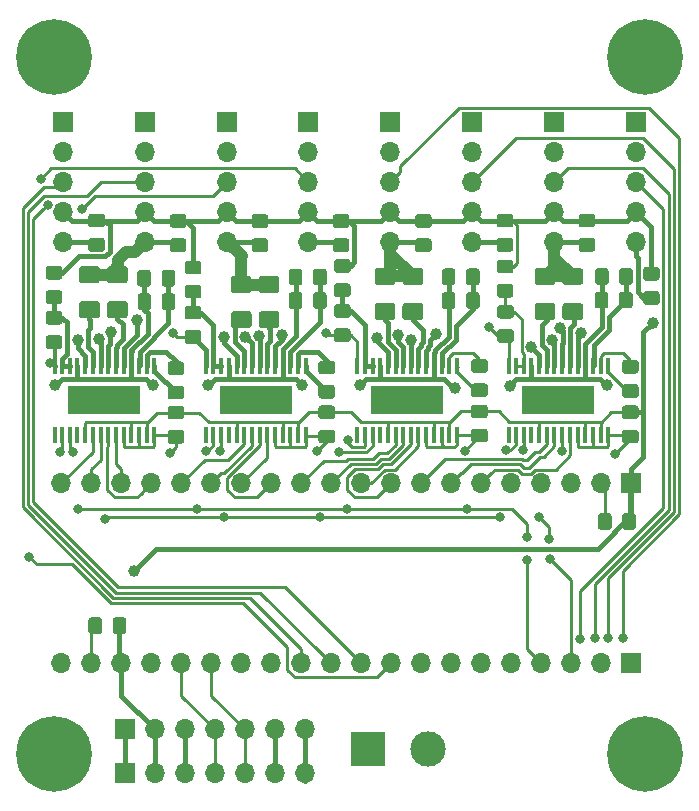
<source format=gbr>
G04 #@! TF.GenerationSoftware,KiCad,Pcbnew,(5.1.5)-3*
G04 #@! TF.CreationDate,2020-07-11T03:23:53+02:00*
G04 #@! TF.ProjectId,mixer Motor Driver board,6d697865-7220-44d6-9f74-6f7220447269,rev?*
G04 #@! TF.SameCoordinates,Original*
G04 #@! TF.FileFunction,Copper,L1,Top*
G04 #@! TF.FilePolarity,Positive*
%FSLAX46Y46*%
G04 Gerber Fmt 4.6, Leading zero omitted, Abs format (unit mm)*
G04 Created by KiCad (PCBNEW (5.1.5)-3) date 2020-07-11 03:23:53*
%MOMM*%
%LPD*%
G04 APERTURE LIST*
%ADD10C,6.400000*%
%ADD11C,0.800000*%
%ADD12C,0.100000*%
%ADD13O,1.700000X1.700000*%
%ADD14R,1.700000X1.700000*%
%ADD15C,3.000000*%
%ADD16R,3.000000X3.000000*%
%ADD17R,6.172200X2.387600*%
%ADD18R,0.355600X1.473200*%
%ADD19C,1.000000*%
%ADD20C,0.400000*%
%ADD21C,0.250000*%
%ADD22C,1.000000*%
G04 APERTURE END LIST*
D10*
X43802000Y-70800000D03*
D11*
X46202000Y-70800000D03*
X45499056Y-72497056D03*
X43802000Y-73200000D03*
X42104944Y-72497056D03*
X41402000Y-70800000D03*
X42104944Y-69102944D03*
X43802000Y-68400000D03*
X45499056Y-69102944D03*
D10*
X93802200Y-70800000D03*
D11*
X96202200Y-70800000D03*
X95499256Y-72497056D03*
X93802200Y-73200000D03*
X92105144Y-72497056D03*
X91402200Y-70800000D03*
X92105144Y-69102944D03*
X93802200Y-68400000D03*
X95499256Y-69102944D03*
X45499056Y-10102944D03*
X43802000Y-9400000D03*
X42104944Y-10102944D03*
X41402000Y-11800000D03*
X42104944Y-13497056D03*
X43802000Y-14200000D03*
X45499056Y-13497056D03*
X46202000Y-11800000D03*
D10*
X43802000Y-11800000D03*
D11*
X95499256Y-10102944D03*
X93802200Y-9400000D03*
X92105144Y-10102944D03*
X91402200Y-11800000D03*
X92105144Y-13497056D03*
X93802200Y-14200000D03*
X95499256Y-13497056D03*
X96202200Y-11800000D03*
D10*
X93802200Y-11800000D03*
G04 #@! TA.AperFunction,SMDPad,CuDef*
D12*
G36*
X68546505Y-27155604D02*
G01*
X68570773Y-27159204D01*
X68594572Y-27165165D01*
X68617671Y-27173430D01*
X68639850Y-27183920D01*
X68660893Y-27196532D01*
X68680599Y-27211147D01*
X68698777Y-27227623D01*
X68715253Y-27245801D01*
X68729868Y-27265507D01*
X68742480Y-27286550D01*
X68752970Y-27308729D01*
X68761235Y-27331828D01*
X68767196Y-27355627D01*
X68770796Y-27379895D01*
X68772000Y-27404399D01*
X68772000Y-28054401D01*
X68770796Y-28078905D01*
X68767196Y-28103173D01*
X68761235Y-28126972D01*
X68752970Y-28150071D01*
X68742480Y-28172250D01*
X68729868Y-28193293D01*
X68715253Y-28212999D01*
X68698777Y-28231177D01*
X68680599Y-28247653D01*
X68660893Y-28262268D01*
X68639850Y-28274880D01*
X68617671Y-28285370D01*
X68594572Y-28293635D01*
X68570773Y-28299596D01*
X68546505Y-28303196D01*
X68522001Y-28304400D01*
X67621999Y-28304400D01*
X67597495Y-28303196D01*
X67573227Y-28299596D01*
X67549428Y-28293635D01*
X67526329Y-28285370D01*
X67504150Y-28274880D01*
X67483107Y-28262268D01*
X67463401Y-28247653D01*
X67445223Y-28231177D01*
X67428747Y-28212999D01*
X67414132Y-28193293D01*
X67401520Y-28172250D01*
X67391030Y-28150071D01*
X67382765Y-28126972D01*
X67376804Y-28103173D01*
X67373204Y-28078905D01*
X67372000Y-28054401D01*
X67372000Y-27404399D01*
X67373204Y-27379895D01*
X67376804Y-27355627D01*
X67382765Y-27331828D01*
X67391030Y-27308729D01*
X67401520Y-27286550D01*
X67414132Y-27265507D01*
X67428747Y-27245801D01*
X67445223Y-27227623D01*
X67463401Y-27211147D01*
X67483107Y-27196532D01*
X67504150Y-27183920D01*
X67526329Y-27173430D01*
X67549428Y-27165165D01*
X67573227Y-27159204D01*
X67597495Y-27155604D01*
X67621999Y-27154400D01*
X68522001Y-27154400D01*
X68546505Y-27155604D01*
G37*
G04 #@! TD.AperFunction*
G04 #@! TA.AperFunction,SMDPad,CuDef*
G36*
X68546505Y-25105604D02*
G01*
X68570773Y-25109204D01*
X68594572Y-25115165D01*
X68617671Y-25123430D01*
X68639850Y-25133920D01*
X68660893Y-25146532D01*
X68680599Y-25161147D01*
X68698777Y-25177623D01*
X68715253Y-25195801D01*
X68729868Y-25215507D01*
X68742480Y-25236550D01*
X68752970Y-25258729D01*
X68761235Y-25281828D01*
X68767196Y-25305627D01*
X68770796Y-25329895D01*
X68772000Y-25354399D01*
X68772000Y-26004401D01*
X68770796Y-26028905D01*
X68767196Y-26053173D01*
X68761235Y-26076972D01*
X68752970Y-26100071D01*
X68742480Y-26122250D01*
X68729868Y-26143293D01*
X68715253Y-26162999D01*
X68698777Y-26181177D01*
X68680599Y-26197653D01*
X68660893Y-26212268D01*
X68639850Y-26224880D01*
X68617671Y-26235370D01*
X68594572Y-26243635D01*
X68570773Y-26249596D01*
X68546505Y-26253196D01*
X68522001Y-26254400D01*
X67621999Y-26254400D01*
X67597495Y-26253196D01*
X67573227Y-26249596D01*
X67549428Y-26243635D01*
X67526329Y-26235370D01*
X67504150Y-26224880D01*
X67483107Y-26212268D01*
X67463401Y-26197653D01*
X67445223Y-26181177D01*
X67428747Y-26162999D01*
X67414132Y-26143293D01*
X67401520Y-26122250D01*
X67391030Y-26100071D01*
X67382765Y-26076972D01*
X67376804Y-26053173D01*
X67373204Y-26028905D01*
X67372000Y-26004401D01*
X67372000Y-25354399D01*
X67373204Y-25329895D01*
X67376804Y-25305627D01*
X67382765Y-25281828D01*
X67391030Y-25258729D01*
X67401520Y-25236550D01*
X67414132Y-25215507D01*
X67428747Y-25195801D01*
X67445223Y-25177623D01*
X67463401Y-25161147D01*
X67483107Y-25146532D01*
X67504150Y-25133920D01*
X67526329Y-25123430D01*
X67549428Y-25115165D01*
X67573227Y-25109204D01*
X67597495Y-25105604D01*
X67621999Y-25104400D01*
X68522001Y-25104400D01*
X68546505Y-25105604D01*
G37*
G04 #@! TD.AperFunction*
G04 #@! TA.AperFunction,SMDPad,CuDef*
G36*
X90748105Y-50431404D02*
G01*
X90772373Y-50435004D01*
X90796172Y-50440965D01*
X90819271Y-50449230D01*
X90841450Y-50459720D01*
X90862493Y-50472332D01*
X90882199Y-50486947D01*
X90900377Y-50503423D01*
X90916853Y-50521601D01*
X90931468Y-50541307D01*
X90944080Y-50562350D01*
X90954570Y-50584529D01*
X90962835Y-50607628D01*
X90968796Y-50631427D01*
X90972396Y-50655695D01*
X90973600Y-50680199D01*
X90973600Y-51580201D01*
X90972396Y-51604705D01*
X90968796Y-51628973D01*
X90962835Y-51652772D01*
X90954570Y-51675871D01*
X90944080Y-51698050D01*
X90931468Y-51719093D01*
X90916853Y-51738799D01*
X90900377Y-51756977D01*
X90882199Y-51773453D01*
X90862493Y-51788068D01*
X90841450Y-51800680D01*
X90819271Y-51811170D01*
X90796172Y-51819435D01*
X90772373Y-51825396D01*
X90748105Y-51828996D01*
X90723601Y-51830200D01*
X90073599Y-51830200D01*
X90049095Y-51828996D01*
X90024827Y-51825396D01*
X90001028Y-51819435D01*
X89977929Y-51811170D01*
X89955750Y-51800680D01*
X89934707Y-51788068D01*
X89915001Y-51773453D01*
X89896823Y-51756977D01*
X89880347Y-51738799D01*
X89865732Y-51719093D01*
X89853120Y-51698050D01*
X89842630Y-51675871D01*
X89834365Y-51652772D01*
X89828404Y-51628973D01*
X89824804Y-51604705D01*
X89823600Y-51580201D01*
X89823600Y-50680199D01*
X89824804Y-50655695D01*
X89828404Y-50631427D01*
X89834365Y-50607628D01*
X89842630Y-50584529D01*
X89853120Y-50562350D01*
X89865732Y-50541307D01*
X89880347Y-50521601D01*
X89896823Y-50503423D01*
X89915001Y-50486947D01*
X89934707Y-50472332D01*
X89955750Y-50459720D01*
X89977929Y-50449230D01*
X90001028Y-50440965D01*
X90024827Y-50435004D01*
X90049095Y-50431404D01*
X90073599Y-50430200D01*
X90723601Y-50430200D01*
X90748105Y-50431404D01*
G37*
G04 #@! TD.AperFunction*
G04 #@! TA.AperFunction,SMDPad,CuDef*
G36*
X92798105Y-50431404D02*
G01*
X92822373Y-50435004D01*
X92846172Y-50440965D01*
X92869271Y-50449230D01*
X92891450Y-50459720D01*
X92912493Y-50472332D01*
X92932199Y-50486947D01*
X92950377Y-50503423D01*
X92966853Y-50521601D01*
X92981468Y-50541307D01*
X92994080Y-50562350D01*
X93004570Y-50584529D01*
X93012835Y-50607628D01*
X93018796Y-50631427D01*
X93022396Y-50655695D01*
X93023600Y-50680199D01*
X93023600Y-51580201D01*
X93022396Y-51604705D01*
X93018796Y-51628973D01*
X93012835Y-51652772D01*
X93004570Y-51675871D01*
X92994080Y-51698050D01*
X92981468Y-51719093D01*
X92966853Y-51738799D01*
X92950377Y-51756977D01*
X92932199Y-51773453D01*
X92912493Y-51788068D01*
X92891450Y-51800680D01*
X92869271Y-51811170D01*
X92846172Y-51819435D01*
X92822373Y-51825396D01*
X92798105Y-51828996D01*
X92773601Y-51830200D01*
X92123599Y-51830200D01*
X92099095Y-51828996D01*
X92074827Y-51825396D01*
X92051028Y-51819435D01*
X92027929Y-51811170D01*
X92005750Y-51800680D01*
X91984707Y-51788068D01*
X91965001Y-51773453D01*
X91946823Y-51756977D01*
X91930347Y-51738799D01*
X91915732Y-51719093D01*
X91903120Y-51698050D01*
X91892630Y-51675871D01*
X91884365Y-51652772D01*
X91878404Y-51628973D01*
X91874804Y-51604705D01*
X91873600Y-51580201D01*
X91873600Y-50680199D01*
X91874804Y-50655695D01*
X91878404Y-50631427D01*
X91884365Y-50607628D01*
X91892630Y-50584529D01*
X91903120Y-50562350D01*
X91915732Y-50541307D01*
X91930347Y-50521601D01*
X91946823Y-50503423D01*
X91965001Y-50486947D01*
X91984707Y-50472332D01*
X92005750Y-50459720D01*
X92027929Y-50449230D01*
X92051028Y-50440965D01*
X92074827Y-50435004D01*
X92099095Y-50431404D01*
X92123599Y-50430200D01*
X92773601Y-50430200D01*
X92798105Y-50431404D01*
G37*
G04 #@! TD.AperFunction*
G04 #@! TA.AperFunction,SMDPad,CuDef*
G36*
X54551105Y-43386204D02*
G01*
X54575373Y-43389804D01*
X54599172Y-43395765D01*
X54622271Y-43404030D01*
X54644450Y-43414520D01*
X54665493Y-43427132D01*
X54685199Y-43441747D01*
X54703377Y-43458223D01*
X54719853Y-43476401D01*
X54734468Y-43496107D01*
X54747080Y-43517150D01*
X54757570Y-43539329D01*
X54765835Y-43562428D01*
X54771796Y-43586227D01*
X54775396Y-43610495D01*
X54776600Y-43634999D01*
X54776600Y-44285001D01*
X54775396Y-44309505D01*
X54771796Y-44333773D01*
X54765835Y-44357572D01*
X54757570Y-44380671D01*
X54747080Y-44402850D01*
X54734468Y-44423893D01*
X54719853Y-44443599D01*
X54703377Y-44461777D01*
X54685199Y-44478253D01*
X54665493Y-44492868D01*
X54644450Y-44505480D01*
X54622271Y-44515970D01*
X54599172Y-44524235D01*
X54575373Y-44530196D01*
X54551105Y-44533796D01*
X54526601Y-44535000D01*
X53626599Y-44535000D01*
X53602095Y-44533796D01*
X53577827Y-44530196D01*
X53554028Y-44524235D01*
X53530929Y-44515970D01*
X53508750Y-44505480D01*
X53487707Y-44492868D01*
X53468001Y-44478253D01*
X53449823Y-44461777D01*
X53433347Y-44443599D01*
X53418732Y-44423893D01*
X53406120Y-44402850D01*
X53395630Y-44380671D01*
X53387365Y-44357572D01*
X53381404Y-44333773D01*
X53377804Y-44309505D01*
X53376600Y-44285001D01*
X53376600Y-43634999D01*
X53377804Y-43610495D01*
X53381404Y-43586227D01*
X53387365Y-43562428D01*
X53395630Y-43539329D01*
X53406120Y-43517150D01*
X53418732Y-43496107D01*
X53433347Y-43476401D01*
X53449823Y-43458223D01*
X53468001Y-43441747D01*
X53487707Y-43427132D01*
X53508750Y-43414520D01*
X53530929Y-43404030D01*
X53554028Y-43395765D01*
X53577827Y-43389804D01*
X53602095Y-43386204D01*
X53626599Y-43385000D01*
X54526601Y-43385000D01*
X54551105Y-43386204D01*
G37*
G04 #@! TD.AperFunction*
G04 #@! TA.AperFunction,SMDPad,CuDef*
G36*
X54551105Y-41336204D02*
G01*
X54575373Y-41339804D01*
X54599172Y-41345765D01*
X54622271Y-41354030D01*
X54644450Y-41364520D01*
X54665493Y-41377132D01*
X54685199Y-41391747D01*
X54703377Y-41408223D01*
X54719853Y-41426401D01*
X54734468Y-41446107D01*
X54747080Y-41467150D01*
X54757570Y-41489329D01*
X54765835Y-41512428D01*
X54771796Y-41536227D01*
X54775396Y-41560495D01*
X54776600Y-41584999D01*
X54776600Y-42235001D01*
X54775396Y-42259505D01*
X54771796Y-42283773D01*
X54765835Y-42307572D01*
X54757570Y-42330671D01*
X54747080Y-42352850D01*
X54734468Y-42373893D01*
X54719853Y-42393599D01*
X54703377Y-42411777D01*
X54685199Y-42428253D01*
X54665493Y-42442868D01*
X54644450Y-42455480D01*
X54622271Y-42465970D01*
X54599172Y-42474235D01*
X54575373Y-42480196D01*
X54551105Y-42483796D01*
X54526601Y-42485000D01*
X53626599Y-42485000D01*
X53602095Y-42483796D01*
X53577827Y-42480196D01*
X53554028Y-42474235D01*
X53530929Y-42465970D01*
X53508750Y-42455480D01*
X53487707Y-42442868D01*
X53468001Y-42428253D01*
X53449823Y-42411777D01*
X53433347Y-42393599D01*
X53418732Y-42373893D01*
X53406120Y-42352850D01*
X53395630Y-42330671D01*
X53387365Y-42307572D01*
X53381404Y-42283773D01*
X53377804Y-42259505D01*
X53376600Y-42235001D01*
X53376600Y-41584999D01*
X53377804Y-41560495D01*
X53381404Y-41536227D01*
X53387365Y-41512428D01*
X53395630Y-41489329D01*
X53406120Y-41467150D01*
X53418732Y-41446107D01*
X53433347Y-41426401D01*
X53449823Y-41408223D01*
X53468001Y-41391747D01*
X53487707Y-41377132D01*
X53508750Y-41364520D01*
X53530929Y-41354030D01*
X53554028Y-41345765D01*
X53577827Y-41339804D01*
X53602095Y-41336204D01*
X53626599Y-41335000D01*
X54526601Y-41335000D01*
X54551105Y-41336204D01*
G37*
G04 #@! TD.AperFunction*
G04 #@! TA.AperFunction,SMDPad,CuDef*
G36*
X80255905Y-43275604D02*
G01*
X80280173Y-43279204D01*
X80303972Y-43285165D01*
X80327071Y-43293430D01*
X80349250Y-43303920D01*
X80370293Y-43316532D01*
X80389999Y-43331147D01*
X80408177Y-43347623D01*
X80424653Y-43365801D01*
X80439268Y-43385507D01*
X80451880Y-43406550D01*
X80462370Y-43428729D01*
X80470635Y-43451828D01*
X80476596Y-43475627D01*
X80480196Y-43499895D01*
X80481400Y-43524399D01*
X80481400Y-44174401D01*
X80480196Y-44198905D01*
X80476596Y-44223173D01*
X80470635Y-44246972D01*
X80462370Y-44270071D01*
X80451880Y-44292250D01*
X80439268Y-44313293D01*
X80424653Y-44332999D01*
X80408177Y-44351177D01*
X80389999Y-44367653D01*
X80370293Y-44382268D01*
X80349250Y-44394880D01*
X80327071Y-44405370D01*
X80303972Y-44413635D01*
X80280173Y-44419596D01*
X80255905Y-44423196D01*
X80231401Y-44424400D01*
X79331399Y-44424400D01*
X79306895Y-44423196D01*
X79282627Y-44419596D01*
X79258828Y-44413635D01*
X79235729Y-44405370D01*
X79213550Y-44394880D01*
X79192507Y-44382268D01*
X79172801Y-44367653D01*
X79154623Y-44351177D01*
X79138147Y-44332999D01*
X79123532Y-44313293D01*
X79110920Y-44292250D01*
X79100430Y-44270071D01*
X79092165Y-44246972D01*
X79086204Y-44223173D01*
X79082604Y-44198905D01*
X79081400Y-44174401D01*
X79081400Y-43524399D01*
X79082604Y-43499895D01*
X79086204Y-43475627D01*
X79092165Y-43451828D01*
X79100430Y-43428729D01*
X79110920Y-43406550D01*
X79123532Y-43385507D01*
X79138147Y-43365801D01*
X79154623Y-43347623D01*
X79172801Y-43331147D01*
X79192507Y-43316532D01*
X79213550Y-43303920D01*
X79235729Y-43293430D01*
X79258828Y-43285165D01*
X79282627Y-43279204D01*
X79306895Y-43275604D01*
X79331399Y-43274400D01*
X80231401Y-43274400D01*
X80255905Y-43275604D01*
G37*
G04 #@! TD.AperFunction*
G04 #@! TA.AperFunction,SMDPad,CuDef*
G36*
X80255905Y-41225604D02*
G01*
X80280173Y-41229204D01*
X80303972Y-41235165D01*
X80327071Y-41243430D01*
X80349250Y-41253920D01*
X80370293Y-41266532D01*
X80389999Y-41281147D01*
X80408177Y-41297623D01*
X80424653Y-41315801D01*
X80439268Y-41335507D01*
X80451880Y-41356550D01*
X80462370Y-41378729D01*
X80470635Y-41401828D01*
X80476596Y-41425627D01*
X80480196Y-41449895D01*
X80481400Y-41474399D01*
X80481400Y-42124401D01*
X80480196Y-42148905D01*
X80476596Y-42173173D01*
X80470635Y-42196972D01*
X80462370Y-42220071D01*
X80451880Y-42242250D01*
X80439268Y-42263293D01*
X80424653Y-42282999D01*
X80408177Y-42301177D01*
X80389999Y-42317653D01*
X80370293Y-42332268D01*
X80349250Y-42344880D01*
X80327071Y-42355370D01*
X80303972Y-42363635D01*
X80280173Y-42369596D01*
X80255905Y-42373196D01*
X80231401Y-42374400D01*
X79331399Y-42374400D01*
X79306895Y-42373196D01*
X79282627Y-42369596D01*
X79258828Y-42363635D01*
X79235729Y-42355370D01*
X79213550Y-42344880D01*
X79192507Y-42332268D01*
X79172801Y-42317653D01*
X79154623Y-42301177D01*
X79138147Y-42282999D01*
X79123532Y-42263293D01*
X79110920Y-42242250D01*
X79100430Y-42220071D01*
X79092165Y-42196972D01*
X79086204Y-42173173D01*
X79082604Y-42148905D01*
X79081400Y-42124401D01*
X79081400Y-41474399D01*
X79082604Y-41449895D01*
X79086204Y-41425627D01*
X79092165Y-41401828D01*
X79100430Y-41378729D01*
X79110920Y-41356550D01*
X79123532Y-41335507D01*
X79138147Y-41315801D01*
X79154623Y-41297623D01*
X79172801Y-41281147D01*
X79192507Y-41266532D01*
X79213550Y-41253920D01*
X79235729Y-41243430D01*
X79258828Y-41235165D01*
X79282627Y-41229204D01*
X79306895Y-41225604D01*
X79331399Y-41224400D01*
X80231401Y-41224400D01*
X80255905Y-41225604D01*
G37*
G04 #@! TD.AperFunction*
G04 #@! TA.AperFunction,SMDPad,CuDef*
G36*
X54754305Y-27146604D02*
G01*
X54778573Y-27150204D01*
X54802372Y-27156165D01*
X54825471Y-27164430D01*
X54847650Y-27174920D01*
X54868693Y-27187532D01*
X54888399Y-27202147D01*
X54906577Y-27218623D01*
X54923053Y-27236801D01*
X54937668Y-27256507D01*
X54950280Y-27277550D01*
X54960770Y-27299729D01*
X54969035Y-27322828D01*
X54974996Y-27346627D01*
X54978596Y-27370895D01*
X54979800Y-27395399D01*
X54979800Y-28045401D01*
X54978596Y-28069905D01*
X54974996Y-28094173D01*
X54969035Y-28117972D01*
X54960770Y-28141071D01*
X54950280Y-28163250D01*
X54937668Y-28184293D01*
X54923053Y-28203999D01*
X54906577Y-28222177D01*
X54888399Y-28238653D01*
X54868693Y-28253268D01*
X54847650Y-28265880D01*
X54825471Y-28276370D01*
X54802372Y-28284635D01*
X54778573Y-28290596D01*
X54754305Y-28294196D01*
X54729801Y-28295400D01*
X53829799Y-28295400D01*
X53805295Y-28294196D01*
X53781027Y-28290596D01*
X53757228Y-28284635D01*
X53734129Y-28276370D01*
X53711950Y-28265880D01*
X53690907Y-28253268D01*
X53671201Y-28238653D01*
X53653023Y-28222177D01*
X53636547Y-28203999D01*
X53621932Y-28184293D01*
X53609320Y-28163250D01*
X53598830Y-28141071D01*
X53590565Y-28117972D01*
X53584604Y-28094173D01*
X53581004Y-28069905D01*
X53579800Y-28045401D01*
X53579800Y-27395399D01*
X53581004Y-27370895D01*
X53584604Y-27346627D01*
X53590565Y-27322828D01*
X53598830Y-27299729D01*
X53609320Y-27277550D01*
X53621932Y-27256507D01*
X53636547Y-27236801D01*
X53653023Y-27218623D01*
X53671201Y-27202147D01*
X53690907Y-27187532D01*
X53711950Y-27174920D01*
X53734129Y-27164430D01*
X53757228Y-27156165D01*
X53781027Y-27150204D01*
X53805295Y-27146604D01*
X53829799Y-27145400D01*
X54729801Y-27145400D01*
X54754305Y-27146604D01*
G37*
G04 #@! TD.AperFunction*
G04 #@! TA.AperFunction,SMDPad,CuDef*
G36*
X54754305Y-25096604D02*
G01*
X54778573Y-25100204D01*
X54802372Y-25106165D01*
X54825471Y-25114430D01*
X54847650Y-25124920D01*
X54868693Y-25137532D01*
X54888399Y-25152147D01*
X54906577Y-25168623D01*
X54923053Y-25186801D01*
X54937668Y-25206507D01*
X54950280Y-25227550D01*
X54960770Y-25249729D01*
X54969035Y-25272828D01*
X54974996Y-25296627D01*
X54978596Y-25320895D01*
X54979800Y-25345399D01*
X54979800Y-25995401D01*
X54978596Y-26019905D01*
X54974996Y-26044173D01*
X54969035Y-26067972D01*
X54960770Y-26091071D01*
X54950280Y-26113250D01*
X54937668Y-26134293D01*
X54923053Y-26153999D01*
X54906577Y-26172177D01*
X54888399Y-26188653D01*
X54868693Y-26203268D01*
X54847650Y-26215880D01*
X54825471Y-26226370D01*
X54802372Y-26234635D01*
X54778573Y-26240596D01*
X54754305Y-26244196D01*
X54729801Y-26245400D01*
X53829799Y-26245400D01*
X53805295Y-26244196D01*
X53781027Y-26240596D01*
X53757228Y-26234635D01*
X53734129Y-26226370D01*
X53711950Y-26215880D01*
X53690907Y-26203268D01*
X53671201Y-26188653D01*
X53653023Y-26172177D01*
X53636547Y-26153999D01*
X53621932Y-26134293D01*
X53609320Y-26113250D01*
X53598830Y-26091071D01*
X53590565Y-26067972D01*
X53584604Y-26044173D01*
X53581004Y-26019905D01*
X53579800Y-25995401D01*
X53579800Y-25345399D01*
X53581004Y-25320895D01*
X53584604Y-25296627D01*
X53590565Y-25272828D01*
X53598830Y-25249729D01*
X53609320Y-25227550D01*
X53621932Y-25206507D01*
X53636547Y-25186801D01*
X53653023Y-25168623D01*
X53671201Y-25152147D01*
X53690907Y-25137532D01*
X53711950Y-25124920D01*
X53734129Y-25114430D01*
X53757228Y-25106165D01*
X53781027Y-25100204D01*
X53805295Y-25096604D01*
X53829799Y-25095400D01*
X54729801Y-25095400D01*
X54754305Y-25096604D01*
G37*
G04 #@! TD.AperFunction*
G04 #@! TA.AperFunction,SMDPad,CuDef*
G36*
X94810105Y-31626004D02*
G01*
X94834373Y-31629604D01*
X94858172Y-31635565D01*
X94881271Y-31643830D01*
X94903450Y-31654320D01*
X94924493Y-31666932D01*
X94944199Y-31681547D01*
X94962377Y-31698023D01*
X94978853Y-31716201D01*
X94993468Y-31735907D01*
X95006080Y-31756950D01*
X95016570Y-31779129D01*
X95024835Y-31802228D01*
X95030796Y-31826027D01*
X95034396Y-31850295D01*
X95035600Y-31874799D01*
X95035600Y-32524801D01*
X95034396Y-32549305D01*
X95030796Y-32573573D01*
X95024835Y-32597372D01*
X95016570Y-32620471D01*
X95006080Y-32642650D01*
X94993468Y-32663693D01*
X94978853Y-32683399D01*
X94962377Y-32701577D01*
X94944199Y-32718053D01*
X94924493Y-32732668D01*
X94903450Y-32745280D01*
X94881271Y-32755770D01*
X94858172Y-32764035D01*
X94834373Y-32769996D01*
X94810105Y-32773596D01*
X94785601Y-32774800D01*
X93885599Y-32774800D01*
X93861095Y-32773596D01*
X93836827Y-32769996D01*
X93813028Y-32764035D01*
X93789929Y-32755770D01*
X93767750Y-32745280D01*
X93746707Y-32732668D01*
X93727001Y-32718053D01*
X93708823Y-32701577D01*
X93692347Y-32683399D01*
X93677732Y-32663693D01*
X93665120Y-32642650D01*
X93654630Y-32620471D01*
X93646365Y-32597372D01*
X93640404Y-32573573D01*
X93636804Y-32549305D01*
X93635600Y-32524801D01*
X93635600Y-31874799D01*
X93636804Y-31850295D01*
X93640404Y-31826027D01*
X93646365Y-31802228D01*
X93654630Y-31779129D01*
X93665120Y-31756950D01*
X93677732Y-31735907D01*
X93692347Y-31716201D01*
X93708823Y-31698023D01*
X93727001Y-31681547D01*
X93746707Y-31666932D01*
X93767750Y-31654320D01*
X93789929Y-31643830D01*
X93813028Y-31635565D01*
X93836827Y-31629604D01*
X93861095Y-31626004D01*
X93885599Y-31624800D01*
X94785601Y-31624800D01*
X94810105Y-31626004D01*
G37*
G04 #@! TD.AperFunction*
G04 #@! TA.AperFunction,SMDPad,CuDef*
G36*
X94810105Y-29576004D02*
G01*
X94834373Y-29579604D01*
X94858172Y-29585565D01*
X94881271Y-29593830D01*
X94903450Y-29604320D01*
X94924493Y-29616932D01*
X94944199Y-29631547D01*
X94962377Y-29648023D01*
X94978853Y-29666201D01*
X94993468Y-29685907D01*
X95006080Y-29706950D01*
X95016570Y-29729129D01*
X95024835Y-29752228D01*
X95030796Y-29776027D01*
X95034396Y-29800295D01*
X95035600Y-29824799D01*
X95035600Y-30474801D01*
X95034396Y-30499305D01*
X95030796Y-30523573D01*
X95024835Y-30547372D01*
X95016570Y-30570471D01*
X95006080Y-30592650D01*
X94993468Y-30613693D01*
X94978853Y-30633399D01*
X94962377Y-30651577D01*
X94944199Y-30668053D01*
X94924493Y-30682668D01*
X94903450Y-30695280D01*
X94881271Y-30705770D01*
X94858172Y-30714035D01*
X94834373Y-30719996D01*
X94810105Y-30723596D01*
X94785601Y-30724800D01*
X93885599Y-30724800D01*
X93861095Y-30723596D01*
X93836827Y-30719996D01*
X93813028Y-30714035D01*
X93789929Y-30705770D01*
X93767750Y-30695280D01*
X93746707Y-30682668D01*
X93727001Y-30668053D01*
X93708823Y-30651577D01*
X93692347Y-30633399D01*
X93677732Y-30613693D01*
X93665120Y-30592650D01*
X93654630Y-30570471D01*
X93646365Y-30547372D01*
X93640404Y-30523573D01*
X93636804Y-30499305D01*
X93635600Y-30474801D01*
X93635600Y-29824799D01*
X93636804Y-29800295D01*
X93640404Y-29776027D01*
X93646365Y-29752228D01*
X93654630Y-29729129D01*
X93665120Y-29706950D01*
X93677732Y-29685907D01*
X93692347Y-29666201D01*
X93708823Y-29648023D01*
X93727001Y-29631547D01*
X93746707Y-29616932D01*
X93767750Y-29604320D01*
X93789929Y-29593830D01*
X93813028Y-29585565D01*
X93836827Y-29579604D01*
X93861095Y-29576004D01*
X93885599Y-29574800D01*
X94785601Y-29574800D01*
X94810105Y-29576004D01*
G37*
G04 #@! TD.AperFunction*
G04 #@! TA.AperFunction,SMDPad,CuDef*
G36*
X47845505Y-27121204D02*
G01*
X47869773Y-27124804D01*
X47893572Y-27130765D01*
X47916671Y-27139030D01*
X47938850Y-27149520D01*
X47959893Y-27162132D01*
X47979599Y-27176747D01*
X47997777Y-27193223D01*
X48014253Y-27211401D01*
X48028868Y-27231107D01*
X48041480Y-27252150D01*
X48051970Y-27274329D01*
X48060235Y-27297428D01*
X48066196Y-27321227D01*
X48069796Y-27345495D01*
X48071000Y-27369999D01*
X48071000Y-28020001D01*
X48069796Y-28044505D01*
X48066196Y-28068773D01*
X48060235Y-28092572D01*
X48051970Y-28115671D01*
X48041480Y-28137850D01*
X48028868Y-28158893D01*
X48014253Y-28178599D01*
X47997777Y-28196777D01*
X47979599Y-28213253D01*
X47959893Y-28227868D01*
X47938850Y-28240480D01*
X47916671Y-28250970D01*
X47893572Y-28259235D01*
X47869773Y-28265196D01*
X47845505Y-28268796D01*
X47821001Y-28270000D01*
X46920999Y-28270000D01*
X46896495Y-28268796D01*
X46872227Y-28265196D01*
X46848428Y-28259235D01*
X46825329Y-28250970D01*
X46803150Y-28240480D01*
X46782107Y-28227868D01*
X46762401Y-28213253D01*
X46744223Y-28196777D01*
X46727747Y-28178599D01*
X46713132Y-28158893D01*
X46700520Y-28137850D01*
X46690030Y-28115671D01*
X46681765Y-28092572D01*
X46675804Y-28068773D01*
X46672204Y-28044505D01*
X46671000Y-28020001D01*
X46671000Y-27369999D01*
X46672204Y-27345495D01*
X46675804Y-27321227D01*
X46681765Y-27297428D01*
X46690030Y-27274329D01*
X46700520Y-27252150D01*
X46713132Y-27231107D01*
X46727747Y-27211401D01*
X46744223Y-27193223D01*
X46762401Y-27176747D01*
X46782107Y-27162132D01*
X46803150Y-27149520D01*
X46825329Y-27139030D01*
X46848428Y-27130765D01*
X46872227Y-27124804D01*
X46896495Y-27121204D01*
X46920999Y-27120000D01*
X47821001Y-27120000D01*
X47845505Y-27121204D01*
G37*
G04 #@! TD.AperFunction*
G04 #@! TA.AperFunction,SMDPad,CuDef*
G36*
X47845505Y-25071204D02*
G01*
X47869773Y-25074804D01*
X47893572Y-25080765D01*
X47916671Y-25089030D01*
X47938850Y-25099520D01*
X47959893Y-25112132D01*
X47979599Y-25126747D01*
X47997777Y-25143223D01*
X48014253Y-25161401D01*
X48028868Y-25181107D01*
X48041480Y-25202150D01*
X48051970Y-25224329D01*
X48060235Y-25247428D01*
X48066196Y-25271227D01*
X48069796Y-25295495D01*
X48071000Y-25319999D01*
X48071000Y-25970001D01*
X48069796Y-25994505D01*
X48066196Y-26018773D01*
X48060235Y-26042572D01*
X48051970Y-26065671D01*
X48041480Y-26087850D01*
X48028868Y-26108893D01*
X48014253Y-26128599D01*
X47997777Y-26146777D01*
X47979599Y-26163253D01*
X47959893Y-26177868D01*
X47938850Y-26190480D01*
X47916671Y-26200970D01*
X47893572Y-26209235D01*
X47869773Y-26215196D01*
X47845505Y-26218796D01*
X47821001Y-26220000D01*
X46920999Y-26220000D01*
X46896495Y-26218796D01*
X46872227Y-26215196D01*
X46848428Y-26209235D01*
X46825329Y-26200970D01*
X46803150Y-26190480D01*
X46782107Y-26177868D01*
X46762401Y-26163253D01*
X46744223Y-26146777D01*
X46727747Y-26128599D01*
X46713132Y-26108893D01*
X46700520Y-26087850D01*
X46690030Y-26065671D01*
X46681765Y-26042572D01*
X46675804Y-26018773D01*
X46672204Y-25994505D01*
X46671000Y-25970001D01*
X46671000Y-25319999D01*
X46672204Y-25295495D01*
X46675804Y-25271227D01*
X46681765Y-25247428D01*
X46690030Y-25224329D01*
X46700520Y-25202150D01*
X46713132Y-25181107D01*
X46727747Y-25161401D01*
X46744223Y-25143223D01*
X46762401Y-25126747D01*
X46782107Y-25112132D01*
X46803150Y-25099520D01*
X46825329Y-25089030D01*
X46848428Y-25080765D01*
X46872227Y-25074804D01*
X46896495Y-25071204D01*
X46920999Y-25070000D01*
X47821001Y-25070000D01*
X47845505Y-25071204D01*
G37*
G04 #@! TD.AperFunction*
G04 #@! TA.AperFunction,SMDPad,CuDef*
G36*
X61663105Y-27155604D02*
G01*
X61687373Y-27159204D01*
X61711172Y-27165165D01*
X61734271Y-27173430D01*
X61756450Y-27183920D01*
X61777493Y-27196532D01*
X61797199Y-27211147D01*
X61815377Y-27227623D01*
X61831853Y-27245801D01*
X61846468Y-27265507D01*
X61859080Y-27286550D01*
X61869570Y-27308729D01*
X61877835Y-27331828D01*
X61883796Y-27355627D01*
X61887396Y-27379895D01*
X61888600Y-27404399D01*
X61888600Y-28054401D01*
X61887396Y-28078905D01*
X61883796Y-28103173D01*
X61877835Y-28126972D01*
X61869570Y-28150071D01*
X61859080Y-28172250D01*
X61846468Y-28193293D01*
X61831853Y-28212999D01*
X61815377Y-28231177D01*
X61797199Y-28247653D01*
X61777493Y-28262268D01*
X61756450Y-28274880D01*
X61734271Y-28285370D01*
X61711172Y-28293635D01*
X61687373Y-28299596D01*
X61663105Y-28303196D01*
X61638601Y-28304400D01*
X60738599Y-28304400D01*
X60714095Y-28303196D01*
X60689827Y-28299596D01*
X60666028Y-28293635D01*
X60642929Y-28285370D01*
X60620750Y-28274880D01*
X60599707Y-28262268D01*
X60580001Y-28247653D01*
X60561823Y-28231177D01*
X60545347Y-28212999D01*
X60530732Y-28193293D01*
X60518120Y-28172250D01*
X60507630Y-28150071D01*
X60499365Y-28126972D01*
X60493404Y-28103173D01*
X60489804Y-28078905D01*
X60488600Y-28054401D01*
X60488600Y-27404399D01*
X60489804Y-27379895D01*
X60493404Y-27355627D01*
X60499365Y-27331828D01*
X60507630Y-27308729D01*
X60518120Y-27286550D01*
X60530732Y-27265507D01*
X60545347Y-27245801D01*
X60561823Y-27227623D01*
X60580001Y-27211147D01*
X60599707Y-27196532D01*
X60620750Y-27183920D01*
X60642929Y-27173430D01*
X60666028Y-27165165D01*
X60689827Y-27159204D01*
X60714095Y-27155604D01*
X60738599Y-27154400D01*
X61638601Y-27154400D01*
X61663105Y-27155604D01*
G37*
G04 #@! TD.AperFunction*
G04 #@! TA.AperFunction,SMDPad,CuDef*
G36*
X61663105Y-25105604D02*
G01*
X61687373Y-25109204D01*
X61711172Y-25115165D01*
X61734271Y-25123430D01*
X61756450Y-25133920D01*
X61777493Y-25146532D01*
X61797199Y-25161147D01*
X61815377Y-25177623D01*
X61831853Y-25195801D01*
X61846468Y-25215507D01*
X61859080Y-25236550D01*
X61869570Y-25258729D01*
X61877835Y-25281828D01*
X61883796Y-25305627D01*
X61887396Y-25329895D01*
X61888600Y-25354399D01*
X61888600Y-26004401D01*
X61887396Y-26028905D01*
X61883796Y-26053173D01*
X61877835Y-26076972D01*
X61869570Y-26100071D01*
X61859080Y-26122250D01*
X61846468Y-26143293D01*
X61831853Y-26162999D01*
X61815377Y-26181177D01*
X61797199Y-26197653D01*
X61777493Y-26212268D01*
X61756450Y-26224880D01*
X61734271Y-26235370D01*
X61711172Y-26243635D01*
X61687373Y-26249596D01*
X61663105Y-26253196D01*
X61638601Y-26254400D01*
X60738599Y-26254400D01*
X60714095Y-26253196D01*
X60689827Y-26249596D01*
X60666028Y-26243635D01*
X60642929Y-26235370D01*
X60620750Y-26224880D01*
X60599707Y-26212268D01*
X60580001Y-26197653D01*
X60561823Y-26181177D01*
X60545347Y-26162999D01*
X60530732Y-26143293D01*
X60518120Y-26122250D01*
X60507630Y-26100071D01*
X60499365Y-26076972D01*
X60493404Y-26053173D01*
X60489804Y-26028905D01*
X60488600Y-26004401D01*
X60488600Y-25354399D01*
X60489804Y-25329895D01*
X60493404Y-25305627D01*
X60499365Y-25281828D01*
X60507630Y-25258729D01*
X60518120Y-25236550D01*
X60530732Y-25215507D01*
X60545347Y-25195801D01*
X60561823Y-25177623D01*
X60580001Y-25161147D01*
X60599707Y-25146532D01*
X60620750Y-25133920D01*
X60642929Y-25123430D01*
X60666028Y-25115165D01*
X60689827Y-25109204D01*
X60714095Y-25105604D01*
X60738599Y-25104400D01*
X61638601Y-25104400D01*
X61663105Y-25105604D01*
G37*
G04 #@! TD.AperFunction*
G04 #@! TA.AperFunction,SMDPad,CuDef*
G36*
X89349105Y-27130204D02*
G01*
X89373373Y-27133804D01*
X89397172Y-27139765D01*
X89420271Y-27148030D01*
X89442450Y-27158520D01*
X89463493Y-27171132D01*
X89483199Y-27185747D01*
X89501377Y-27202223D01*
X89517853Y-27220401D01*
X89532468Y-27240107D01*
X89545080Y-27261150D01*
X89555570Y-27283329D01*
X89563835Y-27306428D01*
X89569796Y-27330227D01*
X89573396Y-27354495D01*
X89574600Y-27378999D01*
X89574600Y-28029001D01*
X89573396Y-28053505D01*
X89569796Y-28077773D01*
X89563835Y-28101572D01*
X89555570Y-28124671D01*
X89545080Y-28146850D01*
X89532468Y-28167893D01*
X89517853Y-28187599D01*
X89501377Y-28205777D01*
X89483199Y-28222253D01*
X89463493Y-28236868D01*
X89442450Y-28249480D01*
X89420271Y-28259970D01*
X89397172Y-28268235D01*
X89373373Y-28274196D01*
X89349105Y-28277796D01*
X89324601Y-28279000D01*
X88424599Y-28279000D01*
X88400095Y-28277796D01*
X88375827Y-28274196D01*
X88352028Y-28268235D01*
X88328929Y-28259970D01*
X88306750Y-28249480D01*
X88285707Y-28236868D01*
X88266001Y-28222253D01*
X88247823Y-28205777D01*
X88231347Y-28187599D01*
X88216732Y-28167893D01*
X88204120Y-28146850D01*
X88193630Y-28124671D01*
X88185365Y-28101572D01*
X88179404Y-28077773D01*
X88175804Y-28053505D01*
X88174600Y-28029001D01*
X88174600Y-27378999D01*
X88175804Y-27354495D01*
X88179404Y-27330227D01*
X88185365Y-27306428D01*
X88193630Y-27283329D01*
X88204120Y-27261150D01*
X88216732Y-27240107D01*
X88231347Y-27220401D01*
X88247823Y-27202223D01*
X88266001Y-27185747D01*
X88285707Y-27171132D01*
X88306750Y-27158520D01*
X88328929Y-27148030D01*
X88352028Y-27139765D01*
X88375827Y-27133804D01*
X88400095Y-27130204D01*
X88424599Y-27129000D01*
X89324601Y-27129000D01*
X89349105Y-27130204D01*
G37*
G04 #@! TD.AperFunction*
G04 #@! TA.AperFunction,SMDPad,CuDef*
G36*
X89349105Y-25080204D02*
G01*
X89373373Y-25083804D01*
X89397172Y-25089765D01*
X89420271Y-25098030D01*
X89442450Y-25108520D01*
X89463493Y-25121132D01*
X89483199Y-25135747D01*
X89501377Y-25152223D01*
X89517853Y-25170401D01*
X89532468Y-25190107D01*
X89545080Y-25211150D01*
X89555570Y-25233329D01*
X89563835Y-25256428D01*
X89569796Y-25280227D01*
X89573396Y-25304495D01*
X89574600Y-25328999D01*
X89574600Y-25979001D01*
X89573396Y-26003505D01*
X89569796Y-26027773D01*
X89563835Y-26051572D01*
X89555570Y-26074671D01*
X89545080Y-26096850D01*
X89532468Y-26117893D01*
X89517853Y-26137599D01*
X89501377Y-26155777D01*
X89483199Y-26172253D01*
X89463493Y-26186868D01*
X89442450Y-26199480D01*
X89420271Y-26209970D01*
X89397172Y-26218235D01*
X89373373Y-26224196D01*
X89349105Y-26227796D01*
X89324601Y-26229000D01*
X88424599Y-26229000D01*
X88400095Y-26227796D01*
X88375827Y-26224196D01*
X88352028Y-26218235D01*
X88328929Y-26209970D01*
X88306750Y-26199480D01*
X88285707Y-26186868D01*
X88266001Y-26172253D01*
X88247823Y-26155777D01*
X88231347Y-26137599D01*
X88216732Y-26117893D01*
X88204120Y-26096850D01*
X88193630Y-26074671D01*
X88185365Y-26051572D01*
X88179404Y-26027773D01*
X88175804Y-26003505D01*
X88174600Y-25979001D01*
X88174600Y-25328999D01*
X88175804Y-25304495D01*
X88179404Y-25280227D01*
X88185365Y-25256428D01*
X88193630Y-25233329D01*
X88204120Y-25211150D01*
X88216732Y-25190107D01*
X88231347Y-25170401D01*
X88247823Y-25152223D01*
X88266001Y-25135747D01*
X88285707Y-25121132D01*
X88306750Y-25108520D01*
X88328929Y-25098030D01*
X88352028Y-25089765D01*
X88375827Y-25083804D01*
X88400095Y-25080204D01*
X88424599Y-25079000D01*
X89324601Y-25079000D01*
X89349105Y-25080204D01*
G37*
G04 #@! TD.AperFunction*
G04 #@! TA.AperFunction,SMDPad,CuDef*
G36*
X75506105Y-27155604D02*
G01*
X75530373Y-27159204D01*
X75554172Y-27165165D01*
X75577271Y-27173430D01*
X75599450Y-27183920D01*
X75620493Y-27196532D01*
X75640199Y-27211147D01*
X75658377Y-27227623D01*
X75674853Y-27245801D01*
X75689468Y-27265507D01*
X75702080Y-27286550D01*
X75712570Y-27308729D01*
X75720835Y-27331828D01*
X75726796Y-27355627D01*
X75730396Y-27379895D01*
X75731600Y-27404399D01*
X75731600Y-28054401D01*
X75730396Y-28078905D01*
X75726796Y-28103173D01*
X75720835Y-28126972D01*
X75712570Y-28150071D01*
X75702080Y-28172250D01*
X75689468Y-28193293D01*
X75674853Y-28212999D01*
X75658377Y-28231177D01*
X75640199Y-28247653D01*
X75620493Y-28262268D01*
X75599450Y-28274880D01*
X75577271Y-28285370D01*
X75554172Y-28293635D01*
X75530373Y-28299596D01*
X75506105Y-28303196D01*
X75481601Y-28304400D01*
X74581599Y-28304400D01*
X74557095Y-28303196D01*
X74532827Y-28299596D01*
X74509028Y-28293635D01*
X74485929Y-28285370D01*
X74463750Y-28274880D01*
X74442707Y-28262268D01*
X74423001Y-28247653D01*
X74404823Y-28231177D01*
X74388347Y-28212999D01*
X74373732Y-28193293D01*
X74361120Y-28172250D01*
X74350630Y-28150071D01*
X74342365Y-28126972D01*
X74336404Y-28103173D01*
X74332804Y-28078905D01*
X74331600Y-28054401D01*
X74331600Y-27404399D01*
X74332804Y-27379895D01*
X74336404Y-27355627D01*
X74342365Y-27331828D01*
X74350630Y-27308729D01*
X74361120Y-27286550D01*
X74373732Y-27265507D01*
X74388347Y-27245801D01*
X74404823Y-27227623D01*
X74423001Y-27211147D01*
X74442707Y-27196532D01*
X74463750Y-27183920D01*
X74485929Y-27173430D01*
X74509028Y-27165165D01*
X74532827Y-27159204D01*
X74557095Y-27155604D01*
X74581599Y-27154400D01*
X75481601Y-27154400D01*
X75506105Y-27155604D01*
G37*
G04 #@! TD.AperFunction*
G04 #@! TA.AperFunction,SMDPad,CuDef*
G36*
X75506105Y-25105604D02*
G01*
X75530373Y-25109204D01*
X75554172Y-25115165D01*
X75577271Y-25123430D01*
X75599450Y-25133920D01*
X75620493Y-25146532D01*
X75640199Y-25161147D01*
X75658377Y-25177623D01*
X75674853Y-25195801D01*
X75689468Y-25215507D01*
X75702080Y-25236550D01*
X75712570Y-25258729D01*
X75720835Y-25281828D01*
X75726796Y-25305627D01*
X75730396Y-25329895D01*
X75731600Y-25354399D01*
X75731600Y-26004401D01*
X75730396Y-26028905D01*
X75726796Y-26053173D01*
X75720835Y-26076972D01*
X75712570Y-26100071D01*
X75702080Y-26122250D01*
X75689468Y-26143293D01*
X75674853Y-26162999D01*
X75658377Y-26181177D01*
X75640199Y-26197653D01*
X75620493Y-26212268D01*
X75599450Y-26224880D01*
X75577271Y-26235370D01*
X75554172Y-26243635D01*
X75530373Y-26249596D01*
X75506105Y-26253196D01*
X75481601Y-26254400D01*
X74581599Y-26254400D01*
X74557095Y-26253196D01*
X74532827Y-26249596D01*
X74509028Y-26243635D01*
X74485929Y-26235370D01*
X74463750Y-26224880D01*
X74442707Y-26212268D01*
X74423001Y-26197653D01*
X74404823Y-26181177D01*
X74388347Y-26162999D01*
X74373732Y-26143293D01*
X74361120Y-26122250D01*
X74350630Y-26100071D01*
X74342365Y-26076972D01*
X74336404Y-26053173D01*
X74332804Y-26028905D01*
X74331600Y-26004401D01*
X74331600Y-25354399D01*
X74332804Y-25329895D01*
X74336404Y-25305627D01*
X74342365Y-25281828D01*
X74350630Y-25258729D01*
X74361120Y-25236550D01*
X74373732Y-25215507D01*
X74388347Y-25195801D01*
X74404823Y-25177623D01*
X74423001Y-25161147D01*
X74442707Y-25146532D01*
X74463750Y-25133920D01*
X74485929Y-25123430D01*
X74509028Y-25115165D01*
X74532827Y-25109204D01*
X74557095Y-25105604D01*
X74581599Y-25104400D01*
X75481601Y-25104400D01*
X75506105Y-25105604D01*
G37*
G04 #@! TD.AperFunction*
G04 #@! TA.AperFunction,SMDPad,CuDef*
G36*
X47600905Y-59245204D02*
G01*
X47625173Y-59248804D01*
X47648972Y-59254765D01*
X47672071Y-59263030D01*
X47694250Y-59273520D01*
X47715293Y-59286132D01*
X47734999Y-59300747D01*
X47753177Y-59317223D01*
X47769653Y-59335401D01*
X47784268Y-59355107D01*
X47796880Y-59376150D01*
X47807370Y-59398329D01*
X47815635Y-59421428D01*
X47821596Y-59445227D01*
X47825196Y-59469495D01*
X47826400Y-59493999D01*
X47826400Y-60394001D01*
X47825196Y-60418505D01*
X47821596Y-60442773D01*
X47815635Y-60466572D01*
X47807370Y-60489671D01*
X47796880Y-60511850D01*
X47784268Y-60532893D01*
X47769653Y-60552599D01*
X47753177Y-60570777D01*
X47734999Y-60587253D01*
X47715293Y-60601868D01*
X47694250Y-60614480D01*
X47672071Y-60624970D01*
X47648972Y-60633235D01*
X47625173Y-60639196D01*
X47600905Y-60642796D01*
X47576401Y-60644000D01*
X46926399Y-60644000D01*
X46901895Y-60642796D01*
X46877627Y-60639196D01*
X46853828Y-60633235D01*
X46830729Y-60624970D01*
X46808550Y-60614480D01*
X46787507Y-60601868D01*
X46767801Y-60587253D01*
X46749623Y-60570777D01*
X46733147Y-60552599D01*
X46718532Y-60532893D01*
X46705920Y-60511850D01*
X46695430Y-60489671D01*
X46687165Y-60466572D01*
X46681204Y-60442773D01*
X46677604Y-60418505D01*
X46676400Y-60394001D01*
X46676400Y-59493999D01*
X46677604Y-59469495D01*
X46681204Y-59445227D01*
X46687165Y-59421428D01*
X46695430Y-59398329D01*
X46705920Y-59376150D01*
X46718532Y-59355107D01*
X46733147Y-59335401D01*
X46749623Y-59317223D01*
X46767801Y-59300747D01*
X46787507Y-59286132D01*
X46808550Y-59273520D01*
X46830729Y-59263030D01*
X46853828Y-59254765D01*
X46877627Y-59248804D01*
X46901895Y-59245204D01*
X46926399Y-59244000D01*
X47576401Y-59244000D01*
X47600905Y-59245204D01*
G37*
G04 #@! TD.AperFunction*
G04 #@! TA.AperFunction,SMDPad,CuDef*
G36*
X49650905Y-59245204D02*
G01*
X49675173Y-59248804D01*
X49698972Y-59254765D01*
X49722071Y-59263030D01*
X49744250Y-59273520D01*
X49765293Y-59286132D01*
X49784999Y-59300747D01*
X49803177Y-59317223D01*
X49819653Y-59335401D01*
X49834268Y-59355107D01*
X49846880Y-59376150D01*
X49857370Y-59398329D01*
X49865635Y-59421428D01*
X49871596Y-59445227D01*
X49875196Y-59469495D01*
X49876400Y-59493999D01*
X49876400Y-60394001D01*
X49875196Y-60418505D01*
X49871596Y-60442773D01*
X49865635Y-60466572D01*
X49857370Y-60489671D01*
X49846880Y-60511850D01*
X49834268Y-60532893D01*
X49819653Y-60552599D01*
X49803177Y-60570777D01*
X49784999Y-60587253D01*
X49765293Y-60601868D01*
X49744250Y-60614480D01*
X49722071Y-60624970D01*
X49698972Y-60633235D01*
X49675173Y-60639196D01*
X49650905Y-60642796D01*
X49626401Y-60644000D01*
X48976399Y-60644000D01*
X48951895Y-60642796D01*
X48927627Y-60639196D01*
X48903828Y-60633235D01*
X48880729Y-60624970D01*
X48858550Y-60614480D01*
X48837507Y-60601868D01*
X48817801Y-60587253D01*
X48799623Y-60570777D01*
X48783147Y-60552599D01*
X48768532Y-60532893D01*
X48755920Y-60511850D01*
X48745430Y-60489671D01*
X48737165Y-60466572D01*
X48731204Y-60442773D01*
X48727604Y-60418505D01*
X48726400Y-60394001D01*
X48726400Y-59493999D01*
X48727604Y-59469495D01*
X48731204Y-59445227D01*
X48737165Y-59421428D01*
X48745430Y-59398329D01*
X48755920Y-59376150D01*
X48768532Y-59355107D01*
X48783147Y-59335401D01*
X48799623Y-59317223D01*
X48817801Y-59300747D01*
X48837507Y-59286132D01*
X48858550Y-59273520D01*
X48880729Y-59263030D01*
X48903828Y-59254765D01*
X48927627Y-59248804D01*
X48951895Y-59245204D01*
X48976399Y-59244000D01*
X49626401Y-59244000D01*
X49650905Y-59245204D01*
G37*
G04 #@! TD.AperFunction*
G04 #@! TA.AperFunction,SMDPad,CuDef*
G36*
X67327305Y-43351804D02*
G01*
X67351573Y-43355404D01*
X67375372Y-43361365D01*
X67398471Y-43369630D01*
X67420650Y-43380120D01*
X67441693Y-43392732D01*
X67461399Y-43407347D01*
X67479577Y-43423823D01*
X67496053Y-43442001D01*
X67510668Y-43461707D01*
X67523280Y-43482750D01*
X67533770Y-43504929D01*
X67542035Y-43528028D01*
X67547996Y-43551827D01*
X67551596Y-43576095D01*
X67552800Y-43600599D01*
X67552800Y-44250601D01*
X67551596Y-44275105D01*
X67547996Y-44299373D01*
X67542035Y-44323172D01*
X67533770Y-44346271D01*
X67523280Y-44368450D01*
X67510668Y-44389493D01*
X67496053Y-44409199D01*
X67479577Y-44427377D01*
X67461399Y-44443853D01*
X67441693Y-44458468D01*
X67420650Y-44471080D01*
X67398471Y-44481570D01*
X67375372Y-44489835D01*
X67351573Y-44495796D01*
X67327305Y-44499396D01*
X67302801Y-44500600D01*
X66402799Y-44500600D01*
X66378295Y-44499396D01*
X66354027Y-44495796D01*
X66330228Y-44489835D01*
X66307129Y-44481570D01*
X66284950Y-44471080D01*
X66263907Y-44458468D01*
X66244201Y-44443853D01*
X66226023Y-44427377D01*
X66209547Y-44409199D01*
X66194932Y-44389493D01*
X66182320Y-44368450D01*
X66171830Y-44346271D01*
X66163565Y-44323172D01*
X66157604Y-44299373D01*
X66154004Y-44275105D01*
X66152800Y-44250601D01*
X66152800Y-43600599D01*
X66154004Y-43576095D01*
X66157604Y-43551827D01*
X66163565Y-43528028D01*
X66171830Y-43504929D01*
X66182320Y-43482750D01*
X66194932Y-43461707D01*
X66209547Y-43442001D01*
X66226023Y-43423823D01*
X66244201Y-43407347D01*
X66263907Y-43392732D01*
X66284950Y-43380120D01*
X66307129Y-43369630D01*
X66330228Y-43361365D01*
X66354027Y-43355404D01*
X66378295Y-43351804D01*
X66402799Y-43350600D01*
X67302801Y-43350600D01*
X67327305Y-43351804D01*
G37*
G04 #@! TD.AperFunction*
G04 #@! TA.AperFunction,SMDPad,CuDef*
G36*
X67327305Y-41301804D02*
G01*
X67351573Y-41305404D01*
X67375372Y-41311365D01*
X67398471Y-41319630D01*
X67420650Y-41330120D01*
X67441693Y-41342732D01*
X67461399Y-41357347D01*
X67479577Y-41373823D01*
X67496053Y-41392001D01*
X67510668Y-41411707D01*
X67523280Y-41432750D01*
X67533770Y-41454929D01*
X67542035Y-41478028D01*
X67547996Y-41501827D01*
X67551596Y-41526095D01*
X67552800Y-41550599D01*
X67552800Y-42200601D01*
X67551596Y-42225105D01*
X67547996Y-42249373D01*
X67542035Y-42273172D01*
X67533770Y-42296271D01*
X67523280Y-42318450D01*
X67510668Y-42339493D01*
X67496053Y-42359199D01*
X67479577Y-42377377D01*
X67461399Y-42393853D01*
X67441693Y-42408468D01*
X67420650Y-42421080D01*
X67398471Y-42431570D01*
X67375372Y-42439835D01*
X67351573Y-42445796D01*
X67327305Y-42449396D01*
X67302801Y-42450600D01*
X66402799Y-42450600D01*
X66378295Y-42449396D01*
X66354027Y-42445796D01*
X66330228Y-42439835D01*
X66307129Y-42431570D01*
X66284950Y-42421080D01*
X66263907Y-42408468D01*
X66244201Y-42393853D01*
X66226023Y-42377377D01*
X66209547Y-42359199D01*
X66194932Y-42339493D01*
X66182320Y-42318450D01*
X66171830Y-42296271D01*
X66163565Y-42273172D01*
X66157604Y-42249373D01*
X66154004Y-42225105D01*
X66152800Y-42200601D01*
X66152800Y-41550599D01*
X66154004Y-41526095D01*
X66157604Y-41501827D01*
X66163565Y-41478028D01*
X66171830Y-41454929D01*
X66182320Y-41432750D01*
X66194932Y-41411707D01*
X66209547Y-41392001D01*
X66226023Y-41373823D01*
X66244201Y-41357347D01*
X66263907Y-41342732D01*
X66284950Y-41330120D01*
X66307129Y-41319630D01*
X66330228Y-41311365D01*
X66354027Y-41305404D01*
X66378295Y-41301804D01*
X66402799Y-41300600D01*
X67302801Y-41300600D01*
X67327305Y-41301804D01*
G37*
G04 #@! TD.AperFunction*
G04 #@! TA.AperFunction,SMDPad,CuDef*
G36*
X93032105Y-43351804D02*
G01*
X93056373Y-43355404D01*
X93080172Y-43361365D01*
X93103271Y-43369630D01*
X93125450Y-43380120D01*
X93146493Y-43392732D01*
X93166199Y-43407347D01*
X93184377Y-43423823D01*
X93200853Y-43442001D01*
X93215468Y-43461707D01*
X93228080Y-43482750D01*
X93238570Y-43504929D01*
X93246835Y-43528028D01*
X93252796Y-43551827D01*
X93256396Y-43576095D01*
X93257600Y-43600599D01*
X93257600Y-44250601D01*
X93256396Y-44275105D01*
X93252796Y-44299373D01*
X93246835Y-44323172D01*
X93238570Y-44346271D01*
X93228080Y-44368450D01*
X93215468Y-44389493D01*
X93200853Y-44409199D01*
X93184377Y-44427377D01*
X93166199Y-44443853D01*
X93146493Y-44458468D01*
X93125450Y-44471080D01*
X93103271Y-44481570D01*
X93080172Y-44489835D01*
X93056373Y-44495796D01*
X93032105Y-44499396D01*
X93007601Y-44500600D01*
X92107599Y-44500600D01*
X92083095Y-44499396D01*
X92058827Y-44495796D01*
X92035028Y-44489835D01*
X92011929Y-44481570D01*
X91989750Y-44471080D01*
X91968707Y-44458468D01*
X91949001Y-44443853D01*
X91930823Y-44427377D01*
X91914347Y-44409199D01*
X91899732Y-44389493D01*
X91887120Y-44368450D01*
X91876630Y-44346271D01*
X91868365Y-44323172D01*
X91862404Y-44299373D01*
X91858804Y-44275105D01*
X91857600Y-44250601D01*
X91857600Y-43600599D01*
X91858804Y-43576095D01*
X91862404Y-43551827D01*
X91868365Y-43528028D01*
X91876630Y-43504929D01*
X91887120Y-43482750D01*
X91899732Y-43461707D01*
X91914347Y-43442001D01*
X91930823Y-43423823D01*
X91949001Y-43407347D01*
X91968707Y-43392732D01*
X91989750Y-43380120D01*
X92011929Y-43369630D01*
X92035028Y-43361365D01*
X92058827Y-43355404D01*
X92083095Y-43351804D01*
X92107599Y-43350600D01*
X93007601Y-43350600D01*
X93032105Y-43351804D01*
G37*
G04 #@! TD.AperFunction*
G04 #@! TA.AperFunction,SMDPad,CuDef*
G36*
X93032105Y-41301804D02*
G01*
X93056373Y-41305404D01*
X93080172Y-41311365D01*
X93103271Y-41319630D01*
X93125450Y-41330120D01*
X93146493Y-41342732D01*
X93166199Y-41357347D01*
X93184377Y-41373823D01*
X93200853Y-41392001D01*
X93215468Y-41411707D01*
X93228080Y-41432750D01*
X93238570Y-41454929D01*
X93246835Y-41478028D01*
X93252796Y-41501827D01*
X93256396Y-41526095D01*
X93257600Y-41550599D01*
X93257600Y-42200601D01*
X93256396Y-42225105D01*
X93252796Y-42249373D01*
X93246835Y-42273172D01*
X93238570Y-42296271D01*
X93228080Y-42318450D01*
X93215468Y-42339493D01*
X93200853Y-42359199D01*
X93184377Y-42377377D01*
X93166199Y-42393853D01*
X93146493Y-42408468D01*
X93125450Y-42421080D01*
X93103271Y-42431570D01*
X93080172Y-42439835D01*
X93056373Y-42445796D01*
X93032105Y-42449396D01*
X93007601Y-42450600D01*
X92107599Y-42450600D01*
X92083095Y-42449396D01*
X92058827Y-42445796D01*
X92035028Y-42439835D01*
X92011929Y-42431570D01*
X91989750Y-42421080D01*
X91968707Y-42408468D01*
X91949001Y-42393853D01*
X91930823Y-42377377D01*
X91914347Y-42359199D01*
X91899732Y-42339493D01*
X91887120Y-42318450D01*
X91876630Y-42296271D01*
X91868365Y-42273172D01*
X91862404Y-42249373D01*
X91858804Y-42225105D01*
X91857600Y-42200601D01*
X91857600Y-41550599D01*
X91858804Y-41526095D01*
X91862404Y-41501827D01*
X91868365Y-41478028D01*
X91876630Y-41454929D01*
X91887120Y-41432750D01*
X91899732Y-41411707D01*
X91914347Y-41392001D01*
X91930823Y-41373823D01*
X91949001Y-41357347D01*
X91968707Y-41342732D01*
X91989750Y-41330120D01*
X92011929Y-41319630D01*
X92035028Y-41311365D01*
X92058827Y-41305404D01*
X92083095Y-41301804D01*
X92107599Y-41300600D01*
X93007601Y-41300600D01*
X93032105Y-41301804D01*
G37*
G04 #@! TD.AperFunction*
G04 #@! TA.AperFunction,SMDPad,CuDef*
G36*
X82414905Y-27130204D02*
G01*
X82439173Y-27133804D01*
X82462972Y-27139765D01*
X82486071Y-27148030D01*
X82508250Y-27158520D01*
X82529293Y-27171132D01*
X82548999Y-27185747D01*
X82567177Y-27202223D01*
X82583653Y-27220401D01*
X82598268Y-27240107D01*
X82610880Y-27261150D01*
X82621370Y-27283329D01*
X82629635Y-27306428D01*
X82635596Y-27330227D01*
X82639196Y-27354495D01*
X82640400Y-27378999D01*
X82640400Y-28029001D01*
X82639196Y-28053505D01*
X82635596Y-28077773D01*
X82629635Y-28101572D01*
X82621370Y-28124671D01*
X82610880Y-28146850D01*
X82598268Y-28167893D01*
X82583653Y-28187599D01*
X82567177Y-28205777D01*
X82548999Y-28222253D01*
X82529293Y-28236868D01*
X82508250Y-28249480D01*
X82486071Y-28259970D01*
X82462972Y-28268235D01*
X82439173Y-28274196D01*
X82414905Y-28277796D01*
X82390401Y-28279000D01*
X81490399Y-28279000D01*
X81465895Y-28277796D01*
X81441627Y-28274196D01*
X81417828Y-28268235D01*
X81394729Y-28259970D01*
X81372550Y-28249480D01*
X81351507Y-28236868D01*
X81331801Y-28222253D01*
X81313623Y-28205777D01*
X81297147Y-28187599D01*
X81282532Y-28167893D01*
X81269920Y-28146850D01*
X81259430Y-28124671D01*
X81251165Y-28101572D01*
X81245204Y-28077773D01*
X81241604Y-28053505D01*
X81240400Y-28029001D01*
X81240400Y-27378999D01*
X81241604Y-27354495D01*
X81245204Y-27330227D01*
X81251165Y-27306428D01*
X81259430Y-27283329D01*
X81269920Y-27261150D01*
X81282532Y-27240107D01*
X81297147Y-27220401D01*
X81313623Y-27202223D01*
X81331801Y-27185747D01*
X81351507Y-27171132D01*
X81372550Y-27158520D01*
X81394729Y-27148030D01*
X81417828Y-27139765D01*
X81441627Y-27133804D01*
X81465895Y-27130204D01*
X81490399Y-27129000D01*
X82390401Y-27129000D01*
X82414905Y-27130204D01*
G37*
G04 #@! TD.AperFunction*
G04 #@! TA.AperFunction,SMDPad,CuDef*
G36*
X82414905Y-25080204D02*
G01*
X82439173Y-25083804D01*
X82462972Y-25089765D01*
X82486071Y-25098030D01*
X82508250Y-25108520D01*
X82529293Y-25121132D01*
X82548999Y-25135747D01*
X82567177Y-25152223D01*
X82583653Y-25170401D01*
X82598268Y-25190107D01*
X82610880Y-25211150D01*
X82621370Y-25233329D01*
X82629635Y-25256428D01*
X82635596Y-25280227D01*
X82639196Y-25304495D01*
X82640400Y-25328999D01*
X82640400Y-25979001D01*
X82639196Y-26003505D01*
X82635596Y-26027773D01*
X82629635Y-26051572D01*
X82621370Y-26074671D01*
X82610880Y-26096850D01*
X82598268Y-26117893D01*
X82583653Y-26137599D01*
X82567177Y-26155777D01*
X82548999Y-26172253D01*
X82529293Y-26186868D01*
X82508250Y-26199480D01*
X82486071Y-26209970D01*
X82462972Y-26218235D01*
X82439173Y-26224196D01*
X82414905Y-26227796D01*
X82390401Y-26229000D01*
X81490399Y-26229000D01*
X81465895Y-26227796D01*
X81441627Y-26224196D01*
X81417828Y-26218235D01*
X81394729Y-26209970D01*
X81372550Y-26199480D01*
X81351507Y-26186868D01*
X81331801Y-26172253D01*
X81313623Y-26155777D01*
X81297147Y-26137599D01*
X81282532Y-26117893D01*
X81269920Y-26096850D01*
X81259430Y-26074671D01*
X81251165Y-26051572D01*
X81245204Y-26027773D01*
X81241604Y-26003505D01*
X81240400Y-25979001D01*
X81240400Y-25328999D01*
X81241604Y-25304495D01*
X81245204Y-25280227D01*
X81251165Y-25256428D01*
X81259430Y-25233329D01*
X81269920Y-25211150D01*
X81282532Y-25190107D01*
X81297147Y-25170401D01*
X81313623Y-25152223D01*
X81331801Y-25135747D01*
X81351507Y-25121132D01*
X81372550Y-25108520D01*
X81394729Y-25098030D01*
X81417828Y-25089765D01*
X81441627Y-25083804D01*
X81465895Y-25080204D01*
X81490399Y-25079000D01*
X82390401Y-25079000D01*
X82414905Y-25080204D01*
G37*
G04 #@! TD.AperFunction*
G04 #@! TA.AperFunction,SMDPad,CuDef*
G36*
X93032105Y-39500004D02*
G01*
X93056373Y-39503604D01*
X93080172Y-39509565D01*
X93103271Y-39517830D01*
X93125450Y-39528320D01*
X93146493Y-39540932D01*
X93166199Y-39555547D01*
X93184377Y-39572023D01*
X93200853Y-39590201D01*
X93215468Y-39609907D01*
X93228080Y-39630950D01*
X93238570Y-39653129D01*
X93246835Y-39676228D01*
X93252796Y-39700027D01*
X93256396Y-39724295D01*
X93257600Y-39748799D01*
X93257600Y-40398801D01*
X93256396Y-40423305D01*
X93252796Y-40447573D01*
X93246835Y-40471372D01*
X93238570Y-40494471D01*
X93228080Y-40516650D01*
X93215468Y-40537693D01*
X93200853Y-40557399D01*
X93184377Y-40575577D01*
X93166199Y-40592053D01*
X93146493Y-40606668D01*
X93125450Y-40619280D01*
X93103271Y-40629770D01*
X93080172Y-40638035D01*
X93056373Y-40643996D01*
X93032105Y-40647596D01*
X93007601Y-40648800D01*
X92107599Y-40648800D01*
X92083095Y-40647596D01*
X92058827Y-40643996D01*
X92035028Y-40638035D01*
X92011929Y-40629770D01*
X91989750Y-40619280D01*
X91968707Y-40606668D01*
X91949001Y-40592053D01*
X91930823Y-40575577D01*
X91914347Y-40557399D01*
X91899732Y-40537693D01*
X91887120Y-40516650D01*
X91876630Y-40494471D01*
X91868365Y-40471372D01*
X91862404Y-40447573D01*
X91858804Y-40423305D01*
X91857600Y-40398801D01*
X91857600Y-39748799D01*
X91858804Y-39724295D01*
X91862404Y-39700027D01*
X91868365Y-39676228D01*
X91876630Y-39653129D01*
X91887120Y-39630950D01*
X91899732Y-39609907D01*
X91914347Y-39590201D01*
X91930823Y-39572023D01*
X91949001Y-39555547D01*
X91968707Y-39540932D01*
X91989750Y-39528320D01*
X92011929Y-39517830D01*
X92035028Y-39509565D01*
X92058827Y-39503604D01*
X92083095Y-39500004D01*
X92107599Y-39498800D01*
X93007601Y-39498800D01*
X93032105Y-39500004D01*
G37*
G04 #@! TD.AperFunction*
G04 #@! TA.AperFunction,SMDPad,CuDef*
G36*
X93032105Y-37450004D02*
G01*
X93056373Y-37453604D01*
X93080172Y-37459565D01*
X93103271Y-37467830D01*
X93125450Y-37478320D01*
X93146493Y-37490932D01*
X93166199Y-37505547D01*
X93184377Y-37522023D01*
X93200853Y-37540201D01*
X93215468Y-37559907D01*
X93228080Y-37580950D01*
X93238570Y-37603129D01*
X93246835Y-37626228D01*
X93252796Y-37650027D01*
X93256396Y-37674295D01*
X93257600Y-37698799D01*
X93257600Y-38348801D01*
X93256396Y-38373305D01*
X93252796Y-38397573D01*
X93246835Y-38421372D01*
X93238570Y-38444471D01*
X93228080Y-38466650D01*
X93215468Y-38487693D01*
X93200853Y-38507399D01*
X93184377Y-38525577D01*
X93166199Y-38542053D01*
X93146493Y-38556668D01*
X93125450Y-38569280D01*
X93103271Y-38579770D01*
X93080172Y-38588035D01*
X93056373Y-38593996D01*
X93032105Y-38597596D01*
X93007601Y-38598800D01*
X92107599Y-38598800D01*
X92083095Y-38597596D01*
X92058827Y-38593996D01*
X92035028Y-38588035D01*
X92011929Y-38579770D01*
X91989750Y-38569280D01*
X91968707Y-38556668D01*
X91949001Y-38542053D01*
X91930823Y-38525577D01*
X91914347Y-38507399D01*
X91899732Y-38487693D01*
X91887120Y-38466650D01*
X91876630Y-38444471D01*
X91868365Y-38421372D01*
X91862404Y-38397573D01*
X91858804Y-38373305D01*
X91857600Y-38348801D01*
X91857600Y-37698799D01*
X91858804Y-37674295D01*
X91862404Y-37650027D01*
X91868365Y-37626228D01*
X91876630Y-37603129D01*
X91887120Y-37580950D01*
X91899732Y-37559907D01*
X91914347Y-37540201D01*
X91930823Y-37522023D01*
X91949001Y-37505547D01*
X91968707Y-37490932D01*
X91989750Y-37478320D01*
X92011929Y-37467830D01*
X92035028Y-37459565D01*
X92058827Y-37453604D01*
X92083095Y-37450004D01*
X92107599Y-37448800D01*
X93007601Y-37448800D01*
X93032105Y-37450004D01*
G37*
G04 #@! TD.AperFunction*
G04 #@! TA.AperFunction,SMDPad,CuDef*
G36*
X80255905Y-39431204D02*
G01*
X80280173Y-39434804D01*
X80303972Y-39440765D01*
X80327071Y-39449030D01*
X80349250Y-39459520D01*
X80370293Y-39472132D01*
X80389999Y-39486747D01*
X80408177Y-39503223D01*
X80424653Y-39521401D01*
X80439268Y-39541107D01*
X80451880Y-39562150D01*
X80462370Y-39584329D01*
X80470635Y-39607428D01*
X80476596Y-39631227D01*
X80480196Y-39655495D01*
X80481400Y-39679999D01*
X80481400Y-40330001D01*
X80480196Y-40354505D01*
X80476596Y-40378773D01*
X80470635Y-40402572D01*
X80462370Y-40425671D01*
X80451880Y-40447850D01*
X80439268Y-40468893D01*
X80424653Y-40488599D01*
X80408177Y-40506777D01*
X80389999Y-40523253D01*
X80370293Y-40537868D01*
X80349250Y-40550480D01*
X80327071Y-40560970D01*
X80303972Y-40569235D01*
X80280173Y-40575196D01*
X80255905Y-40578796D01*
X80231401Y-40580000D01*
X79331399Y-40580000D01*
X79306895Y-40578796D01*
X79282627Y-40575196D01*
X79258828Y-40569235D01*
X79235729Y-40560970D01*
X79213550Y-40550480D01*
X79192507Y-40537868D01*
X79172801Y-40523253D01*
X79154623Y-40506777D01*
X79138147Y-40488599D01*
X79123532Y-40468893D01*
X79110920Y-40447850D01*
X79100430Y-40425671D01*
X79092165Y-40402572D01*
X79086204Y-40378773D01*
X79082604Y-40354505D01*
X79081400Y-40330001D01*
X79081400Y-39679999D01*
X79082604Y-39655495D01*
X79086204Y-39631227D01*
X79092165Y-39607428D01*
X79100430Y-39584329D01*
X79110920Y-39562150D01*
X79123532Y-39541107D01*
X79138147Y-39521401D01*
X79154623Y-39503223D01*
X79172801Y-39486747D01*
X79192507Y-39472132D01*
X79213550Y-39459520D01*
X79235729Y-39449030D01*
X79258828Y-39440765D01*
X79282627Y-39434804D01*
X79306895Y-39431204D01*
X79331399Y-39430000D01*
X80231401Y-39430000D01*
X80255905Y-39431204D01*
G37*
G04 #@! TD.AperFunction*
G04 #@! TA.AperFunction,SMDPad,CuDef*
G36*
X80255905Y-37381204D02*
G01*
X80280173Y-37384804D01*
X80303972Y-37390765D01*
X80327071Y-37399030D01*
X80349250Y-37409520D01*
X80370293Y-37422132D01*
X80389999Y-37436747D01*
X80408177Y-37453223D01*
X80424653Y-37471401D01*
X80439268Y-37491107D01*
X80451880Y-37512150D01*
X80462370Y-37534329D01*
X80470635Y-37557428D01*
X80476596Y-37581227D01*
X80480196Y-37605495D01*
X80481400Y-37629999D01*
X80481400Y-38280001D01*
X80480196Y-38304505D01*
X80476596Y-38328773D01*
X80470635Y-38352572D01*
X80462370Y-38375671D01*
X80451880Y-38397850D01*
X80439268Y-38418893D01*
X80424653Y-38438599D01*
X80408177Y-38456777D01*
X80389999Y-38473253D01*
X80370293Y-38487868D01*
X80349250Y-38500480D01*
X80327071Y-38510970D01*
X80303972Y-38519235D01*
X80280173Y-38525196D01*
X80255905Y-38528796D01*
X80231401Y-38530000D01*
X79331399Y-38530000D01*
X79306895Y-38528796D01*
X79282627Y-38525196D01*
X79258828Y-38519235D01*
X79235729Y-38510970D01*
X79213550Y-38500480D01*
X79192507Y-38487868D01*
X79172801Y-38473253D01*
X79154623Y-38456777D01*
X79138147Y-38438599D01*
X79123532Y-38418893D01*
X79110920Y-38397850D01*
X79100430Y-38375671D01*
X79092165Y-38352572D01*
X79086204Y-38328773D01*
X79082604Y-38304505D01*
X79081400Y-38280001D01*
X79081400Y-37629999D01*
X79082604Y-37605495D01*
X79086204Y-37581227D01*
X79092165Y-37557428D01*
X79100430Y-37534329D01*
X79110920Y-37512150D01*
X79123532Y-37491107D01*
X79138147Y-37471401D01*
X79154623Y-37453223D01*
X79172801Y-37436747D01*
X79192507Y-37422132D01*
X79213550Y-37409520D01*
X79235729Y-37399030D01*
X79258828Y-37390765D01*
X79282627Y-37384804D01*
X79306895Y-37381204D01*
X79331399Y-37380000D01*
X80231401Y-37380000D01*
X80255905Y-37381204D01*
G37*
G04 #@! TD.AperFunction*
G04 #@! TA.AperFunction,SMDPad,CuDef*
G36*
X67327305Y-39567204D02*
G01*
X67351573Y-39570804D01*
X67375372Y-39576765D01*
X67398471Y-39585030D01*
X67420650Y-39595520D01*
X67441693Y-39608132D01*
X67461399Y-39622747D01*
X67479577Y-39639223D01*
X67496053Y-39657401D01*
X67510668Y-39677107D01*
X67523280Y-39698150D01*
X67533770Y-39720329D01*
X67542035Y-39743428D01*
X67547996Y-39767227D01*
X67551596Y-39791495D01*
X67552800Y-39815999D01*
X67552800Y-40466001D01*
X67551596Y-40490505D01*
X67547996Y-40514773D01*
X67542035Y-40538572D01*
X67533770Y-40561671D01*
X67523280Y-40583850D01*
X67510668Y-40604893D01*
X67496053Y-40624599D01*
X67479577Y-40642777D01*
X67461399Y-40659253D01*
X67441693Y-40673868D01*
X67420650Y-40686480D01*
X67398471Y-40696970D01*
X67375372Y-40705235D01*
X67351573Y-40711196D01*
X67327305Y-40714796D01*
X67302801Y-40716000D01*
X66402799Y-40716000D01*
X66378295Y-40714796D01*
X66354027Y-40711196D01*
X66330228Y-40705235D01*
X66307129Y-40696970D01*
X66284950Y-40686480D01*
X66263907Y-40673868D01*
X66244201Y-40659253D01*
X66226023Y-40642777D01*
X66209547Y-40624599D01*
X66194932Y-40604893D01*
X66182320Y-40583850D01*
X66171830Y-40561671D01*
X66163565Y-40538572D01*
X66157604Y-40514773D01*
X66154004Y-40490505D01*
X66152800Y-40466001D01*
X66152800Y-39815999D01*
X66154004Y-39791495D01*
X66157604Y-39767227D01*
X66163565Y-39743428D01*
X66171830Y-39720329D01*
X66182320Y-39698150D01*
X66194932Y-39677107D01*
X66209547Y-39657401D01*
X66226023Y-39639223D01*
X66244201Y-39622747D01*
X66263907Y-39608132D01*
X66284950Y-39595520D01*
X66307129Y-39585030D01*
X66330228Y-39576765D01*
X66354027Y-39570804D01*
X66378295Y-39567204D01*
X66402799Y-39566000D01*
X67302801Y-39566000D01*
X67327305Y-39567204D01*
G37*
G04 #@! TD.AperFunction*
G04 #@! TA.AperFunction,SMDPad,CuDef*
G36*
X67327305Y-37517204D02*
G01*
X67351573Y-37520804D01*
X67375372Y-37526765D01*
X67398471Y-37535030D01*
X67420650Y-37545520D01*
X67441693Y-37558132D01*
X67461399Y-37572747D01*
X67479577Y-37589223D01*
X67496053Y-37607401D01*
X67510668Y-37627107D01*
X67523280Y-37648150D01*
X67533770Y-37670329D01*
X67542035Y-37693428D01*
X67547996Y-37717227D01*
X67551596Y-37741495D01*
X67552800Y-37765999D01*
X67552800Y-38416001D01*
X67551596Y-38440505D01*
X67547996Y-38464773D01*
X67542035Y-38488572D01*
X67533770Y-38511671D01*
X67523280Y-38533850D01*
X67510668Y-38554893D01*
X67496053Y-38574599D01*
X67479577Y-38592777D01*
X67461399Y-38609253D01*
X67441693Y-38623868D01*
X67420650Y-38636480D01*
X67398471Y-38646970D01*
X67375372Y-38655235D01*
X67351573Y-38661196D01*
X67327305Y-38664796D01*
X67302801Y-38666000D01*
X66402799Y-38666000D01*
X66378295Y-38664796D01*
X66354027Y-38661196D01*
X66330228Y-38655235D01*
X66307129Y-38646970D01*
X66284950Y-38636480D01*
X66263907Y-38623868D01*
X66244201Y-38609253D01*
X66226023Y-38592777D01*
X66209547Y-38574599D01*
X66194932Y-38554893D01*
X66182320Y-38533850D01*
X66171830Y-38511671D01*
X66163565Y-38488572D01*
X66157604Y-38464773D01*
X66154004Y-38440505D01*
X66152800Y-38416001D01*
X66152800Y-37765999D01*
X66154004Y-37741495D01*
X66157604Y-37717227D01*
X66163565Y-37693428D01*
X66171830Y-37670329D01*
X66182320Y-37648150D01*
X66194932Y-37627107D01*
X66209547Y-37607401D01*
X66226023Y-37589223D01*
X66244201Y-37572747D01*
X66263907Y-37558132D01*
X66284950Y-37545520D01*
X66307129Y-37535030D01*
X66330228Y-37526765D01*
X66354027Y-37520804D01*
X66378295Y-37517204D01*
X66402799Y-37516000D01*
X67302801Y-37516000D01*
X67327305Y-37517204D01*
G37*
G04 #@! TD.AperFunction*
G04 #@! TA.AperFunction,SMDPad,CuDef*
G36*
X54551105Y-39627004D02*
G01*
X54575373Y-39630604D01*
X54599172Y-39636565D01*
X54622271Y-39644830D01*
X54644450Y-39655320D01*
X54665493Y-39667932D01*
X54685199Y-39682547D01*
X54703377Y-39699023D01*
X54719853Y-39717201D01*
X54734468Y-39736907D01*
X54747080Y-39757950D01*
X54757570Y-39780129D01*
X54765835Y-39803228D01*
X54771796Y-39827027D01*
X54775396Y-39851295D01*
X54776600Y-39875799D01*
X54776600Y-40525801D01*
X54775396Y-40550305D01*
X54771796Y-40574573D01*
X54765835Y-40598372D01*
X54757570Y-40621471D01*
X54747080Y-40643650D01*
X54734468Y-40664693D01*
X54719853Y-40684399D01*
X54703377Y-40702577D01*
X54685199Y-40719053D01*
X54665493Y-40733668D01*
X54644450Y-40746280D01*
X54622271Y-40756770D01*
X54599172Y-40765035D01*
X54575373Y-40770996D01*
X54551105Y-40774596D01*
X54526601Y-40775800D01*
X53626599Y-40775800D01*
X53602095Y-40774596D01*
X53577827Y-40770996D01*
X53554028Y-40765035D01*
X53530929Y-40756770D01*
X53508750Y-40746280D01*
X53487707Y-40733668D01*
X53468001Y-40719053D01*
X53449823Y-40702577D01*
X53433347Y-40684399D01*
X53418732Y-40664693D01*
X53406120Y-40643650D01*
X53395630Y-40621471D01*
X53387365Y-40598372D01*
X53381404Y-40574573D01*
X53377804Y-40550305D01*
X53376600Y-40525801D01*
X53376600Y-39875799D01*
X53377804Y-39851295D01*
X53381404Y-39827027D01*
X53387365Y-39803228D01*
X53395630Y-39780129D01*
X53406120Y-39757950D01*
X53418732Y-39736907D01*
X53433347Y-39717201D01*
X53449823Y-39699023D01*
X53468001Y-39682547D01*
X53487707Y-39667932D01*
X53508750Y-39655320D01*
X53530929Y-39644830D01*
X53554028Y-39636565D01*
X53577827Y-39630604D01*
X53602095Y-39627004D01*
X53626599Y-39625800D01*
X54526601Y-39625800D01*
X54551105Y-39627004D01*
G37*
G04 #@! TD.AperFunction*
G04 #@! TA.AperFunction,SMDPad,CuDef*
G36*
X54551105Y-37577004D02*
G01*
X54575373Y-37580604D01*
X54599172Y-37586565D01*
X54622271Y-37594830D01*
X54644450Y-37605320D01*
X54665493Y-37617932D01*
X54685199Y-37632547D01*
X54703377Y-37649023D01*
X54719853Y-37667201D01*
X54734468Y-37686907D01*
X54747080Y-37707950D01*
X54757570Y-37730129D01*
X54765835Y-37753228D01*
X54771796Y-37777027D01*
X54775396Y-37801295D01*
X54776600Y-37825799D01*
X54776600Y-38475801D01*
X54775396Y-38500305D01*
X54771796Y-38524573D01*
X54765835Y-38548372D01*
X54757570Y-38571471D01*
X54747080Y-38593650D01*
X54734468Y-38614693D01*
X54719853Y-38634399D01*
X54703377Y-38652577D01*
X54685199Y-38669053D01*
X54665493Y-38683668D01*
X54644450Y-38696280D01*
X54622271Y-38706770D01*
X54599172Y-38715035D01*
X54575373Y-38720996D01*
X54551105Y-38724596D01*
X54526601Y-38725800D01*
X53626599Y-38725800D01*
X53602095Y-38724596D01*
X53577827Y-38720996D01*
X53554028Y-38715035D01*
X53530929Y-38706770D01*
X53508750Y-38696280D01*
X53487707Y-38683668D01*
X53468001Y-38669053D01*
X53449823Y-38652577D01*
X53433347Y-38634399D01*
X53418732Y-38614693D01*
X53406120Y-38593650D01*
X53395630Y-38571471D01*
X53387365Y-38548372D01*
X53381404Y-38524573D01*
X53377804Y-38500305D01*
X53376600Y-38475801D01*
X53376600Y-37825799D01*
X53377804Y-37801295D01*
X53381404Y-37777027D01*
X53387365Y-37753228D01*
X53395630Y-37730129D01*
X53406120Y-37707950D01*
X53418732Y-37686907D01*
X53433347Y-37667201D01*
X53449823Y-37649023D01*
X53468001Y-37632547D01*
X53487707Y-37617932D01*
X53508750Y-37605320D01*
X53530929Y-37594830D01*
X53554028Y-37586565D01*
X53577827Y-37580604D01*
X53602095Y-37577004D01*
X53626599Y-37575800D01*
X54526601Y-37575800D01*
X54551105Y-37577004D01*
G37*
G04 #@! TD.AperFunction*
G04 #@! TA.AperFunction,SMDPad,CuDef*
G36*
X90476105Y-31686204D02*
G01*
X90500373Y-31689804D01*
X90524172Y-31695765D01*
X90547271Y-31704030D01*
X90569450Y-31714520D01*
X90590493Y-31727132D01*
X90610199Y-31741747D01*
X90628377Y-31758223D01*
X90644853Y-31776401D01*
X90659468Y-31796107D01*
X90672080Y-31817150D01*
X90682570Y-31839329D01*
X90690835Y-31862428D01*
X90696796Y-31886227D01*
X90700396Y-31910495D01*
X90701600Y-31934999D01*
X90701600Y-32835001D01*
X90700396Y-32859505D01*
X90696796Y-32883773D01*
X90690835Y-32907572D01*
X90682570Y-32930671D01*
X90672080Y-32952850D01*
X90659468Y-32973893D01*
X90644853Y-32993599D01*
X90628377Y-33011777D01*
X90610199Y-33028253D01*
X90590493Y-33042868D01*
X90569450Y-33055480D01*
X90547271Y-33065970D01*
X90524172Y-33074235D01*
X90500373Y-33080196D01*
X90476105Y-33083796D01*
X90451601Y-33085000D01*
X89801599Y-33085000D01*
X89777095Y-33083796D01*
X89752827Y-33080196D01*
X89729028Y-33074235D01*
X89705929Y-33065970D01*
X89683750Y-33055480D01*
X89662707Y-33042868D01*
X89643001Y-33028253D01*
X89624823Y-33011777D01*
X89608347Y-32993599D01*
X89593732Y-32973893D01*
X89581120Y-32952850D01*
X89570630Y-32930671D01*
X89562365Y-32907572D01*
X89556404Y-32883773D01*
X89552804Y-32859505D01*
X89551600Y-32835001D01*
X89551600Y-31934999D01*
X89552804Y-31910495D01*
X89556404Y-31886227D01*
X89562365Y-31862428D01*
X89570630Y-31839329D01*
X89581120Y-31817150D01*
X89593732Y-31796107D01*
X89608347Y-31776401D01*
X89624823Y-31758223D01*
X89643001Y-31741747D01*
X89662707Y-31727132D01*
X89683750Y-31714520D01*
X89705929Y-31704030D01*
X89729028Y-31695765D01*
X89752827Y-31689804D01*
X89777095Y-31686204D01*
X89801599Y-31685000D01*
X90451601Y-31685000D01*
X90476105Y-31686204D01*
G37*
G04 #@! TD.AperFunction*
G04 #@! TA.AperFunction,SMDPad,CuDef*
G36*
X92526105Y-31686204D02*
G01*
X92550373Y-31689804D01*
X92574172Y-31695765D01*
X92597271Y-31704030D01*
X92619450Y-31714520D01*
X92640493Y-31727132D01*
X92660199Y-31741747D01*
X92678377Y-31758223D01*
X92694853Y-31776401D01*
X92709468Y-31796107D01*
X92722080Y-31817150D01*
X92732570Y-31839329D01*
X92740835Y-31862428D01*
X92746796Y-31886227D01*
X92750396Y-31910495D01*
X92751600Y-31934999D01*
X92751600Y-32835001D01*
X92750396Y-32859505D01*
X92746796Y-32883773D01*
X92740835Y-32907572D01*
X92732570Y-32930671D01*
X92722080Y-32952850D01*
X92709468Y-32973893D01*
X92694853Y-32993599D01*
X92678377Y-33011777D01*
X92660199Y-33028253D01*
X92640493Y-33042868D01*
X92619450Y-33055480D01*
X92597271Y-33065970D01*
X92574172Y-33074235D01*
X92550373Y-33080196D01*
X92526105Y-33083796D01*
X92501601Y-33085000D01*
X91851599Y-33085000D01*
X91827095Y-33083796D01*
X91802827Y-33080196D01*
X91779028Y-33074235D01*
X91755929Y-33065970D01*
X91733750Y-33055480D01*
X91712707Y-33042868D01*
X91693001Y-33028253D01*
X91674823Y-33011777D01*
X91658347Y-32993599D01*
X91643732Y-32973893D01*
X91631120Y-32952850D01*
X91620630Y-32930671D01*
X91612365Y-32907572D01*
X91606404Y-32883773D01*
X91602804Y-32859505D01*
X91601600Y-32835001D01*
X91601600Y-31934999D01*
X91602804Y-31910495D01*
X91606404Y-31886227D01*
X91612365Y-31862428D01*
X91620630Y-31839329D01*
X91631120Y-31817150D01*
X91643732Y-31796107D01*
X91658347Y-31776401D01*
X91674823Y-31758223D01*
X91693001Y-31741747D01*
X91712707Y-31727132D01*
X91733750Y-31714520D01*
X91755929Y-31704030D01*
X91779028Y-31695765D01*
X91802827Y-31689804D01*
X91827095Y-31686204D01*
X91851599Y-31685000D01*
X92501601Y-31685000D01*
X92526105Y-31686204D01*
G37*
G04 #@! TD.AperFunction*
G04 #@! TA.AperFunction,SMDPad,CuDef*
G36*
X77522105Y-31711604D02*
G01*
X77546373Y-31715204D01*
X77570172Y-31721165D01*
X77593271Y-31729430D01*
X77615450Y-31739920D01*
X77636493Y-31752532D01*
X77656199Y-31767147D01*
X77674377Y-31783623D01*
X77690853Y-31801801D01*
X77705468Y-31821507D01*
X77718080Y-31842550D01*
X77728570Y-31864729D01*
X77736835Y-31887828D01*
X77742796Y-31911627D01*
X77746396Y-31935895D01*
X77747600Y-31960399D01*
X77747600Y-32860401D01*
X77746396Y-32884905D01*
X77742796Y-32909173D01*
X77736835Y-32932972D01*
X77728570Y-32956071D01*
X77718080Y-32978250D01*
X77705468Y-32999293D01*
X77690853Y-33018999D01*
X77674377Y-33037177D01*
X77656199Y-33053653D01*
X77636493Y-33068268D01*
X77615450Y-33080880D01*
X77593271Y-33091370D01*
X77570172Y-33099635D01*
X77546373Y-33105596D01*
X77522105Y-33109196D01*
X77497601Y-33110400D01*
X76847599Y-33110400D01*
X76823095Y-33109196D01*
X76798827Y-33105596D01*
X76775028Y-33099635D01*
X76751929Y-33091370D01*
X76729750Y-33080880D01*
X76708707Y-33068268D01*
X76689001Y-33053653D01*
X76670823Y-33037177D01*
X76654347Y-33018999D01*
X76639732Y-32999293D01*
X76627120Y-32978250D01*
X76616630Y-32956071D01*
X76608365Y-32932972D01*
X76602404Y-32909173D01*
X76598804Y-32884905D01*
X76597600Y-32860401D01*
X76597600Y-31960399D01*
X76598804Y-31935895D01*
X76602404Y-31911627D01*
X76608365Y-31887828D01*
X76616630Y-31864729D01*
X76627120Y-31842550D01*
X76639732Y-31821507D01*
X76654347Y-31801801D01*
X76670823Y-31783623D01*
X76689001Y-31767147D01*
X76708707Y-31752532D01*
X76729750Y-31739920D01*
X76751929Y-31729430D01*
X76775028Y-31721165D01*
X76798827Y-31715204D01*
X76823095Y-31711604D01*
X76847599Y-31710400D01*
X77497601Y-31710400D01*
X77522105Y-31711604D01*
G37*
G04 #@! TD.AperFunction*
G04 #@! TA.AperFunction,SMDPad,CuDef*
G36*
X79572105Y-31711604D02*
G01*
X79596373Y-31715204D01*
X79620172Y-31721165D01*
X79643271Y-31729430D01*
X79665450Y-31739920D01*
X79686493Y-31752532D01*
X79706199Y-31767147D01*
X79724377Y-31783623D01*
X79740853Y-31801801D01*
X79755468Y-31821507D01*
X79768080Y-31842550D01*
X79778570Y-31864729D01*
X79786835Y-31887828D01*
X79792796Y-31911627D01*
X79796396Y-31935895D01*
X79797600Y-31960399D01*
X79797600Y-32860401D01*
X79796396Y-32884905D01*
X79792796Y-32909173D01*
X79786835Y-32932972D01*
X79778570Y-32956071D01*
X79768080Y-32978250D01*
X79755468Y-32999293D01*
X79740853Y-33018999D01*
X79724377Y-33037177D01*
X79706199Y-33053653D01*
X79686493Y-33068268D01*
X79665450Y-33080880D01*
X79643271Y-33091370D01*
X79620172Y-33099635D01*
X79596373Y-33105596D01*
X79572105Y-33109196D01*
X79547601Y-33110400D01*
X78897599Y-33110400D01*
X78873095Y-33109196D01*
X78848827Y-33105596D01*
X78825028Y-33099635D01*
X78801929Y-33091370D01*
X78779750Y-33080880D01*
X78758707Y-33068268D01*
X78739001Y-33053653D01*
X78720823Y-33037177D01*
X78704347Y-33018999D01*
X78689732Y-32999293D01*
X78677120Y-32978250D01*
X78666630Y-32956071D01*
X78658365Y-32932972D01*
X78652404Y-32909173D01*
X78648804Y-32884905D01*
X78647600Y-32860401D01*
X78647600Y-31960399D01*
X78648804Y-31935895D01*
X78652404Y-31911627D01*
X78658365Y-31887828D01*
X78666630Y-31864729D01*
X78677120Y-31842550D01*
X78689732Y-31821507D01*
X78704347Y-31801801D01*
X78720823Y-31783623D01*
X78739001Y-31767147D01*
X78758707Y-31752532D01*
X78779750Y-31739920D01*
X78801929Y-31729430D01*
X78825028Y-31721165D01*
X78848827Y-31715204D01*
X78873095Y-31711604D01*
X78897599Y-31710400D01*
X79547601Y-31710400D01*
X79572105Y-31711604D01*
G37*
G04 #@! TD.AperFunction*
G04 #@! TA.AperFunction,SMDPad,CuDef*
G36*
X64568105Y-31711604D02*
G01*
X64592373Y-31715204D01*
X64616172Y-31721165D01*
X64639271Y-31729430D01*
X64661450Y-31739920D01*
X64682493Y-31752532D01*
X64702199Y-31767147D01*
X64720377Y-31783623D01*
X64736853Y-31801801D01*
X64751468Y-31821507D01*
X64764080Y-31842550D01*
X64774570Y-31864729D01*
X64782835Y-31887828D01*
X64788796Y-31911627D01*
X64792396Y-31935895D01*
X64793600Y-31960399D01*
X64793600Y-32860401D01*
X64792396Y-32884905D01*
X64788796Y-32909173D01*
X64782835Y-32932972D01*
X64774570Y-32956071D01*
X64764080Y-32978250D01*
X64751468Y-32999293D01*
X64736853Y-33018999D01*
X64720377Y-33037177D01*
X64702199Y-33053653D01*
X64682493Y-33068268D01*
X64661450Y-33080880D01*
X64639271Y-33091370D01*
X64616172Y-33099635D01*
X64592373Y-33105596D01*
X64568105Y-33109196D01*
X64543601Y-33110400D01*
X63893599Y-33110400D01*
X63869095Y-33109196D01*
X63844827Y-33105596D01*
X63821028Y-33099635D01*
X63797929Y-33091370D01*
X63775750Y-33080880D01*
X63754707Y-33068268D01*
X63735001Y-33053653D01*
X63716823Y-33037177D01*
X63700347Y-33018999D01*
X63685732Y-32999293D01*
X63673120Y-32978250D01*
X63662630Y-32956071D01*
X63654365Y-32932972D01*
X63648404Y-32909173D01*
X63644804Y-32884905D01*
X63643600Y-32860401D01*
X63643600Y-31960399D01*
X63644804Y-31935895D01*
X63648404Y-31911627D01*
X63654365Y-31887828D01*
X63662630Y-31864729D01*
X63673120Y-31842550D01*
X63685732Y-31821507D01*
X63700347Y-31801801D01*
X63716823Y-31783623D01*
X63735001Y-31767147D01*
X63754707Y-31752532D01*
X63775750Y-31739920D01*
X63797929Y-31729430D01*
X63821028Y-31721165D01*
X63844827Y-31715204D01*
X63869095Y-31711604D01*
X63893599Y-31710400D01*
X64543601Y-31710400D01*
X64568105Y-31711604D01*
G37*
G04 #@! TD.AperFunction*
G04 #@! TA.AperFunction,SMDPad,CuDef*
G36*
X66618105Y-31711604D02*
G01*
X66642373Y-31715204D01*
X66666172Y-31721165D01*
X66689271Y-31729430D01*
X66711450Y-31739920D01*
X66732493Y-31752532D01*
X66752199Y-31767147D01*
X66770377Y-31783623D01*
X66786853Y-31801801D01*
X66801468Y-31821507D01*
X66814080Y-31842550D01*
X66824570Y-31864729D01*
X66832835Y-31887828D01*
X66838796Y-31911627D01*
X66842396Y-31935895D01*
X66843600Y-31960399D01*
X66843600Y-32860401D01*
X66842396Y-32884905D01*
X66838796Y-32909173D01*
X66832835Y-32932972D01*
X66824570Y-32956071D01*
X66814080Y-32978250D01*
X66801468Y-32999293D01*
X66786853Y-33018999D01*
X66770377Y-33037177D01*
X66752199Y-33053653D01*
X66732493Y-33068268D01*
X66711450Y-33080880D01*
X66689271Y-33091370D01*
X66666172Y-33099635D01*
X66642373Y-33105596D01*
X66618105Y-33109196D01*
X66593601Y-33110400D01*
X65943599Y-33110400D01*
X65919095Y-33109196D01*
X65894827Y-33105596D01*
X65871028Y-33099635D01*
X65847929Y-33091370D01*
X65825750Y-33080880D01*
X65804707Y-33068268D01*
X65785001Y-33053653D01*
X65766823Y-33037177D01*
X65750347Y-33018999D01*
X65735732Y-32999293D01*
X65723120Y-32978250D01*
X65712630Y-32956071D01*
X65704365Y-32932972D01*
X65698404Y-32909173D01*
X65694804Y-32884905D01*
X65693600Y-32860401D01*
X65693600Y-31960399D01*
X65694804Y-31935895D01*
X65698404Y-31911627D01*
X65704365Y-31887828D01*
X65712630Y-31864729D01*
X65723120Y-31842550D01*
X65735732Y-31821507D01*
X65750347Y-31801801D01*
X65766823Y-31783623D01*
X65785001Y-31767147D01*
X65804707Y-31752532D01*
X65825750Y-31739920D01*
X65847929Y-31729430D01*
X65871028Y-31721165D01*
X65894827Y-31715204D01*
X65919095Y-31711604D01*
X65943599Y-31710400D01*
X66593601Y-31710400D01*
X66618105Y-31711604D01*
G37*
G04 #@! TD.AperFunction*
G04 #@! TA.AperFunction,SMDPad,CuDef*
G36*
X51759105Y-31813204D02*
G01*
X51783373Y-31816804D01*
X51807172Y-31822765D01*
X51830271Y-31831030D01*
X51852450Y-31841520D01*
X51873493Y-31854132D01*
X51893199Y-31868747D01*
X51911377Y-31885223D01*
X51927853Y-31903401D01*
X51942468Y-31923107D01*
X51955080Y-31944150D01*
X51965570Y-31966329D01*
X51973835Y-31989428D01*
X51979796Y-32013227D01*
X51983396Y-32037495D01*
X51984600Y-32061999D01*
X51984600Y-32962001D01*
X51983396Y-32986505D01*
X51979796Y-33010773D01*
X51973835Y-33034572D01*
X51965570Y-33057671D01*
X51955080Y-33079850D01*
X51942468Y-33100893D01*
X51927853Y-33120599D01*
X51911377Y-33138777D01*
X51893199Y-33155253D01*
X51873493Y-33169868D01*
X51852450Y-33182480D01*
X51830271Y-33192970D01*
X51807172Y-33201235D01*
X51783373Y-33207196D01*
X51759105Y-33210796D01*
X51734601Y-33212000D01*
X51084599Y-33212000D01*
X51060095Y-33210796D01*
X51035827Y-33207196D01*
X51012028Y-33201235D01*
X50988929Y-33192970D01*
X50966750Y-33182480D01*
X50945707Y-33169868D01*
X50926001Y-33155253D01*
X50907823Y-33138777D01*
X50891347Y-33120599D01*
X50876732Y-33100893D01*
X50864120Y-33079850D01*
X50853630Y-33057671D01*
X50845365Y-33034572D01*
X50839404Y-33010773D01*
X50835804Y-32986505D01*
X50834600Y-32962001D01*
X50834600Y-32061999D01*
X50835804Y-32037495D01*
X50839404Y-32013227D01*
X50845365Y-31989428D01*
X50853630Y-31966329D01*
X50864120Y-31944150D01*
X50876732Y-31923107D01*
X50891347Y-31903401D01*
X50907823Y-31885223D01*
X50926001Y-31868747D01*
X50945707Y-31854132D01*
X50966750Y-31841520D01*
X50988929Y-31831030D01*
X51012028Y-31822765D01*
X51035827Y-31816804D01*
X51060095Y-31813204D01*
X51084599Y-31812000D01*
X51734601Y-31812000D01*
X51759105Y-31813204D01*
G37*
G04 #@! TD.AperFunction*
G04 #@! TA.AperFunction,SMDPad,CuDef*
G36*
X53809105Y-31813204D02*
G01*
X53833373Y-31816804D01*
X53857172Y-31822765D01*
X53880271Y-31831030D01*
X53902450Y-31841520D01*
X53923493Y-31854132D01*
X53943199Y-31868747D01*
X53961377Y-31885223D01*
X53977853Y-31903401D01*
X53992468Y-31923107D01*
X54005080Y-31944150D01*
X54015570Y-31966329D01*
X54023835Y-31989428D01*
X54029796Y-32013227D01*
X54033396Y-32037495D01*
X54034600Y-32061999D01*
X54034600Y-32962001D01*
X54033396Y-32986505D01*
X54029796Y-33010773D01*
X54023835Y-33034572D01*
X54015570Y-33057671D01*
X54005080Y-33079850D01*
X53992468Y-33100893D01*
X53977853Y-33120599D01*
X53961377Y-33138777D01*
X53943199Y-33155253D01*
X53923493Y-33169868D01*
X53902450Y-33182480D01*
X53880271Y-33192970D01*
X53857172Y-33201235D01*
X53833373Y-33207196D01*
X53809105Y-33210796D01*
X53784601Y-33212000D01*
X53134599Y-33212000D01*
X53110095Y-33210796D01*
X53085827Y-33207196D01*
X53062028Y-33201235D01*
X53038929Y-33192970D01*
X53016750Y-33182480D01*
X52995707Y-33169868D01*
X52976001Y-33155253D01*
X52957823Y-33138777D01*
X52941347Y-33120599D01*
X52926732Y-33100893D01*
X52914120Y-33079850D01*
X52903630Y-33057671D01*
X52895365Y-33034572D01*
X52889404Y-33010773D01*
X52885804Y-32986505D01*
X52884600Y-32962001D01*
X52884600Y-32061999D01*
X52885804Y-32037495D01*
X52889404Y-32013227D01*
X52895365Y-31989428D01*
X52903630Y-31966329D01*
X52914120Y-31944150D01*
X52926732Y-31923107D01*
X52941347Y-31903401D01*
X52957823Y-31885223D01*
X52976001Y-31868747D01*
X52995707Y-31854132D01*
X53016750Y-31841520D01*
X53038929Y-31831030D01*
X53062028Y-31822765D01*
X53085827Y-31816804D01*
X53110095Y-31813204D01*
X53134599Y-31812000D01*
X53784601Y-31812000D01*
X53809105Y-31813204D01*
G37*
G04 #@! TD.AperFunction*
D13*
X64998600Y-72390000D03*
X62458600Y-72390000D03*
X59918600Y-72390000D03*
X57378600Y-72390000D03*
X54838600Y-72390000D03*
X52298600Y-72390000D03*
D14*
X49758600Y-72390000D03*
G04 #@! TA.AperFunction,SMDPad,CuDef*
D12*
G36*
X85993504Y-29663904D02*
G01*
X86017773Y-29667504D01*
X86041571Y-29673465D01*
X86064671Y-29681730D01*
X86086849Y-29692220D01*
X86107893Y-29704833D01*
X86127598Y-29719447D01*
X86145777Y-29735923D01*
X86162253Y-29754102D01*
X86176867Y-29773807D01*
X86189480Y-29794851D01*
X86199970Y-29817029D01*
X86208235Y-29840129D01*
X86214196Y-29863927D01*
X86217796Y-29888196D01*
X86219000Y-29912700D01*
X86219000Y-30837700D01*
X86217796Y-30862204D01*
X86214196Y-30886473D01*
X86208235Y-30910271D01*
X86199970Y-30933371D01*
X86189480Y-30955549D01*
X86176867Y-30976593D01*
X86162253Y-30996298D01*
X86145777Y-31014477D01*
X86127598Y-31030953D01*
X86107893Y-31045567D01*
X86086849Y-31058180D01*
X86064671Y-31068670D01*
X86041571Y-31076935D01*
X86017773Y-31082896D01*
X85993504Y-31086496D01*
X85969000Y-31087700D01*
X84719000Y-31087700D01*
X84694496Y-31086496D01*
X84670227Y-31082896D01*
X84646429Y-31076935D01*
X84623329Y-31068670D01*
X84601151Y-31058180D01*
X84580107Y-31045567D01*
X84560402Y-31030953D01*
X84542223Y-31014477D01*
X84525747Y-30996298D01*
X84511133Y-30976593D01*
X84498520Y-30955549D01*
X84488030Y-30933371D01*
X84479765Y-30910271D01*
X84473804Y-30886473D01*
X84470204Y-30862204D01*
X84469000Y-30837700D01*
X84469000Y-29912700D01*
X84470204Y-29888196D01*
X84473804Y-29863927D01*
X84479765Y-29840129D01*
X84488030Y-29817029D01*
X84498520Y-29794851D01*
X84511133Y-29773807D01*
X84525747Y-29754102D01*
X84542223Y-29735923D01*
X84560402Y-29719447D01*
X84580107Y-29704833D01*
X84601151Y-29692220D01*
X84623329Y-29681730D01*
X84646429Y-29673465D01*
X84670227Y-29667504D01*
X84694496Y-29663904D01*
X84719000Y-29662700D01*
X85969000Y-29662700D01*
X85993504Y-29663904D01*
G37*
G04 #@! TD.AperFunction*
G04 #@! TA.AperFunction,SMDPad,CuDef*
G36*
X85993504Y-32638904D02*
G01*
X86017773Y-32642504D01*
X86041571Y-32648465D01*
X86064671Y-32656730D01*
X86086849Y-32667220D01*
X86107893Y-32679833D01*
X86127598Y-32694447D01*
X86145777Y-32710923D01*
X86162253Y-32729102D01*
X86176867Y-32748807D01*
X86189480Y-32769851D01*
X86199970Y-32792029D01*
X86208235Y-32815129D01*
X86214196Y-32838927D01*
X86217796Y-32863196D01*
X86219000Y-32887700D01*
X86219000Y-33812700D01*
X86217796Y-33837204D01*
X86214196Y-33861473D01*
X86208235Y-33885271D01*
X86199970Y-33908371D01*
X86189480Y-33930549D01*
X86176867Y-33951593D01*
X86162253Y-33971298D01*
X86145777Y-33989477D01*
X86127598Y-34005953D01*
X86107893Y-34020567D01*
X86086849Y-34033180D01*
X86064671Y-34043670D01*
X86041571Y-34051935D01*
X86017773Y-34057896D01*
X85993504Y-34061496D01*
X85969000Y-34062700D01*
X84719000Y-34062700D01*
X84694496Y-34061496D01*
X84670227Y-34057896D01*
X84646429Y-34051935D01*
X84623329Y-34043670D01*
X84601151Y-34033180D01*
X84580107Y-34020567D01*
X84560402Y-34005953D01*
X84542223Y-33989477D01*
X84525747Y-33971298D01*
X84511133Y-33951593D01*
X84498520Y-33930549D01*
X84488030Y-33908371D01*
X84479765Y-33885271D01*
X84473804Y-33861473D01*
X84470204Y-33837204D01*
X84469000Y-33812700D01*
X84469000Y-32887700D01*
X84470204Y-32863196D01*
X84473804Y-32838927D01*
X84479765Y-32815129D01*
X84488030Y-32792029D01*
X84498520Y-32769851D01*
X84511133Y-32748807D01*
X84525747Y-32729102D01*
X84542223Y-32710923D01*
X84560402Y-32694447D01*
X84580107Y-32679833D01*
X84601151Y-32667220D01*
X84623329Y-32656730D01*
X84646429Y-32648465D01*
X84670227Y-32642504D01*
X84694496Y-32638904D01*
X84719000Y-32637700D01*
X85969000Y-32637700D01*
X85993504Y-32638904D01*
G37*
G04 #@! TD.AperFunction*
G04 #@! TA.AperFunction,SMDPad,CuDef*
G36*
X88330304Y-29663904D02*
G01*
X88354573Y-29667504D01*
X88378371Y-29673465D01*
X88401471Y-29681730D01*
X88423649Y-29692220D01*
X88444693Y-29704833D01*
X88464398Y-29719447D01*
X88482577Y-29735923D01*
X88499053Y-29754102D01*
X88513667Y-29773807D01*
X88526280Y-29794851D01*
X88536770Y-29817029D01*
X88545035Y-29840129D01*
X88550996Y-29863927D01*
X88554596Y-29888196D01*
X88555800Y-29912700D01*
X88555800Y-30837700D01*
X88554596Y-30862204D01*
X88550996Y-30886473D01*
X88545035Y-30910271D01*
X88536770Y-30933371D01*
X88526280Y-30955549D01*
X88513667Y-30976593D01*
X88499053Y-30996298D01*
X88482577Y-31014477D01*
X88464398Y-31030953D01*
X88444693Y-31045567D01*
X88423649Y-31058180D01*
X88401471Y-31068670D01*
X88378371Y-31076935D01*
X88354573Y-31082896D01*
X88330304Y-31086496D01*
X88305800Y-31087700D01*
X87055800Y-31087700D01*
X87031296Y-31086496D01*
X87007027Y-31082896D01*
X86983229Y-31076935D01*
X86960129Y-31068670D01*
X86937951Y-31058180D01*
X86916907Y-31045567D01*
X86897202Y-31030953D01*
X86879023Y-31014477D01*
X86862547Y-30996298D01*
X86847933Y-30976593D01*
X86835320Y-30955549D01*
X86824830Y-30933371D01*
X86816565Y-30910271D01*
X86810604Y-30886473D01*
X86807004Y-30862204D01*
X86805800Y-30837700D01*
X86805800Y-29912700D01*
X86807004Y-29888196D01*
X86810604Y-29863927D01*
X86816565Y-29840129D01*
X86824830Y-29817029D01*
X86835320Y-29794851D01*
X86847933Y-29773807D01*
X86862547Y-29754102D01*
X86879023Y-29735923D01*
X86897202Y-29719447D01*
X86916907Y-29704833D01*
X86937951Y-29692220D01*
X86960129Y-29681730D01*
X86983229Y-29673465D01*
X87007027Y-29667504D01*
X87031296Y-29663904D01*
X87055800Y-29662700D01*
X88305800Y-29662700D01*
X88330304Y-29663904D01*
G37*
G04 #@! TD.AperFunction*
G04 #@! TA.AperFunction,SMDPad,CuDef*
G36*
X88330304Y-32638904D02*
G01*
X88354573Y-32642504D01*
X88378371Y-32648465D01*
X88401471Y-32656730D01*
X88423649Y-32667220D01*
X88444693Y-32679833D01*
X88464398Y-32694447D01*
X88482577Y-32710923D01*
X88499053Y-32729102D01*
X88513667Y-32748807D01*
X88526280Y-32769851D01*
X88536770Y-32792029D01*
X88545035Y-32815129D01*
X88550996Y-32838927D01*
X88554596Y-32863196D01*
X88555800Y-32887700D01*
X88555800Y-33812700D01*
X88554596Y-33837204D01*
X88550996Y-33861473D01*
X88545035Y-33885271D01*
X88536770Y-33908371D01*
X88526280Y-33930549D01*
X88513667Y-33951593D01*
X88499053Y-33971298D01*
X88482577Y-33989477D01*
X88464398Y-34005953D01*
X88444693Y-34020567D01*
X88423649Y-34033180D01*
X88401471Y-34043670D01*
X88378371Y-34051935D01*
X88354573Y-34057896D01*
X88330304Y-34061496D01*
X88305800Y-34062700D01*
X87055800Y-34062700D01*
X87031296Y-34061496D01*
X87007027Y-34057896D01*
X86983229Y-34051935D01*
X86960129Y-34043670D01*
X86937951Y-34033180D01*
X86916907Y-34020567D01*
X86897202Y-34005953D01*
X86879023Y-33989477D01*
X86862547Y-33971298D01*
X86847933Y-33951593D01*
X86835320Y-33930549D01*
X86824830Y-33908371D01*
X86816565Y-33885271D01*
X86810604Y-33861473D01*
X86807004Y-33837204D01*
X86805800Y-33812700D01*
X86805800Y-32887700D01*
X86807004Y-32863196D01*
X86810604Y-32838927D01*
X86816565Y-32815129D01*
X86824830Y-32792029D01*
X86835320Y-32769851D01*
X86847933Y-32748807D01*
X86862547Y-32729102D01*
X86879023Y-32710923D01*
X86897202Y-32694447D01*
X86916907Y-32679833D01*
X86937951Y-32667220D01*
X86960129Y-32656730D01*
X86983229Y-32648465D01*
X87007027Y-32642504D01*
X87031296Y-32638904D01*
X87055800Y-32637700D01*
X88305800Y-32637700D01*
X88330304Y-32638904D01*
G37*
G04 #@! TD.AperFunction*
G04 #@! TA.AperFunction,SMDPad,CuDef*
G36*
X72429904Y-29663904D02*
G01*
X72454173Y-29667504D01*
X72477971Y-29673465D01*
X72501071Y-29681730D01*
X72523249Y-29692220D01*
X72544293Y-29704833D01*
X72563998Y-29719447D01*
X72582177Y-29735923D01*
X72598653Y-29754102D01*
X72613267Y-29773807D01*
X72625880Y-29794851D01*
X72636370Y-29817029D01*
X72644635Y-29840129D01*
X72650596Y-29863927D01*
X72654196Y-29888196D01*
X72655400Y-29912700D01*
X72655400Y-30837700D01*
X72654196Y-30862204D01*
X72650596Y-30886473D01*
X72644635Y-30910271D01*
X72636370Y-30933371D01*
X72625880Y-30955549D01*
X72613267Y-30976593D01*
X72598653Y-30996298D01*
X72582177Y-31014477D01*
X72563998Y-31030953D01*
X72544293Y-31045567D01*
X72523249Y-31058180D01*
X72501071Y-31068670D01*
X72477971Y-31076935D01*
X72454173Y-31082896D01*
X72429904Y-31086496D01*
X72405400Y-31087700D01*
X71155400Y-31087700D01*
X71130896Y-31086496D01*
X71106627Y-31082896D01*
X71082829Y-31076935D01*
X71059729Y-31068670D01*
X71037551Y-31058180D01*
X71016507Y-31045567D01*
X70996802Y-31030953D01*
X70978623Y-31014477D01*
X70962147Y-30996298D01*
X70947533Y-30976593D01*
X70934920Y-30955549D01*
X70924430Y-30933371D01*
X70916165Y-30910271D01*
X70910204Y-30886473D01*
X70906604Y-30862204D01*
X70905400Y-30837700D01*
X70905400Y-29912700D01*
X70906604Y-29888196D01*
X70910204Y-29863927D01*
X70916165Y-29840129D01*
X70924430Y-29817029D01*
X70934920Y-29794851D01*
X70947533Y-29773807D01*
X70962147Y-29754102D01*
X70978623Y-29735923D01*
X70996802Y-29719447D01*
X71016507Y-29704833D01*
X71037551Y-29692220D01*
X71059729Y-29681730D01*
X71082829Y-29673465D01*
X71106627Y-29667504D01*
X71130896Y-29663904D01*
X71155400Y-29662700D01*
X72405400Y-29662700D01*
X72429904Y-29663904D01*
G37*
G04 #@! TD.AperFunction*
G04 #@! TA.AperFunction,SMDPad,CuDef*
G36*
X72429904Y-32638904D02*
G01*
X72454173Y-32642504D01*
X72477971Y-32648465D01*
X72501071Y-32656730D01*
X72523249Y-32667220D01*
X72544293Y-32679833D01*
X72563998Y-32694447D01*
X72582177Y-32710923D01*
X72598653Y-32729102D01*
X72613267Y-32748807D01*
X72625880Y-32769851D01*
X72636370Y-32792029D01*
X72644635Y-32815129D01*
X72650596Y-32838927D01*
X72654196Y-32863196D01*
X72655400Y-32887700D01*
X72655400Y-33812700D01*
X72654196Y-33837204D01*
X72650596Y-33861473D01*
X72644635Y-33885271D01*
X72636370Y-33908371D01*
X72625880Y-33930549D01*
X72613267Y-33951593D01*
X72598653Y-33971298D01*
X72582177Y-33989477D01*
X72563998Y-34005953D01*
X72544293Y-34020567D01*
X72523249Y-34033180D01*
X72501071Y-34043670D01*
X72477971Y-34051935D01*
X72454173Y-34057896D01*
X72429904Y-34061496D01*
X72405400Y-34062700D01*
X71155400Y-34062700D01*
X71130896Y-34061496D01*
X71106627Y-34057896D01*
X71082829Y-34051935D01*
X71059729Y-34043670D01*
X71037551Y-34033180D01*
X71016507Y-34020567D01*
X70996802Y-34005953D01*
X70978623Y-33989477D01*
X70962147Y-33971298D01*
X70947533Y-33951593D01*
X70934920Y-33930549D01*
X70924430Y-33908371D01*
X70916165Y-33885271D01*
X70910204Y-33861473D01*
X70906604Y-33837204D01*
X70905400Y-33812700D01*
X70905400Y-32887700D01*
X70906604Y-32863196D01*
X70910204Y-32838927D01*
X70916165Y-32815129D01*
X70924430Y-32792029D01*
X70934920Y-32769851D01*
X70947533Y-32748807D01*
X70962147Y-32729102D01*
X70978623Y-32710923D01*
X70996802Y-32694447D01*
X71016507Y-32679833D01*
X71037551Y-32667220D01*
X71059729Y-32656730D01*
X71082829Y-32648465D01*
X71106627Y-32642504D01*
X71130896Y-32638904D01*
X71155400Y-32637700D01*
X72405400Y-32637700D01*
X72429904Y-32638904D01*
G37*
G04 #@! TD.AperFunction*
G04 #@! TA.AperFunction,SMDPad,CuDef*
G36*
X74792104Y-29663904D02*
G01*
X74816373Y-29667504D01*
X74840171Y-29673465D01*
X74863271Y-29681730D01*
X74885449Y-29692220D01*
X74906493Y-29704833D01*
X74926198Y-29719447D01*
X74944377Y-29735923D01*
X74960853Y-29754102D01*
X74975467Y-29773807D01*
X74988080Y-29794851D01*
X74998570Y-29817029D01*
X75006835Y-29840129D01*
X75012796Y-29863927D01*
X75016396Y-29888196D01*
X75017600Y-29912700D01*
X75017600Y-30837700D01*
X75016396Y-30862204D01*
X75012796Y-30886473D01*
X75006835Y-30910271D01*
X74998570Y-30933371D01*
X74988080Y-30955549D01*
X74975467Y-30976593D01*
X74960853Y-30996298D01*
X74944377Y-31014477D01*
X74926198Y-31030953D01*
X74906493Y-31045567D01*
X74885449Y-31058180D01*
X74863271Y-31068670D01*
X74840171Y-31076935D01*
X74816373Y-31082896D01*
X74792104Y-31086496D01*
X74767600Y-31087700D01*
X73517600Y-31087700D01*
X73493096Y-31086496D01*
X73468827Y-31082896D01*
X73445029Y-31076935D01*
X73421929Y-31068670D01*
X73399751Y-31058180D01*
X73378707Y-31045567D01*
X73359002Y-31030953D01*
X73340823Y-31014477D01*
X73324347Y-30996298D01*
X73309733Y-30976593D01*
X73297120Y-30955549D01*
X73286630Y-30933371D01*
X73278365Y-30910271D01*
X73272404Y-30886473D01*
X73268804Y-30862204D01*
X73267600Y-30837700D01*
X73267600Y-29912700D01*
X73268804Y-29888196D01*
X73272404Y-29863927D01*
X73278365Y-29840129D01*
X73286630Y-29817029D01*
X73297120Y-29794851D01*
X73309733Y-29773807D01*
X73324347Y-29754102D01*
X73340823Y-29735923D01*
X73359002Y-29719447D01*
X73378707Y-29704833D01*
X73399751Y-29692220D01*
X73421929Y-29681730D01*
X73445029Y-29673465D01*
X73468827Y-29667504D01*
X73493096Y-29663904D01*
X73517600Y-29662700D01*
X74767600Y-29662700D01*
X74792104Y-29663904D01*
G37*
G04 #@! TD.AperFunction*
G04 #@! TA.AperFunction,SMDPad,CuDef*
G36*
X74792104Y-32638904D02*
G01*
X74816373Y-32642504D01*
X74840171Y-32648465D01*
X74863271Y-32656730D01*
X74885449Y-32667220D01*
X74906493Y-32679833D01*
X74926198Y-32694447D01*
X74944377Y-32710923D01*
X74960853Y-32729102D01*
X74975467Y-32748807D01*
X74988080Y-32769851D01*
X74998570Y-32792029D01*
X75006835Y-32815129D01*
X75012796Y-32838927D01*
X75016396Y-32863196D01*
X75017600Y-32887700D01*
X75017600Y-33812700D01*
X75016396Y-33837204D01*
X75012796Y-33861473D01*
X75006835Y-33885271D01*
X74998570Y-33908371D01*
X74988080Y-33930549D01*
X74975467Y-33951593D01*
X74960853Y-33971298D01*
X74944377Y-33989477D01*
X74926198Y-34005953D01*
X74906493Y-34020567D01*
X74885449Y-34033180D01*
X74863271Y-34043670D01*
X74840171Y-34051935D01*
X74816373Y-34057896D01*
X74792104Y-34061496D01*
X74767600Y-34062700D01*
X73517600Y-34062700D01*
X73493096Y-34061496D01*
X73468827Y-34057896D01*
X73445029Y-34051935D01*
X73421929Y-34043670D01*
X73399751Y-34033180D01*
X73378707Y-34020567D01*
X73359002Y-34005953D01*
X73340823Y-33989477D01*
X73324347Y-33971298D01*
X73309733Y-33951593D01*
X73297120Y-33930549D01*
X73286630Y-33908371D01*
X73278365Y-33885271D01*
X73272404Y-33861473D01*
X73268804Y-33837204D01*
X73267600Y-33812700D01*
X73267600Y-32887700D01*
X73268804Y-32863196D01*
X73272404Y-32838927D01*
X73278365Y-32815129D01*
X73286630Y-32792029D01*
X73297120Y-32769851D01*
X73309733Y-32748807D01*
X73324347Y-32729102D01*
X73340823Y-32710923D01*
X73359002Y-32694447D01*
X73378707Y-32679833D01*
X73399751Y-32667220D01*
X73421929Y-32656730D01*
X73445029Y-32648465D01*
X73468827Y-32642504D01*
X73493096Y-32638904D01*
X73517600Y-32637700D01*
X74767600Y-32637700D01*
X74792104Y-32638904D01*
G37*
G04 #@! TD.AperFunction*
G04 #@! TA.AperFunction,SMDPad,CuDef*
G36*
X60263304Y-30349704D02*
G01*
X60287573Y-30353304D01*
X60311371Y-30359265D01*
X60334471Y-30367530D01*
X60356649Y-30378020D01*
X60377693Y-30390633D01*
X60397398Y-30405247D01*
X60415577Y-30421723D01*
X60432053Y-30439902D01*
X60446667Y-30459607D01*
X60459280Y-30480651D01*
X60469770Y-30502829D01*
X60478035Y-30525929D01*
X60483996Y-30549727D01*
X60487596Y-30573996D01*
X60488800Y-30598500D01*
X60488800Y-31523500D01*
X60487596Y-31548004D01*
X60483996Y-31572273D01*
X60478035Y-31596071D01*
X60469770Y-31619171D01*
X60459280Y-31641349D01*
X60446667Y-31662393D01*
X60432053Y-31682098D01*
X60415577Y-31700277D01*
X60397398Y-31716753D01*
X60377693Y-31731367D01*
X60356649Y-31743980D01*
X60334471Y-31754470D01*
X60311371Y-31762735D01*
X60287573Y-31768696D01*
X60263304Y-31772296D01*
X60238800Y-31773500D01*
X58988800Y-31773500D01*
X58964296Y-31772296D01*
X58940027Y-31768696D01*
X58916229Y-31762735D01*
X58893129Y-31754470D01*
X58870951Y-31743980D01*
X58849907Y-31731367D01*
X58830202Y-31716753D01*
X58812023Y-31700277D01*
X58795547Y-31682098D01*
X58780933Y-31662393D01*
X58768320Y-31641349D01*
X58757830Y-31619171D01*
X58749565Y-31596071D01*
X58743604Y-31572273D01*
X58740004Y-31548004D01*
X58738800Y-31523500D01*
X58738800Y-30598500D01*
X58740004Y-30573996D01*
X58743604Y-30549727D01*
X58749565Y-30525929D01*
X58757830Y-30502829D01*
X58768320Y-30480651D01*
X58780933Y-30459607D01*
X58795547Y-30439902D01*
X58812023Y-30421723D01*
X58830202Y-30405247D01*
X58849907Y-30390633D01*
X58870951Y-30378020D01*
X58893129Y-30367530D01*
X58916229Y-30359265D01*
X58940027Y-30353304D01*
X58964296Y-30349704D01*
X58988800Y-30348500D01*
X60238800Y-30348500D01*
X60263304Y-30349704D01*
G37*
G04 #@! TD.AperFunction*
G04 #@! TA.AperFunction,SMDPad,CuDef*
G36*
X60263304Y-33324704D02*
G01*
X60287573Y-33328304D01*
X60311371Y-33334265D01*
X60334471Y-33342530D01*
X60356649Y-33353020D01*
X60377693Y-33365633D01*
X60397398Y-33380247D01*
X60415577Y-33396723D01*
X60432053Y-33414902D01*
X60446667Y-33434607D01*
X60459280Y-33455651D01*
X60469770Y-33477829D01*
X60478035Y-33500929D01*
X60483996Y-33524727D01*
X60487596Y-33548996D01*
X60488800Y-33573500D01*
X60488800Y-34498500D01*
X60487596Y-34523004D01*
X60483996Y-34547273D01*
X60478035Y-34571071D01*
X60469770Y-34594171D01*
X60459280Y-34616349D01*
X60446667Y-34637393D01*
X60432053Y-34657098D01*
X60415577Y-34675277D01*
X60397398Y-34691753D01*
X60377693Y-34706367D01*
X60356649Y-34718980D01*
X60334471Y-34729470D01*
X60311371Y-34737735D01*
X60287573Y-34743696D01*
X60263304Y-34747296D01*
X60238800Y-34748500D01*
X58988800Y-34748500D01*
X58964296Y-34747296D01*
X58940027Y-34743696D01*
X58916229Y-34737735D01*
X58893129Y-34729470D01*
X58870951Y-34718980D01*
X58849907Y-34706367D01*
X58830202Y-34691753D01*
X58812023Y-34675277D01*
X58795547Y-34657098D01*
X58780933Y-34637393D01*
X58768320Y-34616349D01*
X58757830Y-34594171D01*
X58749565Y-34571071D01*
X58743604Y-34547273D01*
X58740004Y-34523004D01*
X58738800Y-34498500D01*
X58738800Y-33573500D01*
X58740004Y-33548996D01*
X58743604Y-33524727D01*
X58749565Y-33500929D01*
X58757830Y-33477829D01*
X58768320Y-33455651D01*
X58780933Y-33434607D01*
X58795547Y-33414902D01*
X58812023Y-33396723D01*
X58830202Y-33380247D01*
X58849907Y-33365633D01*
X58870951Y-33353020D01*
X58893129Y-33342530D01*
X58916229Y-33334265D01*
X58940027Y-33328304D01*
X58964296Y-33324704D01*
X58988800Y-33323500D01*
X60238800Y-33323500D01*
X60263304Y-33324704D01*
G37*
G04 #@! TD.AperFunction*
G04 #@! TA.AperFunction,SMDPad,CuDef*
G36*
X62625504Y-30349704D02*
G01*
X62649773Y-30353304D01*
X62673571Y-30359265D01*
X62696671Y-30367530D01*
X62718849Y-30378020D01*
X62739893Y-30390633D01*
X62759598Y-30405247D01*
X62777777Y-30421723D01*
X62794253Y-30439902D01*
X62808867Y-30459607D01*
X62821480Y-30480651D01*
X62831970Y-30502829D01*
X62840235Y-30525929D01*
X62846196Y-30549727D01*
X62849796Y-30573996D01*
X62851000Y-30598500D01*
X62851000Y-31523500D01*
X62849796Y-31548004D01*
X62846196Y-31572273D01*
X62840235Y-31596071D01*
X62831970Y-31619171D01*
X62821480Y-31641349D01*
X62808867Y-31662393D01*
X62794253Y-31682098D01*
X62777777Y-31700277D01*
X62759598Y-31716753D01*
X62739893Y-31731367D01*
X62718849Y-31743980D01*
X62696671Y-31754470D01*
X62673571Y-31762735D01*
X62649773Y-31768696D01*
X62625504Y-31772296D01*
X62601000Y-31773500D01*
X61351000Y-31773500D01*
X61326496Y-31772296D01*
X61302227Y-31768696D01*
X61278429Y-31762735D01*
X61255329Y-31754470D01*
X61233151Y-31743980D01*
X61212107Y-31731367D01*
X61192402Y-31716753D01*
X61174223Y-31700277D01*
X61157747Y-31682098D01*
X61143133Y-31662393D01*
X61130520Y-31641349D01*
X61120030Y-31619171D01*
X61111765Y-31596071D01*
X61105804Y-31572273D01*
X61102204Y-31548004D01*
X61101000Y-31523500D01*
X61101000Y-30598500D01*
X61102204Y-30573996D01*
X61105804Y-30549727D01*
X61111765Y-30525929D01*
X61120030Y-30502829D01*
X61130520Y-30480651D01*
X61143133Y-30459607D01*
X61157747Y-30439902D01*
X61174223Y-30421723D01*
X61192402Y-30405247D01*
X61212107Y-30390633D01*
X61233151Y-30378020D01*
X61255329Y-30367530D01*
X61278429Y-30359265D01*
X61302227Y-30353304D01*
X61326496Y-30349704D01*
X61351000Y-30348500D01*
X62601000Y-30348500D01*
X62625504Y-30349704D01*
G37*
G04 #@! TD.AperFunction*
G04 #@! TA.AperFunction,SMDPad,CuDef*
G36*
X62625504Y-33324704D02*
G01*
X62649773Y-33328304D01*
X62673571Y-33334265D01*
X62696671Y-33342530D01*
X62718849Y-33353020D01*
X62739893Y-33365633D01*
X62759598Y-33380247D01*
X62777777Y-33396723D01*
X62794253Y-33414902D01*
X62808867Y-33434607D01*
X62821480Y-33455651D01*
X62831970Y-33477829D01*
X62840235Y-33500929D01*
X62846196Y-33524727D01*
X62849796Y-33548996D01*
X62851000Y-33573500D01*
X62851000Y-34498500D01*
X62849796Y-34523004D01*
X62846196Y-34547273D01*
X62840235Y-34571071D01*
X62831970Y-34594171D01*
X62821480Y-34616349D01*
X62808867Y-34637393D01*
X62794253Y-34657098D01*
X62777777Y-34675277D01*
X62759598Y-34691753D01*
X62739893Y-34706367D01*
X62718849Y-34718980D01*
X62696671Y-34729470D01*
X62673571Y-34737735D01*
X62649773Y-34743696D01*
X62625504Y-34747296D01*
X62601000Y-34748500D01*
X61351000Y-34748500D01*
X61326496Y-34747296D01*
X61302227Y-34743696D01*
X61278429Y-34737735D01*
X61255329Y-34729470D01*
X61233151Y-34718980D01*
X61212107Y-34706367D01*
X61192402Y-34691753D01*
X61174223Y-34675277D01*
X61157747Y-34657098D01*
X61143133Y-34637393D01*
X61130520Y-34616349D01*
X61120030Y-34594171D01*
X61111765Y-34571071D01*
X61105804Y-34547273D01*
X61102204Y-34523004D01*
X61101000Y-34498500D01*
X61101000Y-33573500D01*
X61102204Y-33548996D01*
X61105804Y-33524727D01*
X61111765Y-33500929D01*
X61120030Y-33477829D01*
X61130520Y-33455651D01*
X61143133Y-33434607D01*
X61157747Y-33414902D01*
X61174223Y-33396723D01*
X61192402Y-33380247D01*
X61212107Y-33365633D01*
X61233151Y-33353020D01*
X61255329Y-33342530D01*
X61278429Y-33334265D01*
X61302227Y-33328304D01*
X61326496Y-33324704D01*
X61351000Y-33323500D01*
X62601000Y-33323500D01*
X62625504Y-33324704D01*
G37*
G04 #@! TD.AperFunction*
G04 #@! TA.AperFunction,SMDPad,CuDef*
G36*
X47410904Y-29511504D02*
G01*
X47435173Y-29515104D01*
X47458971Y-29521065D01*
X47482071Y-29529330D01*
X47504249Y-29539820D01*
X47525293Y-29552433D01*
X47544998Y-29567047D01*
X47563177Y-29583523D01*
X47579653Y-29601702D01*
X47594267Y-29621407D01*
X47606880Y-29642451D01*
X47617370Y-29664629D01*
X47625635Y-29687729D01*
X47631596Y-29711527D01*
X47635196Y-29735796D01*
X47636400Y-29760300D01*
X47636400Y-30685300D01*
X47635196Y-30709804D01*
X47631596Y-30734073D01*
X47625635Y-30757871D01*
X47617370Y-30780971D01*
X47606880Y-30803149D01*
X47594267Y-30824193D01*
X47579653Y-30843898D01*
X47563177Y-30862077D01*
X47544998Y-30878553D01*
X47525293Y-30893167D01*
X47504249Y-30905780D01*
X47482071Y-30916270D01*
X47458971Y-30924535D01*
X47435173Y-30930496D01*
X47410904Y-30934096D01*
X47386400Y-30935300D01*
X46136400Y-30935300D01*
X46111896Y-30934096D01*
X46087627Y-30930496D01*
X46063829Y-30924535D01*
X46040729Y-30916270D01*
X46018551Y-30905780D01*
X45997507Y-30893167D01*
X45977802Y-30878553D01*
X45959623Y-30862077D01*
X45943147Y-30843898D01*
X45928533Y-30824193D01*
X45915920Y-30803149D01*
X45905430Y-30780971D01*
X45897165Y-30757871D01*
X45891204Y-30734073D01*
X45887604Y-30709804D01*
X45886400Y-30685300D01*
X45886400Y-29760300D01*
X45887604Y-29735796D01*
X45891204Y-29711527D01*
X45897165Y-29687729D01*
X45905430Y-29664629D01*
X45915920Y-29642451D01*
X45928533Y-29621407D01*
X45943147Y-29601702D01*
X45959623Y-29583523D01*
X45977802Y-29567047D01*
X45997507Y-29552433D01*
X46018551Y-29539820D01*
X46040729Y-29529330D01*
X46063829Y-29521065D01*
X46087627Y-29515104D01*
X46111896Y-29511504D01*
X46136400Y-29510300D01*
X47386400Y-29510300D01*
X47410904Y-29511504D01*
G37*
G04 #@! TD.AperFunction*
G04 #@! TA.AperFunction,SMDPad,CuDef*
G36*
X47410904Y-32486504D02*
G01*
X47435173Y-32490104D01*
X47458971Y-32496065D01*
X47482071Y-32504330D01*
X47504249Y-32514820D01*
X47525293Y-32527433D01*
X47544998Y-32542047D01*
X47563177Y-32558523D01*
X47579653Y-32576702D01*
X47594267Y-32596407D01*
X47606880Y-32617451D01*
X47617370Y-32639629D01*
X47625635Y-32662729D01*
X47631596Y-32686527D01*
X47635196Y-32710796D01*
X47636400Y-32735300D01*
X47636400Y-33660300D01*
X47635196Y-33684804D01*
X47631596Y-33709073D01*
X47625635Y-33732871D01*
X47617370Y-33755971D01*
X47606880Y-33778149D01*
X47594267Y-33799193D01*
X47579653Y-33818898D01*
X47563177Y-33837077D01*
X47544998Y-33853553D01*
X47525293Y-33868167D01*
X47504249Y-33880780D01*
X47482071Y-33891270D01*
X47458971Y-33899535D01*
X47435173Y-33905496D01*
X47410904Y-33909096D01*
X47386400Y-33910300D01*
X46136400Y-33910300D01*
X46111896Y-33909096D01*
X46087627Y-33905496D01*
X46063829Y-33899535D01*
X46040729Y-33891270D01*
X46018551Y-33880780D01*
X45997507Y-33868167D01*
X45977802Y-33853553D01*
X45959623Y-33837077D01*
X45943147Y-33818898D01*
X45928533Y-33799193D01*
X45915920Y-33778149D01*
X45905430Y-33755971D01*
X45897165Y-33732871D01*
X45891204Y-33709073D01*
X45887604Y-33684804D01*
X45886400Y-33660300D01*
X45886400Y-32735300D01*
X45887604Y-32710796D01*
X45891204Y-32686527D01*
X45897165Y-32662729D01*
X45905430Y-32639629D01*
X45915920Y-32617451D01*
X45928533Y-32596407D01*
X45943147Y-32576702D01*
X45959623Y-32558523D01*
X45977802Y-32542047D01*
X45997507Y-32527433D01*
X46018551Y-32514820D01*
X46040729Y-32504330D01*
X46063829Y-32496065D01*
X46087627Y-32490104D01*
X46111896Y-32486504D01*
X46136400Y-32485300D01*
X47386400Y-32485300D01*
X47410904Y-32486504D01*
G37*
G04 #@! TD.AperFunction*
G04 #@! TA.AperFunction,SMDPad,CuDef*
G36*
X49773104Y-29511504D02*
G01*
X49797373Y-29515104D01*
X49821171Y-29521065D01*
X49844271Y-29529330D01*
X49866449Y-29539820D01*
X49887493Y-29552433D01*
X49907198Y-29567047D01*
X49925377Y-29583523D01*
X49941853Y-29601702D01*
X49956467Y-29621407D01*
X49969080Y-29642451D01*
X49979570Y-29664629D01*
X49987835Y-29687729D01*
X49993796Y-29711527D01*
X49997396Y-29735796D01*
X49998600Y-29760300D01*
X49998600Y-30685300D01*
X49997396Y-30709804D01*
X49993796Y-30734073D01*
X49987835Y-30757871D01*
X49979570Y-30780971D01*
X49969080Y-30803149D01*
X49956467Y-30824193D01*
X49941853Y-30843898D01*
X49925377Y-30862077D01*
X49907198Y-30878553D01*
X49887493Y-30893167D01*
X49866449Y-30905780D01*
X49844271Y-30916270D01*
X49821171Y-30924535D01*
X49797373Y-30930496D01*
X49773104Y-30934096D01*
X49748600Y-30935300D01*
X48498600Y-30935300D01*
X48474096Y-30934096D01*
X48449827Y-30930496D01*
X48426029Y-30924535D01*
X48402929Y-30916270D01*
X48380751Y-30905780D01*
X48359707Y-30893167D01*
X48340002Y-30878553D01*
X48321823Y-30862077D01*
X48305347Y-30843898D01*
X48290733Y-30824193D01*
X48278120Y-30803149D01*
X48267630Y-30780971D01*
X48259365Y-30757871D01*
X48253404Y-30734073D01*
X48249804Y-30709804D01*
X48248600Y-30685300D01*
X48248600Y-29760300D01*
X48249804Y-29735796D01*
X48253404Y-29711527D01*
X48259365Y-29687729D01*
X48267630Y-29664629D01*
X48278120Y-29642451D01*
X48290733Y-29621407D01*
X48305347Y-29601702D01*
X48321823Y-29583523D01*
X48340002Y-29567047D01*
X48359707Y-29552433D01*
X48380751Y-29539820D01*
X48402929Y-29529330D01*
X48426029Y-29521065D01*
X48449827Y-29515104D01*
X48474096Y-29511504D01*
X48498600Y-29510300D01*
X49748600Y-29510300D01*
X49773104Y-29511504D01*
G37*
G04 #@! TD.AperFunction*
G04 #@! TA.AperFunction,SMDPad,CuDef*
G36*
X49773104Y-32486504D02*
G01*
X49797373Y-32490104D01*
X49821171Y-32496065D01*
X49844271Y-32504330D01*
X49866449Y-32514820D01*
X49887493Y-32527433D01*
X49907198Y-32542047D01*
X49925377Y-32558523D01*
X49941853Y-32576702D01*
X49956467Y-32596407D01*
X49969080Y-32617451D01*
X49979570Y-32639629D01*
X49987835Y-32662729D01*
X49993796Y-32686527D01*
X49997396Y-32710796D01*
X49998600Y-32735300D01*
X49998600Y-33660300D01*
X49997396Y-33684804D01*
X49993796Y-33709073D01*
X49987835Y-33732871D01*
X49979570Y-33755971D01*
X49969080Y-33778149D01*
X49956467Y-33799193D01*
X49941853Y-33818898D01*
X49925377Y-33837077D01*
X49907198Y-33853553D01*
X49887493Y-33868167D01*
X49866449Y-33880780D01*
X49844271Y-33891270D01*
X49821171Y-33899535D01*
X49797373Y-33905496D01*
X49773104Y-33909096D01*
X49748600Y-33910300D01*
X48498600Y-33910300D01*
X48474096Y-33909096D01*
X48449827Y-33905496D01*
X48426029Y-33899535D01*
X48402929Y-33891270D01*
X48380751Y-33880780D01*
X48359707Y-33868167D01*
X48340002Y-33853553D01*
X48321823Y-33837077D01*
X48305347Y-33818898D01*
X48290733Y-33799193D01*
X48278120Y-33778149D01*
X48267630Y-33755971D01*
X48259365Y-33732871D01*
X48253404Y-33709073D01*
X48249804Y-33684804D01*
X48248600Y-33660300D01*
X48248600Y-32735300D01*
X48249804Y-32710796D01*
X48253404Y-32686527D01*
X48259365Y-32662729D01*
X48267630Y-32639629D01*
X48278120Y-32617451D01*
X48290733Y-32596407D01*
X48305347Y-32576702D01*
X48321823Y-32558523D01*
X48340002Y-32542047D01*
X48359707Y-32527433D01*
X48380751Y-32514820D01*
X48402929Y-32504330D01*
X48426029Y-32496065D01*
X48449827Y-32490104D01*
X48474096Y-32486504D01*
X48498600Y-32485300D01*
X49748600Y-32485300D01*
X49773104Y-32486504D01*
G37*
G04 #@! TD.AperFunction*
G04 #@! TA.AperFunction,SMDPad,CuDef*
G36*
X82465705Y-34842804D02*
G01*
X82489973Y-34846404D01*
X82513772Y-34852365D01*
X82536871Y-34860630D01*
X82559050Y-34871120D01*
X82580093Y-34883732D01*
X82599799Y-34898347D01*
X82617977Y-34914823D01*
X82634453Y-34933001D01*
X82649068Y-34952707D01*
X82661680Y-34973750D01*
X82672170Y-34995929D01*
X82680435Y-35019028D01*
X82686396Y-35042827D01*
X82689996Y-35067095D01*
X82691200Y-35091599D01*
X82691200Y-35741601D01*
X82689996Y-35766105D01*
X82686396Y-35790373D01*
X82680435Y-35814172D01*
X82672170Y-35837271D01*
X82661680Y-35859450D01*
X82649068Y-35880493D01*
X82634453Y-35900199D01*
X82617977Y-35918377D01*
X82599799Y-35934853D01*
X82580093Y-35949468D01*
X82559050Y-35962080D01*
X82536871Y-35972570D01*
X82513772Y-35980835D01*
X82489973Y-35986796D01*
X82465705Y-35990396D01*
X82441201Y-35991600D01*
X81541199Y-35991600D01*
X81516695Y-35990396D01*
X81492427Y-35986796D01*
X81468628Y-35980835D01*
X81445529Y-35972570D01*
X81423350Y-35962080D01*
X81402307Y-35949468D01*
X81382601Y-35934853D01*
X81364423Y-35918377D01*
X81347947Y-35900199D01*
X81333332Y-35880493D01*
X81320720Y-35859450D01*
X81310230Y-35837271D01*
X81301965Y-35814172D01*
X81296004Y-35790373D01*
X81292404Y-35766105D01*
X81291200Y-35741601D01*
X81291200Y-35091599D01*
X81292404Y-35067095D01*
X81296004Y-35042827D01*
X81301965Y-35019028D01*
X81310230Y-34995929D01*
X81320720Y-34973750D01*
X81333332Y-34952707D01*
X81347947Y-34933001D01*
X81364423Y-34914823D01*
X81382601Y-34898347D01*
X81402307Y-34883732D01*
X81423350Y-34871120D01*
X81445529Y-34860630D01*
X81468628Y-34852365D01*
X81492427Y-34846404D01*
X81516695Y-34842804D01*
X81541199Y-34841600D01*
X82441201Y-34841600D01*
X82465705Y-34842804D01*
G37*
G04 #@! TD.AperFunction*
G04 #@! TA.AperFunction,SMDPad,CuDef*
G36*
X82465705Y-32792804D02*
G01*
X82489973Y-32796404D01*
X82513772Y-32802365D01*
X82536871Y-32810630D01*
X82559050Y-32821120D01*
X82580093Y-32833732D01*
X82599799Y-32848347D01*
X82617977Y-32864823D01*
X82634453Y-32883001D01*
X82649068Y-32902707D01*
X82661680Y-32923750D01*
X82672170Y-32945929D01*
X82680435Y-32969028D01*
X82686396Y-32992827D01*
X82689996Y-33017095D01*
X82691200Y-33041599D01*
X82691200Y-33691601D01*
X82689996Y-33716105D01*
X82686396Y-33740373D01*
X82680435Y-33764172D01*
X82672170Y-33787271D01*
X82661680Y-33809450D01*
X82649068Y-33830493D01*
X82634453Y-33850199D01*
X82617977Y-33868377D01*
X82599799Y-33884853D01*
X82580093Y-33899468D01*
X82559050Y-33912080D01*
X82536871Y-33922570D01*
X82513772Y-33930835D01*
X82489973Y-33936796D01*
X82465705Y-33940396D01*
X82441201Y-33941600D01*
X81541199Y-33941600D01*
X81516695Y-33940396D01*
X81492427Y-33936796D01*
X81468628Y-33930835D01*
X81445529Y-33922570D01*
X81423350Y-33912080D01*
X81402307Y-33899468D01*
X81382601Y-33884853D01*
X81364423Y-33868377D01*
X81347947Y-33850199D01*
X81333332Y-33830493D01*
X81320720Y-33809450D01*
X81310230Y-33787271D01*
X81301965Y-33764172D01*
X81296004Y-33740373D01*
X81292404Y-33716105D01*
X81291200Y-33691601D01*
X81291200Y-33041599D01*
X81292404Y-33017095D01*
X81296004Y-32992827D01*
X81301965Y-32969028D01*
X81310230Y-32945929D01*
X81320720Y-32923750D01*
X81333332Y-32902707D01*
X81347947Y-32883001D01*
X81364423Y-32864823D01*
X81382601Y-32848347D01*
X81402307Y-32833732D01*
X81423350Y-32821120D01*
X81445529Y-32810630D01*
X81468628Y-32802365D01*
X81492427Y-32796404D01*
X81516695Y-32792804D01*
X81541199Y-32791600D01*
X82441201Y-32791600D01*
X82465705Y-32792804D01*
G37*
G04 #@! TD.AperFunction*
G04 #@! TA.AperFunction,SMDPad,CuDef*
G36*
X82440305Y-31016404D02*
G01*
X82464573Y-31020004D01*
X82488372Y-31025965D01*
X82511471Y-31034230D01*
X82533650Y-31044720D01*
X82554693Y-31057332D01*
X82574399Y-31071947D01*
X82592577Y-31088423D01*
X82609053Y-31106601D01*
X82623668Y-31126307D01*
X82636280Y-31147350D01*
X82646770Y-31169529D01*
X82655035Y-31192628D01*
X82660996Y-31216427D01*
X82664596Y-31240695D01*
X82665800Y-31265199D01*
X82665800Y-31915201D01*
X82664596Y-31939705D01*
X82660996Y-31963973D01*
X82655035Y-31987772D01*
X82646770Y-32010871D01*
X82636280Y-32033050D01*
X82623668Y-32054093D01*
X82609053Y-32073799D01*
X82592577Y-32091977D01*
X82574399Y-32108453D01*
X82554693Y-32123068D01*
X82533650Y-32135680D01*
X82511471Y-32146170D01*
X82488372Y-32154435D01*
X82464573Y-32160396D01*
X82440305Y-32163996D01*
X82415801Y-32165200D01*
X81515799Y-32165200D01*
X81491295Y-32163996D01*
X81467027Y-32160396D01*
X81443228Y-32154435D01*
X81420129Y-32146170D01*
X81397950Y-32135680D01*
X81376907Y-32123068D01*
X81357201Y-32108453D01*
X81339023Y-32091977D01*
X81322547Y-32073799D01*
X81307932Y-32054093D01*
X81295320Y-32033050D01*
X81284830Y-32010871D01*
X81276565Y-31987772D01*
X81270604Y-31963973D01*
X81267004Y-31939705D01*
X81265800Y-31915201D01*
X81265800Y-31265199D01*
X81267004Y-31240695D01*
X81270604Y-31216427D01*
X81276565Y-31192628D01*
X81284830Y-31169529D01*
X81295320Y-31147350D01*
X81307932Y-31126307D01*
X81322547Y-31106601D01*
X81339023Y-31088423D01*
X81357201Y-31071947D01*
X81376907Y-31057332D01*
X81397950Y-31044720D01*
X81420129Y-31034230D01*
X81443228Y-31025965D01*
X81467027Y-31020004D01*
X81491295Y-31016404D01*
X81515799Y-31015200D01*
X82415801Y-31015200D01*
X82440305Y-31016404D01*
G37*
G04 #@! TD.AperFunction*
G04 #@! TA.AperFunction,SMDPad,CuDef*
G36*
X82440305Y-28966404D02*
G01*
X82464573Y-28970004D01*
X82488372Y-28975965D01*
X82511471Y-28984230D01*
X82533650Y-28994720D01*
X82554693Y-29007332D01*
X82574399Y-29021947D01*
X82592577Y-29038423D01*
X82609053Y-29056601D01*
X82623668Y-29076307D01*
X82636280Y-29097350D01*
X82646770Y-29119529D01*
X82655035Y-29142628D01*
X82660996Y-29166427D01*
X82664596Y-29190695D01*
X82665800Y-29215199D01*
X82665800Y-29865201D01*
X82664596Y-29889705D01*
X82660996Y-29913973D01*
X82655035Y-29937772D01*
X82646770Y-29960871D01*
X82636280Y-29983050D01*
X82623668Y-30004093D01*
X82609053Y-30023799D01*
X82592577Y-30041977D01*
X82574399Y-30058453D01*
X82554693Y-30073068D01*
X82533650Y-30085680D01*
X82511471Y-30096170D01*
X82488372Y-30104435D01*
X82464573Y-30110396D01*
X82440305Y-30113996D01*
X82415801Y-30115200D01*
X81515799Y-30115200D01*
X81491295Y-30113996D01*
X81467027Y-30110396D01*
X81443228Y-30104435D01*
X81420129Y-30096170D01*
X81397950Y-30085680D01*
X81376907Y-30073068D01*
X81357201Y-30058453D01*
X81339023Y-30041977D01*
X81322547Y-30023799D01*
X81307932Y-30004093D01*
X81295320Y-29983050D01*
X81284830Y-29960871D01*
X81276565Y-29937772D01*
X81270604Y-29913973D01*
X81267004Y-29889705D01*
X81265800Y-29865201D01*
X81265800Y-29215199D01*
X81267004Y-29190695D01*
X81270604Y-29166427D01*
X81276565Y-29142628D01*
X81284830Y-29119529D01*
X81295320Y-29097350D01*
X81307932Y-29076307D01*
X81322547Y-29056601D01*
X81339023Y-29038423D01*
X81357201Y-29021947D01*
X81376907Y-29007332D01*
X81397950Y-28994720D01*
X81420129Y-28984230D01*
X81443228Y-28975965D01*
X81467027Y-28970004D01*
X81491295Y-28966404D01*
X81515799Y-28965200D01*
X82415801Y-28965200D01*
X82440305Y-28966404D01*
G37*
G04 #@! TD.AperFunction*
G04 #@! TA.AperFunction,SMDPad,CuDef*
G36*
X68648105Y-34775604D02*
G01*
X68672373Y-34779204D01*
X68696172Y-34785165D01*
X68719271Y-34793430D01*
X68741450Y-34803920D01*
X68762493Y-34816532D01*
X68782199Y-34831147D01*
X68800377Y-34847623D01*
X68816853Y-34865801D01*
X68831468Y-34885507D01*
X68844080Y-34906550D01*
X68854570Y-34928729D01*
X68862835Y-34951828D01*
X68868796Y-34975627D01*
X68872396Y-34999895D01*
X68873600Y-35024399D01*
X68873600Y-35674401D01*
X68872396Y-35698905D01*
X68868796Y-35723173D01*
X68862835Y-35746972D01*
X68854570Y-35770071D01*
X68844080Y-35792250D01*
X68831468Y-35813293D01*
X68816853Y-35832999D01*
X68800377Y-35851177D01*
X68782199Y-35867653D01*
X68762493Y-35882268D01*
X68741450Y-35894880D01*
X68719271Y-35905370D01*
X68696172Y-35913635D01*
X68672373Y-35919596D01*
X68648105Y-35923196D01*
X68623601Y-35924400D01*
X67723599Y-35924400D01*
X67699095Y-35923196D01*
X67674827Y-35919596D01*
X67651028Y-35913635D01*
X67627929Y-35905370D01*
X67605750Y-35894880D01*
X67584707Y-35882268D01*
X67565001Y-35867653D01*
X67546823Y-35851177D01*
X67530347Y-35832999D01*
X67515732Y-35813293D01*
X67503120Y-35792250D01*
X67492630Y-35770071D01*
X67484365Y-35746972D01*
X67478404Y-35723173D01*
X67474804Y-35698905D01*
X67473600Y-35674401D01*
X67473600Y-35024399D01*
X67474804Y-34999895D01*
X67478404Y-34975627D01*
X67484365Y-34951828D01*
X67492630Y-34928729D01*
X67503120Y-34906550D01*
X67515732Y-34885507D01*
X67530347Y-34865801D01*
X67546823Y-34847623D01*
X67565001Y-34831147D01*
X67584707Y-34816532D01*
X67605750Y-34803920D01*
X67627929Y-34793430D01*
X67651028Y-34785165D01*
X67674827Y-34779204D01*
X67699095Y-34775604D01*
X67723599Y-34774400D01*
X68623601Y-34774400D01*
X68648105Y-34775604D01*
G37*
G04 #@! TD.AperFunction*
G04 #@! TA.AperFunction,SMDPad,CuDef*
G36*
X68648105Y-32725604D02*
G01*
X68672373Y-32729204D01*
X68696172Y-32735165D01*
X68719271Y-32743430D01*
X68741450Y-32753920D01*
X68762493Y-32766532D01*
X68782199Y-32781147D01*
X68800377Y-32797623D01*
X68816853Y-32815801D01*
X68831468Y-32835507D01*
X68844080Y-32856550D01*
X68854570Y-32878729D01*
X68862835Y-32901828D01*
X68868796Y-32925627D01*
X68872396Y-32949895D01*
X68873600Y-32974399D01*
X68873600Y-33624401D01*
X68872396Y-33648905D01*
X68868796Y-33673173D01*
X68862835Y-33696972D01*
X68854570Y-33720071D01*
X68844080Y-33742250D01*
X68831468Y-33763293D01*
X68816853Y-33782999D01*
X68800377Y-33801177D01*
X68782199Y-33817653D01*
X68762493Y-33832268D01*
X68741450Y-33844880D01*
X68719271Y-33855370D01*
X68696172Y-33863635D01*
X68672373Y-33869596D01*
X68648105Y-33873196D01*
X68623601Y-33874400D01*
X67723599Y-33874400D01*
X67699095Y-33873196D01*
X67674827Y-33869596D01*
X67651028Y-33863635D01*
X67627929Y-33855370D01*
X67605750Y-33844880D01*
X67584707Y-33832268D01*
X67565001Y-33817653D01*
X67546823Y-33801177D01*
X67530347Y-33782999D01*
X67515732Y-33763293D01*
X67503120Y-33742250D01*
X67492630Y-33720071D01*
X67484365Y-33696972D01*
X67478404Y-33673173D01*
X67474804Y-33648905D01*
X67473600Y-33624401D01*
X67473600Y-32974399D01*
X67474804Y-32949895D01*
X67478404Y-32925627D01*
X67484365Y-32901828D01*
X67492630Y-32878729D01*
X67503120Y-32856550D01*
X67515732Y-32835507D01*
X67530347Y-32815801D01*
X67546823Y-32797623D01*
X67565001Y-32781147D01*
X67584707Y-32766532D01*
X67605750Y-32753920D01*
X67627929Y-32743430D01*
X67651028Y-32735165D01*
X67674827Y-32729204D01*
X67699095Y-32725604D01*
X67723599Y-32724400D01*
X68623601Y-32724400D01*
X68648105Y-32725604D01*
G37*
G04 #@! TD.AperFunction*
G04 #@! TA.AperFunction,SMDPad,CuDef*
G36*
X68648105Y-30965604D02*
G01*
X68672373Y-30969204D01*
X68696172Y-30975165D01*
X68719271Y-30983430D01*
X68741450Y-30993920D01*
X68762493Y-31006532D01*
X68782199Y-31021147D01*
X68800377Y-31037623D01*
X68816853Y-31055801D01*
X68831468Y-31075507D01*
X68844080Y-31096550D01*
X68854570Y-31118729D01*
X68862835Y-31141828D01*
X68868796Y-31165627D01*
X68872396Y-31189895D01*
X68873600Y-31214399D01*
X68873600Y-31864401D01*
X68872396Y-31888905D01*
X68868796Y-31913173D01*
X68862835Y-31936972D01*
X68854570Y-31960071D01*
X68844080Y-31982250D01*
X68831468Y-32003293D01*
X68816853Y-32022999D01*
X68800377Y-32041177D01*
X68782199Y-32057653D01*
X68762493Y-32072268D01*
X68741450Y-32084880D01*
X68719271Y-32095370D01*
X68696172Y-32103635D01*
X68672373Y-32109596D01*
X68648105Y-32113196D01*
X68623601Y-32114400D01*
X67723599Y-32114400D01*
X67699095Y-32113196D01*
X67674827Y-32109596D01*
X67651028Y-32103635D01*
X67627929Y-32095370D01*
X67605750Y-32084880D01*
X67584707Y-32072268D01*
X67565001Y-32057653D01*
X67546823Y-32041177D01*
X67530347Y-32022999D01*
X67515732Y-32003293D01*
X67503120Y-31982250D01*
X67492630Y-31960071D01*
X67484365Y-31936972D01*
X67478404Y-31913173D01*
X67474804Y-31888905D01*
X67473600Y-31864401D01*
X67473600Y-31214399D01*
X67474804Y-31189895D01*
X67478404Y-31165627D01*
X67484365Y-31141828D01*
X67492630Y-31118729D01*
X67503120Y-31096550D01*
X67515732Y-31075507D01*
X67530347Y-31055801D01*
X67546823Y-31037623D01*
X67565001Y-31021147D01*
X67584707Y-31006532D01*
X67605750Y-30993920D01*
X67627929Y-30983430D01*
X67651028Y-30975165D01*
X67674827Y-30969204D01*
X67699095Y-30965604D01*
X67723599Y-30964400D01*
X68623601Y-30964400D01*
X68648105Y-30965604D01*
G37*
G04 #@! TD.AperFunction*
G04 #@! TA.AperFunction,SMDPad,CuDef*
G36*
X68648105Y-28915604D02*
G01*
X68672373Y-28919204D01*
X68696172Y-28925165D01*
X68719271Y-28933430D01*
X68741450Y-28943920D01*
X68762493Y-28956532D01*
X68782199Y-28971147D01*
X68800377Y-28987623D01*
X68816853Y-29005801D01*
X68831468Y-29025507D01*
X68844080Y-29046550D01*
X68854570Y-29068729D01*
X68862835Y-29091828D01*
X68868796Y-29115627D01*
X68872396Y-29139895D01*
X68873600Y-29164399D01*
X68873600Y-29814401D01*
X68872396Y-29838905D01*
X68868796Y-29863173D01*
X68862835Y-29886972D01*
X68854570Y-29910071D01*
X68844080Y-29932250D01*
X68831468Y-29953293D01*
X68816853Y-29972999D01*
X68800377Y-29991177D01*
X68782199Y-30007653D01*
X68762493Y-30022268D01*
X68741450Y-30034880D01*
X68719271Y-30045370D01*
X68696172Y-30053635D01*
X68672373Y-30059596D01*
X68648105Y-30063196D01*
X68623601Y-30064400D01*
X67723599Y-30064400D01*
X67699095Y-30063196D01*
X67674827Y-30059596D01*
X67651028Y-30053635D01*
X67627929Y-30045370D01*
X67605750Y-30034880D01*
X67584707Y-30022268D01*
X67565001Y-30007653D01*
X67546823Y-29991177D01*
X67530347Y-29972999D01*
X67515732Y-29953293D01*
X67503120Y-29932250D01*
X67492630Y-29910071D01*
X67484365Y-29886972D01*
X67478404Y-29863173D01*
X67474804Y-29838905D01*
X67473600Y-29814401D01*
X67473600Y-29164399D01*
X67474804Y-29139895D01*
X67478404Y-29115627D01*
X67484365Y-29091828D01*
X67492630Y-29068729D01*
X67503120Y-29046550D01*
X67515732Y-29025507D01*
X67530347Y-29005801D01*
X67546823Y-28987623D01*
X67565001Y-28971147D01*
X67584707Y-28956532D01*
X67605750Y-28943920D01*
X67627929Y-28933430D01*
X67651028Y-28925165D01*
X67674827Y-28919204D01*
X67699095Y-28915604D01*
X67723599Y-28914400D01*
X68623601Y-28914400D01*
X68648105Y-28915604D01*
G37*
G04 #@! TD.AperFunction*
G04 #@! TA.AperFunction,SMDPad,CuDef*
G36*
X55998905Y-34919004D02*
G01*
X56023173Y-34922604D01*
X56046972Y-34928565D01*
X56070071Y-34936830D01*
X56092250Y-34947320D01*
X56113293Y-34959932D01*
X56132999Y-34974547D01*
X56151177Y-34991023D01*
X56167653Y-35009201D01*
X56182268Y-35028907D01*
X56194880Y-35049950D01*
X56205370Y-35072129D01*
X56213635Y-35095228D01*
X56219596Y-35119027D01*
X56223196Y-35143295D01*
X56224400Y-35167799D01*
X56224400Y-35817801D01*
X56223196Y-35842305D01*
X56219596Y-35866573D01*
X56213635Y-35890372D01*
X56205370Y-35913471D01*
X56194880Y-35935650D01*
X56182268Y-35956693D01*
X56167653Y-35976399D01*
X56151177Y-35994577D01*
X56132999Y-36011053D01*
X56113293Y-36025668D01*
X56092250Y-36038280D01*
X56070071Y-36048770D01*
X56046972Y-36057035D01*
X56023173Y-36062996D01*
X55998905Y-36066596D01*
X55974401Y-36067800D01*
X55074399Y-36067800D01*
X55049895Y-36066596D01*
X55025627Y-36062996D01*
X55001828Y-36057035D01*
X54978729Y-36048770D01*
X54956550Y-36038280D01*
X54935507Y-36025668D01*
X54915801Y-36011053D01*
X54897623Y-35994577D01*
X54881147Y-35976399D01*
X54866532Y-35956693D01*
X54853920Y-35935650D01*
X54843430Y-35913471D01*
X54835165Y-35890372D01*
X54829204Y-35866573D01*
X54825604Y-35842305D01*
X54824400Y-35817801D01*
X54824400Y-35167799D01*
X54825604Y-35143295D01*
X54829204Y-35119027D01*
X54835165Y-35095228D01*
X54843430Y-35072129D01*
X54853920Y-35049950D01*
X54866532Y-35028907D01*
X54881147Y-35009201D01*
X54897623Y-34991023D01*
X54915801Y-34974547D01*
X54935507Y-34959932D01*
X54956550Y-34947320D01*
X54978729Y-34936830D01*
X55001828Y-34928565D01*
X55025627Y-34922604D01*
X55049895Y-34919004D01*
X55074399Y-34917800D01*
X55974401Y-34917800D01*
X55998905Y-34919004D01*
G37*
G04 #@! TD.AperFunction*
G04 #@! TA.AperFunction,SMDPad,CuDef*
G36*
X55998905Y-32869004D02*
G01*
X56023173Y-32872604D01*
X56046972Y-32878565D01*
X56070071Y-32886830D01*
X56092250Y-32897320D01*
X56113293Y-32909932D01*
X56132999Y-32924547D01*
X56151177Y-32941023D01*
X56167653Y-32959201D01*
X56182268Y-32978907D01*
X56194880Y-32999950D01*
X56205370Y-33022129D01*
X56213635Y-33045228D01*
X56219596Y-33069027D01*
X56223196Y-33093295D01*
X56224400Y-33117799D01*
X56224400Y-33767801D01*
X56223196Y-33792305D01*
X56219596Y-33816573D01*
X56213635Y-33840372D01*
X56205370Y-33863471D01*
X56194880Y-33885650D01*
X56182268Y-33906693D01*
X56167653Y-33926399D01*
X56151177Y-33944577D01*
X56132999Y-33961053D01*
X56113293Y-33975668D01*
X56092250Y-33988280D01*
X56070071Y-33998770D01*
X56046972Y-34007035D01*
X56023173Y-34012996D01*
X55998905Y-34016596D01*
X55974401Y-34017800D01*
X55074399Y-34017800D01*
X55049895Y-34016596D01*
X55025627Y-34012996D01*
X55001828Y-34007035D01*
X54978729Y-33998770D01*
X54956550Y-33988280D01*
X54935507Y-33975668D01*
X54915801Y-33961053D01*
X54897623Y-33944577D01*
X54881147Y-33926399D01*
X54866532Y-33906693D01*
X54853920Y-33885650D01*
X54843430Y-33863471D01*
X54835165Y-33840372D01*
X54829204Y-33816573D01*
X54825604Y-33792305D01*
X54824400Y-33767801D01*
X54824400Y-33117799D01*
X54825604Y-33093295D01*
X54829204Y-33069027D01*
X54835165Y-33045228D01*
X54843430Y-33022129D01*
X54853920Y-32999950D01*
X54866532Y-32978907D01*
X54881147Y-32959201D01*
X54897623Y-32941023D01*
X54915801Y-32924547D01*
X54935507Y-32909932D01*
X54956550Y-32897320D01*
X54978729Y-32886830D01*
X55001828Y-32878565D01*
X55025627Y-32872604D01*
X55049895Y-32869004D01*
X55074399Y-32867800D01*
X55974401Y-32867800D01*
X55998905Y-32869004D01*
G37*
G04 #@! TD.AperFunction*
G04 #@! TA.AperFunction,SMDPad,CuDef*
G36*
X56024305Y-31092604D02*
G01*
X56048573Y-31096204D01*
X56072372Y-31102165D01*
X56095471Y-31110430D01*
X56117650Y-31120920D01*
X56138693Y-31133532D01*
X56158399Y-31148147D01*
X56176577Y-31164623D01*
X56193053Y-31182801D01*
X56207668Y-31202507D01*
X56220280Y-31223550D01*
X56230770Y-31245729D01*
X56239035Y-31268828D01*
X56244996Y-31292627D01*
X56248596Y-31316895D01*
X56249800Y-31341399D01*
X56249800Y-31991401D01*
X56248596Y-32015905D01*
X56244996Y-32040173D01*
X56239035Y-32063972D01*
X56230770Y-32087071D01*
X56220280Y-32109250D01*
X56207668Y-32130293D01*
X56193053Y-32149999D01*
X56176577Y-32168177D01*
X56158399Y-32184653D01*
X56138693Y-32199268D01*
X56117650Y-32211880D01*
X56095471Y-32222370D01*
X56072372Y-32230635D01*
X56048573Y-32236596D01*
X56024305Y-32240196D01*
X55999801Y-32241400D01*
X55099799Y-32241400D01*
X55075295Y-32240196D01*
X55051027Y-32236596D01*
X55027228Y-32230635D01*
X55004129Y-32222370D01*
X54981950Y-32211880D01*
X54960907Y-32199268D01*
X54941201Y-32184653D01*
X54923023Y-32168177D01*
X54906547Y-32149999D01*
X54891932Y-32130293D01*
X54879320Y-32109250D01*
X54868830Y-32087071D01*
X54860565Y-32063972D01*
X54854604Y-32040173D01*
X54851004Y-32015905D01*
X54849800Y-31991401D01*
X54849800Y-31341399D01*
X54851004Y-31316895D01*
X54854604Y-31292627D01*
X54860565Y-31268828D01*
X54868830Y-31245729D01*
X54879320Y-31223550D01*
X54891932Y-31202507D01*
X54906547Y-31182801D01*
X54923023Y-31164623D01*
X54941201Y-31148147D01*
X54960907Y-31133532D01*
X54981950Y-31120920D01*
X55004129Y-31110430D01*
X55027228Y-31102165D01*
X55051027Y-31096204D01*
X55075295Y-31092604D01*
X55099799Y-31091400D01*
X55999801Y-31091400D01*
X56024305Y-31092604D01*
G37*
G04 #@! TD.AperFunction*
G04 #@! TA.AperFunction,SMDPad,CuDef*
G36*
X56024305Y-29042604D02*
G01*
X56048573Y-29046204D01*
X56072372Y-29052165D01*
X56095471Y-29060430D01*
X56117650Y-29070920D01*
X56138693Y-29083532D01*
X56158399Y-29098147D01*
X56176577Y-29114623D01*
X56193053Y-29132801D01*
X56207668Y-29152507D01*
X56220280Y-29173550D01*
X56230770Y-29195729D01*
X56239035Y-29218828D01*
X56244996Y-29242627D01*
X56248596Y-29266895D01*
X56249800Y-29291399D01*
X56249800Y-29941401D01*
X56248596Y-29965905D01*
X56244996Y-29990173D01*
X56239035Y-30013972D01*
X56230770Y-30037071D01*
X56220280Y-30059250D01*
X56207668Y-30080293D01*
X56193053Y-30099999D01*
X56176577Y-30118177D01*
X56158399Y-30134653D01*
X56138693Y-30149268D01*
X56117650Y-30161880D01*
X56095471Y-30172370D01*
X56072372Y-30180635D01*
X56048573Y-30186596D01*
X56024305Y-30190196D01*
X55999801Y-30191400D01*
X55099799Y-30191400D01*
X55075295Y-30190196D01*
X55051027Y-30186596D01*
X55027228Y-30180635D01*
X55004129Y-30172370D01*
X54981950Y-30161880D01*
X54960907Y-30149268D01*
X54941201Y-30134653D01*
X54923023Y-30118177D01*
X54906547Y-30099999D01*
X54891932Y-30080293D01*
X54879320Y-30059250D01*
X54868830Y-30037071D01*
X54860565Y-30013972D01*
X54854604Y-29990173D01*
X54851004Y-29965905D01*
X54849800Y-29941401D01*
X54849800Y-29291399D01*
X54851004Y-29266895D01*
X54854604Y-29242627D01*
X54860565Y-29218828D01*
X54868830Y-29195729D01*
X54879320Y-29173550D01*
X54891932Y-29152507D01*
X54906547Y-29132801D01*
X54923023Y-29114623D01*
X54941201Y-29098147D01*
X54960907Y-29083532D01*
X54981950Y-29070920D01*
X55004129Y-29060430D01*
X55027228Y-29052165D01*
X55051027Y-29046204D01*
X55075295Y-29042604D01*
X55099799Y-29041400D01*
X55999801Y-29041400D01*
X56024305Y-29042604D01*
G37*
G04 #@! TD.AperFunction*
G04 #@! TA.AperFunction,SMDPad,CuDef*
G36*
X90494105Y-29679604D02*
G01*
X90518373Y-29683204D01*
X90542172Y-29689165D01*
X90565271Y-29697430D01*
X90587450Y-29707920D01*
X90608493Y-29720532D01*
X90628199Y-29735147D01*
X90646377Y-29751623D01*
X90662853Y-29769801D01*
X90677468Y-29789507D01*
X90690080Y-29810550D01*
X90700570Y-29832729D01*
X90708835Y-29855828D01*
X90714796Y-29879627D01*
X90718396Y-29903895D01*
X90719600Y-29928399D01*
X90719600Y-30828401D01*
X90718396Y-30852905D01*
X90714796Y-30877173D01*
X90708835Y-30900972D01*
X90700570Y-30924071D01*
X90690080Y-30946250D01*
X90677468Y-30967293D01*
X90662853Y-30986999D01*
X90646377Y-31005177D01*
X90628199Y-31021653D01*
X90608493Y-31036268D01*
X90587450Y-31048880D01*
X90565271Y-31059370D01*
X90542172Y-31067635D01*
X90518373Y-31073596D01*
X90494105Y-31077196D01*
X90469601Y-31078400D01*
X89819599Y-31078400D01*
X89795095Y-31077196D01*
X89770827Y-31073596D01*
X89747028Y-31067635D01*
X89723929Y-31059370D01*
X89701750Y-31048880D01*
X89680707Y-31036268D01*
X89661001Y-31021653D01*
X89642823Y-31005177D01*
X89626347Y-30986999D01*
X89611732Y-30967293D01*
X89599120Y-30946250D01*
X89588630Y-30924071D01*
X89580365Y-30900972D01*
X89574404Y-30877173D01*
X89570804Y-30852905D01*
X89569600Y-30828401D01*
X89569600Y-29928399D01*
X89570804Y-29903895D01*
X89574404Y-29879627D01*
X89580365Y-29855828D01*
X89588630Y-29832729D01*
X89599120Y-29810550D01*
X89611732Y-29789507D01*
X89626347Y-29769801D01*
X89642823Y-29751623D01*
X89661001Y-29735147D01*
X89680707Y-29720532D01*
X89701750Y-29707920D01*
X89723929Y-29697430D01*
X89747028Y-29689165D01*
X89770827Y-29683204D01*
X89795095Y-29679604D01*
X89819599Y-29678400D01*
X90469601Y-29678400D01*
X90494105Y-29679604D01*
G37*
G04 #@! TD.AperFunction*
G04 #@! TA.AperFunction,SMDPad,CuDef*
G36*
X92544105Y-29679604D02*
G01*
X92568373Y-29683204D01*
X92592172Y-29689165D01*
X92615271Y-29697430D01*
X92637450Y-29707920D01*
X92658493Y-29720532D01*
X92678199Y-29735147D01*
X92696377Y-29751623D01*
X92712853Y-29769801D01*
X92727468Y-29789507D01*
X92740080Y-29810550D01*
X92750570Y-29832729D01*
X92758835Y-29855828D01*
X92764796Y-29879627D01*
X92768396Y-29903895D01*
X92769600Y-29928399D01*
X92769600Y-30828401D01*
X92768396Y-30852905D01*
X92764796Y-30877173D01*
X92758835Y-30900972D01*
X92750570Y-30924071D01*
X92740080Y-30946250D01*
X92727468Y-30967293D01*
X92712853Y-30986999D01*
X92696377Y-31005177D01*
X92678199Y-31021653D01*
X92658493Y-31036268D01*
X92637450Y-31048880D01*
X92615271Y-31059370D01*
X92592172Y-31067635D01*
X92568373Y-31073596D01*
X92544105Y-31077196D01*
X92519601Y-31078400D01*
X91869599Y-31078400D01*
X91845095Y-31077196D01*
X91820827Y-31073596D01*
X91797028Y-31067635D01*
X91773929Y-31059370D01*
X91751750Y-31048880D01*
X91730707Y-31036268D01*
X91711001Y-31021653D01*
X91692823Y-31005177D01*
X91676347Y-30986999D01*
X91661732Y-30967293D01*
X91649120Y-30946250D01*
X91638630Y-30924071D01*
X91630365Y-30900972D01*
X91624404Y-30877173D01*
X91620804Y-30852905D01*
X91619600Y-30828401D01*
X91619600Y-29928399D01*
X91620804Y-29903895D01*
X91624404Y-29879627D01*
X91630365Y-29855828D01*
X91638630Y-29832729D01*
X91649120Y-29810550D01*
X91661732Y-29789507D01*
X91676347Y-29769801D01*
X91692823Y-29751623D01*
X91711001Y-29735147D01*
X91730707Y-29720532D01*
X91751750Y-29707920D01*
X91773929Y-29697430D01*
X91797028Y-29689165D01*
X91820827Y-29683204D01*
X91845095Y-29679604D01*
X91869599Y-29678400D01*
X92519601Y-29678400D01*
X92544105Y-29679604D01*
G37*
G04 #@! TD.AperFunction*
G04 #@! TA.AperFunction,SMDPad,CuDef*
G36*
X77531105Y-29705004D02*
G01*
X77555373Y-29708604D01*
X77579172Y-29714565D01*
X77602271Y-29722830D01*
X77624450Y-29733320D01*
X77645493Y-29745932D01*
X77665199Y-29760547D01*
X77683377Y-29777023D01*
X77699853Y-29795201D01*
X77714468Y-29814907D01*
X77727080Y-29835950D01*
X77737570Y-29858129D01*
X77745835Y-29881228D01*
X77751796Y-29905027D01*
X77755396Y-29929295D01*
X77756600Y-29953799D01*
X77756600Y-30853801D01*
X77755396Y-30878305D01*
X77751796Y-30902573D01*
X77745835Y-30926372D01*
X77737570Y-30949471D01*
X77727080Y-30971650D01*
X77714468Y-30992693D01*
X77699853Y-31012399D01*
X77683377Y-31030577D01*
X77665199Y-31047053D01*
X77645493Y-31061668D01*
X77624450Y-31074280D01*
X77602271Y-31084770D01*
X77579172Y-31093035D01*
X77555373Y-31098996D01*
X77531105Y-31102596D01*
X77506601Y-31103800D01*
X76856599Y-31103800D01*
X76832095Y-31102596D01*
X76807827Y-31098996D01*
X76784028Y-31093035D01*
X76760929Y-31084770D01*
X76738750Y-31074280D01*
X76717707Y-31061668D01*
X76698001Y-31047053D01*
X76679823Y-31030577D01*
X76663347Y-31012399D01*
X76648732Y-30992693D01*
X76636120Y-30971650D01*
X76625630Y-30949471D01*
X76617365Y-30926372D01*
X76611404Y-30902573D01*
X76607804Y-30878305D01*
X76606600Y-30853801D01*
X76606600Y-29953799D01*
X76607804Y-29929295D01*
X76611404Y-29905027D01*
X76617365Y-29881228D01*
X76625630Y-29858129D01*
X76636120Y-29835950D01*
X76648732Y-29814907D01*
X76663347Y-29795201D01*
X76679823Y-29777023D01*
X76698001Y-29760547D01*
X76717707Y-29745932D01*
X76738750Y-29733320D01*
X76760929Y-29722830D01*
X76784028Y-29714565D01*
X76807827Y-29708604D01*
X76832095Y-29705004D01*
X76856599Y-29703800D01*
X77506601Y-29703800D01*
X77531105Y-29705004D01*
G37*
G04 #@! TD.AperFunction*
G04 #@! TA.AperFunction,SMDPad,CuDef*
G36*
X79581105Y-29705004D02*
G01*
X79605373Y-29708604D01*
X79629172Y-29714565D01*
X79652271Y-29722830D01*
X79674450Y-29733320D01*
X79695493Y-29745932D01*
X79715199Y-29760547D01*
X79733377Y-29777023D01*
X79749853Y-29795201D01*
X79764468Y-29814907D01*
X79777080Y-29835950D01*
X79787570Y-29858129D01*
X79795835Y-29881228D01*
X79801796Y-29905027D01*
X79805396Y-29929295D01*
X79806600Y-29953799D01*
X79806600Y-30853801D01*
X79805396Y-30878305D01*
X79801796Y-30902573D01*
X79795835Y-30926372D01*
X79787570Y-30949471D01*
X79777080Y-30971650D01*
X79764468Y-30992693D01*
X79749853Y-31012399D01*
X79733377Y-31030577D01*
X79715199Y-31047053D01*
X79695493Y-31061668D01*
X79674450Y-31074280D01*
X79652271Y-31084770D01*
X79629172Y-31093035D01*
X79605373Y-31098996D01*
X79581105Y-31102596D01*
X79556601Y-31103800D01*
X78906599Y-31103800D01*
X78882095Y-31102596D01*
X78857827Y-31098996D01*
X78834028Y-31093035D01*
X78810929Y-31084770D01*
X78788750Y-31074280D01*
X78767707Y-31061668D01*
X78748001Y-31047053D01*
X78729823Y-31030577D01*
X78713347Y-31012399D01*
X78698732Y-30992693D01*
X78686120Y-30971650D01*
X78675630Y-30949471D01*
X78667365Y-30926372D01*
X78661404Y-30902573D01*
X78657804Y-30878305D01*
X78656600Y-30853801D01*
X78656600Y-29953799D01*
X78657804Y-29929295D01*
X78661404Y-29905027D01*
X78667365Y-29881228D01*
X78675630Y-29858129D01*
X78686120Y-29835950D01*
X78698732Y-29814907D01*
X78713347Y-29795201D01*
X78729823Y-29777023D01*
X78748001Y-29760547D01*
X78767707Y-29745932D01*
X78788750Y-29733320D01*
X78810929Y-29722830D01*
X78834028Y-29714565D01*
X78857827Y-29708604D01*
X78882095Y-29705004D01*
X78906599Y-29703800D01*
X79556601Y-29703800D01*
X79581105Y-29705004D01*
G37*
G04 #@! TD.AperFunction*
G04 #@! TA.AperFunction,SMDPad,CuDef*
G36*
X64577105Y-29730404D02*
G01*
X64601373Y-29734004D01*
X64625172Y-29739965D01*
X64648271Y-29748230D01*
X64670450Y-29758720D01*
X64691493Y-29771332D01*
X64711199Y-29785947D01*
X64729377Y-29802423D01*
X64745853Y-29820601D01*
X64760468Y-29840307D01*
X64773080Y-29861350D01*
X64783570Y-29883529D01*
X64791835Y-29906628D01*
X64797796Y-29930427D01*
X64801396Y-29954695D01*
X64802600Y-29979199D01*
X64802600Y-30879201D01*
X64801396Y-30903705D01*
X64797796Y-30927973D01*
X64791835Y-30951772D01*
X64783570Y-30974871D01*
X64773080Y-30997050D01*
X64760468Y-31018093D01*
X64745853Y-31037799D01*
X64729377Y-31055977D01*
X64711199Y-31072453D01*
X64691493Y-31087068D01*
X64670450Y-31099680D01*
X64648271Y-31110170D01*
X64625172Y-31118435D01*
X64601373Y-31124396D01*
X64577105Y-31127996D01*
X64552601Y-31129200D01*
X63902599Y-31129200D01*
X63878095Y-31127996D01*
X63853827Y-31124396D01*
X63830028Y-31118435D01*
X63806929Y-31110170D01*
X63784750Y-31099680D01*
X63763707Y-31087068D01*
X63744001Y-31072453D01*
X63725823Y-31055977D01*
X63709347Y-31037799D01*
X63694732Y-31018093D01*
X63682120Y-30997050D01*
X63671630Y-30974871D01*
X63663365Y-30951772D01*
X63657404Y-30927973D01*
X63653804Y-30903705D01*
X63652600Y-30879201D01*
X63652600Y-29979199D01*
X63653804Y-29954695D01*
X63657404Y-29930427D01*
X63663365Y-29906628D01*
X63671630Y-29883529D01*
X63682120Y-29861350D01*
X63694732Y-29840307D01*
X63709347Y-29820601D01*
X63725823Y-29802423D01*
X63744001Y-29785947D01*
X63763707Y-29771332D01*
X63784750Y-29758720D01*
X63806929Y-29748230D01*
X63830028Y-29739965D01*
X63853827Y-29734004D01*
X63878095Y-29730404D01*
X63902599Y-29729200D01*
X64552601Y-29729200D01*
X64577105Y-29730404D01*
G37*
G04 #@! TD.AperFunction*
G04 #@! TA.AperFunction,SMDPad,CuDef*
G36*
X66627105Y-29730404D02*
G01*
X66651373Y-29734004D01*
X66675172Y-29739965D01*
X66698271Y-29748230D01*
X66720450Y-29758720D01*
X66741493Y-29771332D01*
X66761199Y-29785947D01*
X66779377Y-29802423D01*
X66795853Y-29820601D01*
X66810468Y-29840307D01*
X66823080Y-29861350D01*
X66833570Y-29883529D01*
X66841835Y-29906628D01*
X66847796Y-29930427D01*
X66851396Y-29954695D01*
X66852600Y-29979199D01*
X66852600Y-30879201D01*
X66851396Y-30903705D01*
X66847796Y-30927973D01*
X66841835Y-30951772D01*
X66833570Y-30974871D01*
X66823080Y-30997050D01*
X66810468Y-31018093D01*
X66795853Y-31037799D01*
X66779377Y-31055977D01*
X66761199Y-31072453D01*
X66741493Y-31087068D01*
X66720450Y-31099680D01*
X66698271Y-31110170D01*
X66675172Y-31118435D01*
X66651373Y-31124396D01*
X66627105Y-31127996D01*
X66602601Y-31129200D01*
X65952599Y-31129200D01*
X65928095Y-31127996D01*
X65903827Y-31124396D01*
X65880028Y-31118435D01*
X65856929Y-31110170D01*
X65834750Y-31099680D01*
X65813707Y-31087068D01*
X65794001Y-31072453D01*
X65775823Y-31055977D01*
X65759347Y-31037799D01*
X65744732Y-31018093D01*
X65732120Y-30997050D01*
X65721630Y-30974871D01*
X65713365Y-30951772D01*
X65707404Y-30927973D01*
X65703804Y-30903705D01*
X65702600Y-30879201D01*
X65702600Y-29979199D01*
X65703804Y-29954695D01*
X65707404Y-29930427D01*
X65713365Y-29906628D01*
X65721630Y-29883529D01*
X65732120Y-29861350D01*
X65744732Y-29840307D01*
X65759347Y-29820601D01*
X65775823Y-29802423D01*
X65794001Y-29785947D01*
X65813707Y-29771332D01*
X65834750Y-29758720D01*
X65856929Y-29748230D01*
X65880028Y-29739965D01*
X65903827Y-29734004D01*
X65928095Y-29730404D01*
X65952599Y-29729200D01*
X66602601Y-29729200D01*
X66627105Y-29730404D01*
G37*
G04 #@! TD.AperFunction*
G04 #@! TA.AperFunction,SMDPad,CuDef*
G36*
X44238705Y-35350804D02*
G01*
X44262973Y-35354404D01*
X44286772Y-35360365D01*
X44309871Y-35368630D01*
X44332050Y-35379120D01*
X44353093Y-35391732D01*
X44372799Y-35406347D01*
X44390977Y-35422823D01*
X44407453Y-35441001D01*
X44422068Y-35460707D01*
X44434680Y-35481750D01*
X44445170Y-35503929D01*
X44453435Y-35527028D01*
X44459396Y-35550827D01*
X44462996Y-35575095D01*
X44464200Y-35599599D01*
X44464200Y-36249601D01*
X44462996Y-36274105D01*
X44459396Y-36298373D01*
X44453435Y-36322172D01*
X44445170Y-36345271D01*
X44434680Y-36367450D01*
X44422068Y-36388493D01*
X44407453Y-36408199D01*
X44390977Y-36426377D01*
X44372799Y-36442853D01*
X44353093Y-36457468D01*
X44332050Y-36470080D01*
X44309871Y-36480570D01*
X44286772Y-36488835D01*
X44262973Y-36494796D01*
X44238705Y-36498396D01*
X44214201Y-36499600D01*
X43314199Y-36499600D01*
X43289695Y-36498396D01*
X43265427Y-36494796D01*
X43241628Y-36488835D01*
X43218529Y-36480570D01*
X43196350Y-36470080D01*
X43175307Y-36457468D01*
X43155601Y-36442853D01*
X43137423Y-36426377D01*
X43120947Y-36408199D01*
X43106332Y-36388493D01*
X43093720Y-36367450D01*
X43083230Y-36345271D01*
X43074965Y-36322172D01*
X43069004Y-36298373D01*
X43065404Y-36274105D01*
X43064200Y-36249601D01*
X43064200Y-35599599D01*
X43065404Y-35575095D01*
X43069004Y-35550827D01*
X43074965Y-35527028D01*
X43083230Y-35503929D01*
X43093720Y-35481750D01*
X43106332Y-35460707D01*
X43120947Y-35441001D01*
X43137423Y-35422823D01*
X43155601Y-35406347D01*
X43175307Y-35391732D01*
X43196350Y-35379120D01*
X43218529Y-35368630D01*
X43241628Y-35360365D01*
X43265427Y-35354404D01*
X43289695Y-35350804D01*
X43314199Y-35349600D01*
X44214201Y-35349600D01*
X44238705Y-35350804D01*
G37*
G04 #@! TD.AperFunction*
G04 #@! TA.AperFunction,SMDPad,CuDef*
G36*
X44238705Y-33300804D02*
G01*
X44262973Y-33304404D01*
X44286772Y-33310365D01*
X44309871Y-33318630D01*
X44332050Y-33329120D01*
X44353093Y-33341732D01*
X44372799Y-33356347D01*
X44390977Y-33372823D01*
X44407453Y-33391001D01*
X44422068Y-33410707D01*
X44434680Y-33431750D01*
X44445170Y-33453929D01*
X44453435Y-33477028D01*
X44459396Y-33500827D01*
X44462996Y-33525095D01*
X44464200Y-33549599D01*
X44464200Y-34199601D01*
X44462996Y-34224105D01*
X44459396Y-34248373D01*
X44453435Y-34272172D01*
X44445170Y-34295271D01*
X44434680Y-34317450D01*
X44422068Y-34338493D01*
X44407453Y-34358199D01*
X44390977Y-34376377D01*
X44372799Y-34392853D01*
X44353093Y-34407468D01*
X44332050Y-34420080D01*
X44309871Y-34430570D01*
X44286772Y-34438835D01*
X44262973Y-34444796D01*
X44238705Y-34448396D01*
X44214201Y-34449600D01*
X43314199Y-34449600D01*
X43289695Y-34448396D01*
X43265427Y-34444796D01*
X43241628Y-34438835D01*
X43218529Y-34430570D01*
X43196350Y-34420080D01*
X43175307Y-34407468D01*
X43155601Y-34392853D01*
X43137423Y-34376377D01*
X43120947Y-34358199D01*
X43106332Y-34338493D01*
X43093720Y-34317450D01*
X43083230Y-34295271D01*
X43074965Y-34272172D01*
X43069004Y-34248373D01*
X43065404Y-34224105D01*
X43064200Y-34199601D01*
X43064200Y-33549599D01*
X43065404Y-33525095D01*
X43069004Y-33500827D01*
X43074965Y-33477028D01*
X43083230Y-33453929D01*
X43093720Y-33431750D01*
X43106332Y-33410707D01*
X43120947Y-33391001D01*
X43137423Y-33372823D01*
X43155601Y-33356347D01*
X43175307Y-33341732D01*
X43196350Y-33329120D01*
X43218529Y-33318630D01*
X43241628Y-33310365D01*
X43265427Y-33304404D01*
X43289695Y-33300804D01*
X43314199Y-33299600D01*
X44214201Y-33299600D01*
X44238705Y-33300804D01*
G37*
G04 #@! TD.AperFunction*
G04 #@! TA.AperFunction,SMDPad,CuDef*
G36*
X44238705Y-31549804D02*
G01*
X44262973Y-31553404D01*
X44286772Y-31559365D01*
X44309871Y-31567630D01*
X44332050Y-31578120D01*
X44353093Y-31590732D01*
X44372799Y-31605347D01*
X44390977Y-31621823D01*
X44407453Y-31640001D01*
X44422068Y-31659707D01*
X44434680Y-31680750D01*
X44445170Y-31702929D01*
X44453435Y-31726028D01*
X44459396Y-31749827D01*
X44462996Y-31774095D01*
X44464200Y-31798599D01*
X44464200Y-32448601D01*
X44462996Y-32473105D01*
X44459396Y-32497373D01*
X44453435Y-32521172D01*
X44445170Y-32544271D01*
X44434680Y-32566450D01*
X44422068Y-32587493D01*
X44407453Y-32607199D01*
X44390977Y-32625377D01*
X44372799Y-32641853D01*
X44353093Y-32656468D01*
X44332050Y-32669080D01*
X44309871Y-32679570D01*
X44286772Y-32687835D01*
X44262973Y-32693796D01*
X44238705Y-32697396D01*
X44214201Y-32698600D01*
X43314199Y-32698600D01*
X43289695Y-32697396D01*
X43265427Y-32693796D01*
X43241628Y-32687835D01*
X43218529Y-32679570D01*
X43196350Y-32669080D01*
X43175307Y-32656468D01*
X43155601Y-32641853D01*
X43137423Y-32625377D01*
X43120947Y-32607199D01*
X43106332Y-32587493D01*
X43093720Y-32566450D01*
X43083230Y-32544271D01*
X43074965Y-32521172D01*
X43069004Y-32497373D01*
X43065404Y-32473105D01*
X43064200Y-32448601D01*
X43064200Y-31798599D01*
X43065404Y-31774095D01*
X43069004Y-31749827D01*
X43074965Y-31726028D01*
X43083230Y-31702929D01*
X43093720Y-31680750D01*
X43106332Y-31659707D01*
X43120947Y-31640001D01*
X43137423Y-31621823D01*
X43155601Y-31605347D01*
X43175307Y-31590732D01*
X43196350Y-31578120D01*
X43218529Y-31567630D01*
X43241628Y-31559365D01*
X43265427Y-31553404D01*
X43289695Y-31549804D01*
X43314199Y-31548600D01*
X44214201Y-31548600D01*
X44238705Y-31549804D01*
G37*
G04 #@! TD.AperFunction*
G04 #@! TA.AperFunction,SMDPad,CuDef*
G36*
X44238705Y-29499804D02*
G01*
X44262973Y-29503404D01*
X44286772Y-29509365D01*
X44309871Y-29517630D01*
X44332050Y-29528120D01*
X44353093Y-29540732D01*
X44372799Y-29555347D01*
X44390977Y-29571823D01*
X44407453Y-29590001D01*
X44422068Y-29609707D01*
X44434680Y-29630750D01*
X44445170Y-29652929D01*
X44453435Y-29676028D01*
X44459396Y-29699827D01*
X44462996Y-29724095D01*
X44464200Y-29748599D01*
X44464200Y-30398601D01*
X44462996Y-30423105D01*
X44459396Y-30447373D01*
X44453435Y-30471172D01*
X44445170Y-30494271D01*
X44434680Y-30516450D01*
X44422068Y-30537493D01*
X44407453Y-30557199D01*
X44390977Y-30575377D01*
X44372799Y-30591853D01*
X44353093Y-30606468D01*
X44332050Y-30619080D01*
X44309871Y-30629570D01*
X44286772Y-30637835D01*
X44262973Y-30643796D01*
X44238705Y-30647396D01*
X44214201Y-30648600D01*
X43314199Y-30648600D01*
X43289695Y-30647396D01*
X43265427Y-30643796D01*
X43241628Y-30637835D01*
X43218529Y-30629570D01*
X43196350Y-30619080D01*
X43175307Y-30606468D01*
X43155601Y-30591853D01*
X43137423Y-30575377D01*
X43120947Y-30557199D01*
X43106332Y-30537493D01*
X43093720Y-30516450D01*
X43083230Y-30494271D01*
X43074965Y-30471172D01*
X43069004Y-30447373D01*
X43065404Y-30423105D01*
X43064200Y-30398601D01*
X43064200Y-29748599D01*
X43065404Y-29724095D01*
X43069004Y-29699827D01*
X43074965Y-29676028D01*
X43083230Y-29652929D01*
X43093720Y-29630750D01*
X43106332Y-29609707D01*
X43120947Y-29590001D01*
X43137423Y-29571823D01*
X43155601Y-29555347D01*
X43175307Y-29540732D01*
X43196350Y-29528120D01*
X43218529Y-29517630D01*
X43241628Y-29509365D01*
X43265427Y-29503404D01*
X43289695Y-29499804D01*
X43314199Y-29498600D01*
X44214201Y-29498600D01*
X44238705Y-29499804D01*
G37*
G04 #@! TD.AperFunction*
G04 #@! TA.AperFunction,SMDPad,CuDef*
G36*
X51741105Y-29832004D02*
G01*
X51765373Y-29835604D01*
X51789172Y-29841565D01*
X51812271Y-29849830D01*
X51834450Y-29860320D01*
X51855493Y-29872932D01*
X51875199Y-29887547D01*
X51893377Y-29904023D01*
X51909853Y-29922201D01*
X51924468Y-29941907D01*
X51937080Y-29962950D01*
X51947570Y-29985129D01*
X51955835Y-30008228D01*
X51961796Y-30032027D01*
X51965396Y-30056295D01*
X51966600Y-30080799D01*
X51966600Y-30980801D01*
X51965396Y-31005305D01*
X51961796Y-31029573D01*
X51955835Y-31053372D01*
X51947570Y-31076471D01*
X51937080Y-31098650D01*
X51924468Y-31119693D01*
X51909853Y-31139399D01*
X51893377Y-31157577D01*
X51875199Y-31174053D01*
X51855493Y-31188668D01*
X51834450Y-31201280D01*
X51812271Y-31211770D01*
X51789172Y-31220035D01*
X51765373Y-31225996D01*
X51741105Y-31229596D01*
X51716601Y-31230800D01*
X51066599Y-31230800D01*
X51042095Y-31229596D01*
X51017827Y-31225996D01*
X50994028Y-31220035D01*
X50970929Y-31211770D01*
X50948750Y-31201280D01*
X50927707Y-31188668D01*
X50908001Y-31174053D01*
X50889823Y-31157577D01*
X50873347Y-31139399D01*
X50858732Y-31119693D01*
X50846120Y-31098650D01*
X50835630Y-31076471D01*
X50827365Y-31053372D01*
X50821404Y-31029573D01*
X50817804Y-31005305D01*
X50816600Y-30980801D01*
X50816600Y-30080799D01*
X50817804Y-30056295D01*
X50821404Y-30032027D01*
X50827365Y-30008228D01*
X50835630Y-29985129D01*
X50846120Y-29962950D01*
X50858732Y-29941907D01*
X50873347Y-29922201D01*
X50889823Y-29904023D01*
X50908001Y-29887547D01*
X50927707Y-29872932D01*
X50948750Y-29860320D01*
X50970929Y-29849830D01*
X50994028Y-29841565D01*
X51017827Y-29835604D01*
X51042095Y-29832004D01*
X51066599Y-29830800D01*
X51716601Y-29830800D01*
X51741105Y-29832004D01*
G37*
G04 #@! TD.AperFunction*
G04 #@! TA.AperFunction,SMDPad,CuDef*
G36*
X53791105Y-29832004D02*
G01*
X53815373Y-29835604D01*
X53839172Y-29841565D01*
X53862271Y-29849830D01*
X53884450Y-29860320D01*
X53905493Y-29872932D01*
X53925199Y-29887547D01*
X53943377Y-29904023D01*
X53959853Y-29922201D01*
X53974468Y-29941907D01*
X53987080Y-29962950D01*
X53997570Y-29985129D01*
X54005835Y-30008228D01*
X54011796Y-30032027D01*
X54015396Y-30056295D01*
X54016600Y-30080799D01*
X54016600Y-30980801D01*
X54015396Y-31005305D01*
X54011796Y-31029573D01*
X54005835Y-31053372D01*
X53997570Y-31076471D01*
X53987080Y-31098650D01*
X53974468Y-31119693D01*
X53959853Y-31139399D01*
X53943377Y-31157577D01*
X53925199Y-31174053D01*
X53905493Y-31188668D01*
X53884450Y-31201280D01*
X53862271Y-31211770D01*
X53839172Y-31220035D01*
X53815373Y-31225996D01*
X53791105Y-31229596D01*
X53766601Y-31230800D01*
X53116599Y-31230800D01*
X53092095Y-31229596D01*
X53067827Y-31225996D01*
X53044028Y-31220035D01*
X53020929Y-31211770D01*
X52998750Y-31201280D01*
X52977707Y-31188668D01*
X52958001Y-31174053D01*
X52939823Y-31157577D01*
X52923347Y-31139399D01*
X52908732Y-31119693D01*
X52896120Y-31098650D01*
X52885630Y-31076471D01*
X52877365Y-31053372D01*
X52871404Y-31029573D01*
X52867804Y-31005305D01*
X52866600Y-30980801D01*
X52866600Y-30080799D01*
X52867804Y-30056295D01*
X52871404Y-30032027D01*
X52877365Y-30008228D01*
X52885630Y-29985129D01*
X52896120Y-29962950D01*
X52908732Y-29941907D01*
X52923347Y-29922201D01*
X52939823Y-29904023D01*
X52958001Y-29887547D01*
X52977707Y-29872932D01*
X52998750Y-29860320D01*
X53020929Y-29849830D01*
X53044028Y-29841565D01*
X53067827Y-29835604D01*
X53092095Y-29832004D01*
X53116599Y-29830800D01*
X53766601Y-29830800D01*
X53791105Y-29832004D01*
G37*
G04 #@! TD.AperFunction*
D13*
X44373800Y-47904400D03*
X46913800Y-47904400D03*
X49453800Y-47904400D03*
X51993800Y-47904400D03*
X54533800Y-47904400D03*
X57073800Y-47904400D03*
X59613800Y-47904400D03*
X62153800Y-47904400D03*
X64693800Y-47904400D03*
X67233800Y-47904400D03*
X69773800Y-47904400D03*
X72313800Y-47904400D03*
X74853800Y-47904400D03*
X77393800Y-47904400D03*
X79933800Y-47904400D03*
X82473800Y-47904400D03*
X85013800Y-47904400D03*
X87553800Y-47904400D03*
X90093800Y-47904400D03*
D14*
X92633800Y-47904400D03*
D13*
X44373800Y-63143201D03*
X46913800Y-63143201D03*
X49453800Y-63143201D03*
X51993800Y-63143201D03*
X54533800Y-63143201D03*
X57073800Y-63143201D03*
X59613800Y-63143201D03*
X62153800Y-63143201D03*
X64693800Y-63143201D03*
X67233800Y-63143201D03*
X69773800Y-63143201D03*
X72313800Y-63143201D03*
X74853800Y-63143201D03*
X77393800Y-63143201D03*
X79933800Y-63143201D03*
X82473800Y-63143201D03*
X85013800Y-63143201D03*
X87553800Y-63143201D03*
X90093800Y-63143201D03*
D14*
X92633800Y-63143201D03*
D13*
X93040200Y-27453601D03*
X93040200Y-24913601D03*
X93040200Y-22373601D03*
X93040200Y-19833601D03*
D14*
X93040200Y-17293601D03*
D13*
X86080600Y-27453601D03*
X86080600Y-24913601D03*
X86080600Y-22373601D03*
X86080600Y-19833601D03*
D14*
X86080600Y-17293601D03*
D13*
X79146400Y-27453601D03*
X79146400Y-24913601D03*
X79146400Y-22373601D03*
X79146400Y-19833601D03*
D14*
X79146400Y-17293601D03*
D13*
X72237600Y-27453601D03*
X72237600Y-24913601D03*
X72237600Y-22373601D03*
X72237600Y-19833601D03*
D14*
X72237600Y-17293601D03*
D13*
X65303400Y-27453601D03*
X65303400Y-24913601D03*
X65303400Y-22373601D03*
X65303400Y-19833601D03*
D14*
X65303400Y-17293601D03*
D13*
X58420000Y-27453601D03*
X58420000Y-24913601D03*
X58420000Y-22373601D03*
X58420000Y-19833601D03*
D14*
X58420000Y-17293601D03*
D13*
X51481399Y-27453601D03*
X51481399Y-24913601D03*
X51481399Y-22373601D03*
X51481399Y-19833601D03*
D14*
X51481399Y-17293601D03*
D13*
X44551400Y-27453601D03*
X44551400Y-24913601D03*
X44551400Y-22373601D03*
X44551400Y-19833601D03*
D14*
X44551400Y-17293601D03*
D13*
X64998600Y-68707000D03*
X62458600Y-68707000D03*
X59918600Y-68707000D03*
X57378600Y-68707000D03*
X54838600Y-68707000D03*
X52298600Y-68707000D03*
D14*
X49758600Y-68707000D03*
D15*
X75438000Y-70408800D03*
D16*
X70358000Y-70408800D03*
D17*
X86461600Y-40843200D03*
D18*
X90678000Y-43764200D03*
X90043000Y-43764200D03*
X89382600Y-43764200D03*
X88747600Y-43764200D03*
X88087200Y-43764200D03*
X87426800Y-43764200D03*
X86791800Y-43764200D03*
X86131400Y-43764200D03*
X85496400Y-43764200D03*
X84836000Y-43764200D03*
X84175600Y-43764200D03*
X83540600Y-43764200D03*
X82880200Y-43764200D03*
X82245200Y-43764200D03*
X82245200Y-37922200D03*
X82880200Y-37922200D03*
X83540600Y-37922200D03*
X84175600Y-37922200D03*
X84836000Y-37922200D03*
X85496400Y-37922200D03*
X86131400Y-37922200D03*
X86791800Y-37922200D03*
X87426800Y-37922200D03*
X88087200Y-37922200D03*
X88747600Y-37922200D03*
X89382600Y-37922200D03*
X90043000Y-37922200D03*
X90678000Y-37922200D03*
D17*
X73651532Y-40843200D03*
D18*
X77867932Y-43764200D03*
X77232932Y-43764200D03*
X76572532Y-43764200D03*
X75937532Y-43764200D03*
X75277132Y-43764200D03*
X74616732Y-43764200D03*
X73981732Y-43764200D03*
X73321332Y-43764200D03*
X72686332Y-43764200D03*
X72025932Y-43764200D03*
X71365532Y-43764200D03*
X70730532Y-43764200D03*
X70070132Y-43764200D03*
X69435132Y-43764200D03*
X69435132Y-37922200D03*
X70070132Y-37922200D03*
X70730532Y-37922200D03*
X71365532Y-37922200D03*
X72025932Y-37922200D03*
X72686332Y-37922200D03*
X73321332Y-37922200D03*
X73981732Y-37922200D03*
X74616732Y-37922200D03*
X75277132Y-37922200D03*
X75937532Y-37922200D03*
X76572532Y-37922200D03*
X77232932Y-37922200D03*
X77867932Y-37922200D03*
D17*
X60841466Y-40843200D03*
D18*
X65057866Y-43764200D03*
X64422866Y-43764200D03*
X63762466Y-43764200D03*
X63127466Y-43764200D03*
X62467066Y-43764200D03*
X61806666Y-43764200D03*
X61171666Y-43764200D03*
X60511266Y-43764200D03*
X59876266Y-43764200D03*
X59215866Y-43764200D03*
X58555466Y-43764200D03*
X57920466Y-43764200D03*
X57260066Y-43764200D03*
X56625066Y-43764200D03*
X56625066Y-37922200D03*
X57260066Y-37922200D03*
X57920466Y-37922200D03*
X58555466Y-37922200D03*
X59215866Y-37922200D03*
X59876266Y-37922200D03*
X60511266Y-37922200D03*
X61171666Y-37922200D03*
X61806666Y-37922200D03*
X62467066Y-37922200D03*
X63127466Y-37922200D03*
X63762466Y-37922200D03*
X64422866Y-37922200D03*
X65057866Y-37922200D03*
D17*
X48031400Y-40843200D03*
D18*
X52247800Y-43764200D03*
X51612800Y-43764200D03*
X50952400Y-43764200D03*
X50317400Y-43764200D03*
X49657000Y-43764200D03*
X48996600Y-43764200D03*
X48361600Y-43764200D03*
X47701200Y-43764200D03*
X47066200Y-43764200D03*
X46405800Y-43764200D03*
X45745400Y-43764200D03*
X45110400Y-43764200D03*
X44450000Y-43764200D03*
X43815000Y-43764200D03*
X43815000Y-37922200D03*
X44450000Y-37922200D03*
X45110400Y-37922200D03*
X45745400Y-37922200D03*
X46405800Y-37922200D03*
X47066200Y-37922200D03*
X47701200Y-37922200D03*
X48361600Y-37922200D03*
X48996600Y-37922200D03*
X49657000Y-37922200D03*
X50317400Y-37922200D03*
X50952400Y-37922200D03*
X51612800Y-37922200D03*
X52247800Y-37922200D03*
D19*
X82346800Y-39624000D03*
X90551000Y-39598600D03*
X69646800Y-39598600D03*
X64770000Y-39598600D03*
X56819800Y-39598600D03*
X52120800Y-39598600D03*
X43865800Y-39598600D03*
X77751246Y-39808811D03*
D11*
X90551000Y-39598600D03*
X53619400Y-45313600D03*
X80568800Y-34671000D03*
X66751200Y-35179000D03*
X53873400Y-35153600D03*
X65989200Y-45161200D03*
X78536800Y-45135800D03*
X91236800Y-45440600D03*
X43464200Y-37744400D03*
D19*
X94437200Y-34290000D03*
X50495200Y-55321200D03*
D11*
X85750400Y-54305200D03*
X85648800Y-52603400D03*
X45339000Y-45262800D03*
X48107600Y-50876200D03*
X57785000Y-45186600D03*
X67905790Y-45262800D03*
X83441387Y-45105020D03*
X58183896Y-50763010D03*
X81565433Y-50763010D03*
X66245104Y-50763010D03*
X84810600Y-50749200D03*
X44272200Y-45262800D03*
X45821600Y-50038000D03*
X56591200Y-45135800D03*
X68630800Y-44246800D03*
X82067400Y-45100802D03*
X83769200Y-52451000D03*
X83769200Y-54381400D03*
X78740000Y-50038000D03*
X68580000Y-50038000D03*
X55829200Y-50038000D03*
D19*
X45764220Y-35788600D03*
X47564232Y-35695234D03*
X50786520Y-34071225D03*
X48615600Y-35102800D03*
X63025812Y-35349959D03*
X61162108Y-35430919D03*
X59960087Y-35501370D03*
X76120910Y-35270340D03*
X74021631Y-35780369D03*
X72920926Y-35302378D03*
X71120914Y-35604113D03*
D11*
X86766400Y-45161200D03*
D19*
X88374545Y-35183305D03*
X86575475Y-34710121D03*
X85942317Y-35729503D03*
X84170734Y-36385924D03*
D11*
X43230800Y-24307800D03*
X46126400Y-24638000D03*
D19*
X58160076Y-35463238D03*
D11*
X42621200Y-22098000D03*
X41681400Y-54102000D03*
X91897200Y-60960000D03*
X90652600Y-61010800D03*
X89535000Y-61010800D03*
X88290400Y-61100810D03*
D20*
X82911999Y-39058801D02*
X82346800Y-39624000D01*
X84175600Y-37922200D02*
X84175599Y-39058801D01*
X84175599Y-39058801D02*
X82911999Y-39058801D01*
X90011201Y-39058801D02*
X90551000Y-39598600D01*
X88747600Y-37922200D02*
X88747601Y-39058801D01*
X88747601Y-39058801D02*
X90011201Y-39058801D01*
X88747601Y-39058801D02*
X84175599Y-39058801D01*
X75937532Y-37922200D02*
X75937533Y-39058801D01*
X70186599Y-39058801D02*
X69646800Y-39598600D01*
X71365532Y-39058800D02*
X71365532Y-37922200D01*
X71329599Y-39058801D02*
X71365532Y-39058800D01*
X75937533Y-39058801D02*
X71329599Y-39058801D01*
X71329599Y-39058801D02*
X70186599Y-39058801D01*
X64230201Y-39058801D02*
X64770000Y-39598600D01*
X63127466Y-37922200D02*
X63127467Y-39058801D01*
X63127467Y-39058801D02*
X64230201Y-39058801D01*
X57359599Y-39058801D02*
X56819800Y-39598600D01*
X58555466Y-37922200D02*
X58555465Y-39058801D01*
X58555465Y-39058801D02*
X57359599Y-39058801D01*
X58555465Y-39058801D02*
X63127467Y-39058801D01*
X50317400Y-37922200D02*
X50317401Y-39058801D01*
X51581001Y-39058801D02*
X52120800Y-39598600D01*
X50317401Y-39058801D02*
X51581001Y-39058801D01*
X45745400Y-37922200D02*
X45745399Y-39058801D01*
X45745399Y-39058801D02*
X50317401Y-39058801D01*
X50317400Y-36785600D02*
X50400000Y-36703000D01*
X50317400Y-37922200D02*
X50317400Y-36785600D01*
X51391600Y-32494000D02*
X51409600Y-32512000D01*
X51391600Y-30530800D02*
X51391600Y-32494000D01*
X45745399Y-39058801D02*
X44405599Y-39058801D01*
X44405599Y-39058801D02*
X43865800Y-39598600D01*
X50317400Y-36620598D02*
X51686522Y-35251476D01*
X50317400Y-36785600D02*
X50317400Y-36620598D01*
X51686522Y-33488922D02*
X51409600Y-33212000D01*
X51686522Y-35251476D02*
X51686522Y-33488922D01*
X51409600Y-33212000D02*
X51409600Y-32512000D01*
X64218600Y-30438200D02*
X64227600Y-30429200D01*
X64218600Y-32410400D02*
X64218600Y-30438200D01*
X63127466Y-36521112D02*
X64218600Y-35429978D01*
X64218600Y-33110400D02*
X64218600Y-32410400D01*
X63127466Y-37922200D02*
X63127466Y-36521112D01*
X64218600Y-35429978D02*
X64218600Y-33110400D01*
X75937533Y-39058801D02*
X76762654Y-39058801D01*
X77512664Y-39808811D02*
X77751246Y-39808811D01*
X76762654Y-39058801D02*
X77512664Y-39808811D01*
X90144600Y-34686058D02*
X90144600Y-31078400D01*
X88747600Y-37922200D02*
X88747600Y-36083058D01*
X88747600Y-36083058D02*
X90144600Y-34686058D01*
X90144600Y-31078400D02*
X90144600Y-30378400D01*
X77181600Y-32401400D02*
X77172600Y-32410400D01*
X77181600Y-30403800D02*
X77181600Y-32401400D01*
X75937532Y-37922200D02*
X75937532Y-36878926D01*
X76055120Y-36761338D02*
X76055120Y-36617067D01*
X77172600Y-33110400D02*
X77172600Y-32410400D01*
X77172600Y-35499587D02*
X77172600Y-33110400D01*
X75937532Y-36878926D02*
X76055120Y-36761338D01*
X76055120Y-36617067D02*
X77172600Y-35499587D01*
X53441600Y-31230800D02*
X53441600Y-30530800D01*
X53441600Y-34344941D02*
X53441600Y-31230800D01*
X50952400Y-37922200D02*
X51012789Y-37861811D01*
X51012789Y-36773752D02*
X53441600Y-34344941D01*
X51012789Y-37861811D02*
X51012789Y-36773752D01*
X66277600Y-32401400D02*
X66268600Y-32410400D01*
X66277600Y-30429200D02*
X66277600Y-32401400D01*
X66268600Y-32410400D02*
X66268600Y-34228521D01*
X66268600Y-34228521D02*
X63762466Y-36734655D01*
X63762466Y-36734655D02*
X63762466Y-36785600D01*
X63762466Y-36785600D02*
X63762466Y-37922200D01*
X79231600Y-32401400D02*
X79222600Y-32410400D01*
X79231600Y-30403800D02*
X79231600Y-32401400D01*
X79222600Y-33110400D02*
X77800200Y-34532800D01*
X79222600Y-32410400D02*
X79222600Y-33110400D01*
X76655131Y-37839601D02*
X76572532Y-37922200D01*
X76655131Y-36865599D02*
X76655131Y-37839601D01*
X77800200Y-35720530D02*
X76655131Y-36865599D01*
X77800200Y-34532800D02*
X77800200Y-35720530D01*
X90744610Y-33816990D02*
X92176600Y-32385000D01*
X89465199Y-36214001D02*
X90744610Y-34934590D01*
X89382600Y-37922200D02*
X89465199Y-37839601D01*
X90744610Y-34934590D02*
X90744610Y-33816990D01*
X89465199Y-37839601D02*
X89465199Y-36214001D01*
X92176600Y-30396400D02*
X92194600Y-30378400D01*
X92176600Y-32385000D02*
X92176600Y-30396400D01*
X52247800Y-38372000D02*
X54076600Y-40200800D01*
X52247800Y-37922200D02*
X52247800Y-38372000D01*
X51612800Y-37922200D02*
X51612800Y-37022285D01*
X54076600Y-37575800D02*
X54076600Y-38150800D01*
X53286399Y-36785599D02*
X54076600Y-37575800D01*
X51849486Y-36785599D02*
X53286399Y-36785599D01*
X51612800Y-37022285D02*
X51849486Y-36785599D01*
X65057866Y-38346066D02*
X66852800Y-40141000D01*
X65057866Y-37922200D02*
X65057866Y-38346066D01*
X66852800Y-37516000D02*
X66852800Y-38091000D01*
X64422866Y-36922798D02*
X64560065Y-36785599D01*
X64422866Y-37922200D02*
X64422866Y-36922798D01*
X64560065Y-36785599D02*
X66122399Y-36785599D01*
X66122399Y-36785599D02*
X66852800Y-37516000D01*
D21*
X77960532Y-38014800D02*
X77867932Y-37922200D01*
X79391932Y-40005000D02*
X79781400Y-40005000D01*
X77867932Y-38481000D02*
X79391932Y-40005000D01*
X77867932Y-37922200D02*
X77867932Y-38481000D01*
X79781400Y-37380000D02*
X79781400Y-37955000D01*
X77232932Y-37174545D02*
X77546878Y-36860599D01*
X79261999Y-36860599D02*
X79781400Y-37380000D01*
X77232932Y-37922200D02*
X77232932Y-37174545D01*
X77546878Y-36860599D02*
X79261999Y-36860599D01*
X92270800Y-40073800D02*
X92557600Y-40073800D01*
X90678000Y-38481000D02*
X92270800Y-40073800D01*
X90678000Y-37922200D02*
X90678000Y-38481000D01*
X90043000Y-37115276D02*
X90297677Y-36860599D01*
X92557600Y-37448800D02*
X92557600Y-38023800D01*
X90297677Y-36860599D02*
X91969399Y-36860599D01*
X90043000Y-37922200D02*
X90043000Y-37115276D01*
X91969399Y-36860599D02*
X92557600Y-37448800D01*
X92396200Y-43764200D02*
X92557600Y-43925600D01*
X90678000Y-43764200D02*
X92396200Y-43764200D01*
X79696200Y-43764200D02*
X79781400Y-43849400D01*
X77867932Y-43764200D02*
X79696200Y-43764200D01*
X65219266Y-43925600D02*
X65057866Y-43764200D01*
X66852800Y-43925600D02*
X65219266Y-43925600D01*
X53880800Y-43764200D02*
X54076600Y-43960000D01*
X52247800Y-43764200D02*
X53880800Y-43764200D01*
D20*
X43764200Y-37871400D02*
X43815000Y-37922200D01*
X56625066Y-36593466D02*
X55524400Y-35492800D01*
X56625066Y-37922200D02*
X56625066Y-36593466D01*
D21*
X82245200Y-35670600D02*
X81991200Y-35416600D01*
X82245200Y-37922200D02*
X82245200Y-35670600D01*
D20*
X88624201Y-27453601D02*
X88874600Y-27704000D01*
X86080600Y-27453601D02*
X88624201Y-27453601D01*
X81690001Y-27453601D02*
X81940400Y-27704000D01*
X79146400Y-27453601D02*
X81690001Y-27453601D01*
D22*
X71577200Y-30172000D02*
X71780400Y-30375200D01*
X86080600Y-29638600D02*
X85344000Y-30375200D01*
X86080600Y-27453601D02*
X86080600Y-29638600D01*
X86080600Y-28775000D02*
X87680800Y-30375200D01*
X86080600Y-27453601D02*
X86080600Y-28775000D01*
X61976000Y-31061000D02*
X59613800Y-31061000D01*
X58420000Y-27453601D02*
X59639200Y-28672801D01*
X59613800Y-28698201D02*
X59613800Y-31061000D01*
X59639200Y-28672801D02*
X59613800Y-28698201D01*
X50631400Y-28303600D02*
X49852200Y-28303600D01*
X51481399Y-27453601D02*
X50631400Y-28303600D01*
X49852200Y-28303600D02*
X49174400Y-28981400D01*
D20*
X47129601Y-27453601D02*
X47371000Y-27695000D01*
X44551400Y-27453601D02*
X47129601Y-27453601D01*
X54013001Y-27453601D02*
X54279800Y-27720400D01*
X51481399Y-27453601D02*
X54013001Y-27453601D01*
X60912801Y-27453601D02*
X61188600Y-27729400D01*
X58420000Y-27453601D02*
X60912801Y-27453601D01*
X67796201Y-27453601D02*
X68072000Y-27729400D01*
X65303400Y-27453601D02*
X67796201Y-27453601D01*
X74755801Y-27453601D02*
X75031600Y-27729400D01*
X72237600Y-27453601D02*
X74755801Y-27453601D01*
D22*
X71780400Y-30375200D02*
X74142600Y-30375200D01*
X72237600Y-29918000D02*
X71780400Y-30375200D01*
X72237600Y-27453601D02*
X72237600Y-29918000D01*
X72237600Y-28470200D02*
X74142600Y-30375200D01*
X72237600Y-27453601D02*
X72237600Y-28470200D01*
X85344000Y-30375200D02*
X87680800Y-30375200D01*
D21*
X54076600Y-43960000D02*
X54076600Y-44856400D01*
X54076600Y-44856400D02*
X53619400Y-45313600D01*
X49732001Y-44825801D02*
X49657000Y-44750800D01*
X49657000Y-44750800D02*
X49657000Y-43764200D01*
X52247800Y-44750800D02*
X52172799Y-44825801D01*
X52247800Y-43764200D02*
X52247800Y-44750800D01*
X51023401Y-44825801D02*
X50952400Y-44754800D01*
X52172799Y-44825801D02*
X51023401Y-44825801D01*
X50952400Y-44754800D02*
X50952400Y-43764200D01*
X51023401Y-44825801D02*
X49732001Y-44825801D01*
X63762466Y-44750800D02*
X63762466Y-43764200D01*
X62542067Y-44825801D02*
X63687465Y-44825801D01*
X63687465Y-44825801D02*
X63762466Y-44750800D01*
X62467066Y-44750800D02*
X62542067Y-44825801D01*
X62467066Y-43764200D02*
X62467066Y-44750800D01*
X65057866Y-44750800D02*
X65057866Y-43764200D01*
X64982865Y-44825801D02*
X65057866Y-44750800D01*
X63687465Y-44825801D02*
X64982865Y-44825801D01*
X76497531Y-44825801D02*
X76572532Y-44750800D01*
X75277132Y-44750800D02*
X75352133Y-44825801D01*
X75277132Y-43764200D02*
X75277132Y-44750800D01*
X77867932Y-44628602D02*
X77867932Y-43764200D01*
X77670733Y-44825801D02*
X77867932Y-44628602D01*
X76572532Y-44593932D02*
X76572532Y-43764200D01*
X76804401Y-44825801D02*
X77670733Y-44825801D01*
X76572532Y-44593932D02*
X76804401Y-44825801D01*
X76572532Y-44750800D02*
X76572532Y-44593932D01*
X75352133Y-44825801D02*
X76230599Y-44825801D01*
X76230599Y-44825801D02*
X76804401Y-44825801D01*
X76230599Y-44825801D02*
X76497531Y-44825801D01*
X90678000Y-44750800D02*
X90678000Y-43764200D01*
X90602999Y-44825801D02*
X90678000Y-44750800D01*
X88087200Y-44750800D02*
X88162201Y-44825801D01*
X88087200Y-43764200D02*
X88087200Y-44750800D01*
X89382600Y-44754800D02*
X89382600Y-43764200D01*
X89453601Y-44825801D02*
X89382600Y-44754800D01*
X88162201Y-44825801D02*
X89453601Y-44825801D01*
X89453601Y-44825801D02*
X90602999Y-44825801D01*
X90398600Y-48209200D02*
X90093800Y-47904400D01*
X90398600Y-51130200D02*
X90398600Y-48209200D01*
X46913800Y-60281600D02*
X47251400Y-59944000D01*
X46913800Y-63143201D02*
X46913800Y-60281600D01*
X81991200Y-35416600D02*
X81314400Y-35416600D01*
X81314400Y-35416600D02*
X80568800Y-34671000D01*
X68173600Y-35349400D02*
X66921600Y-35349400D01*
X66921600Y-35349400D02*
X66751200Y-35179000D01*
X68873600Y-35349400D02*
X68173600Y-35349400D01*
X69435132Y-35910932D02*
X68873600Y-35349400D01*
X69435132Y-37922200D02*
X69435132Y-35910932D01*
X43815000Y-35975400D02*
X43764200Y-35924600D01*
X43815000Y-37922200D02*
X43815000Y-35975400D01*
X55524400Y-35492800D02*
X54212600Y-35492800D01*
X54212600Y-35492800D02*
X53873400Y-35153600D01*
X66852800Y-43925600D02*
X66852800Y-44297600D01*
X66852800Y-44297600D02*
X65989200Y-45161200D01*
X79781400Y-43891200D02*
X78536800Y-45135800D01*
X79781400Y-43849400D02*
X79781400Y-43891200D01*
X92557600Y-43925600D02*
X92557600Y-44119800D01*
X92557600Y-44119800D02*
X91236800Y-45440600D01*
X43764200Y-37444400D02*
X43464200Y-37744400D01*
X43764200Y-35924600D02*
X43764200Y-37444400D01*
D20*
X93169610Y-31733810D02*
X93169610Y-28785092D01*
X93635600Y-32199800D02*
X93169610Y-31733810D01*
X93040200Y-28655682D02*
X93040200Y-27453601D01*
X93169610Y-28785092D02*
X93040200Y-28655682D01*
X94335600Y-32199800D02*
X93635600Y-32199800D01*
X49758600Y-72390000D02*
X49758600Y-68707000D01*
D22*
X49174400Y-29459500D02*
X49174400Y-28981400D01*
X49123600Y-29510300D02*
X49174400Y-29459500D01*
X49123600Y-30222800D02*
X49123600Y-29510300D01*
X46761400Y-30222800D02*
X49123600Y-30222800D01*
D21*
X92448600Y-48089600D02*
X92633800Y-47904400D01*
X92448600Y-51130200D02*
X92448600Y-48089600D01*
X91857600Y-41875600D02*
X92557600Y-41875600D01*
X90945000Y-41875600D02*
X91857600Y-41875600D01*
X90043000Y-42777600D02*
X90945000Y-41875600D01*
X79081400Y-41799400D02*
X79781400Y-41799400D01*
X78211132Y-41799400D02*
X79081400Y-41799400D01*
X77232932Y-42777600D02*
X78211132Y-41799400D01*
X77232932Y-43764200D02*
X77232932Y-42777600D01*
X76012533Y-42702599D02*
X77157931Y-42702599D01*
X77157931Y-42702599D02*
X77232932Y-42777600D01*
X75937532Y-42777600D02*
X76012533Y-42702599D01*
X75937532Y-43764200D02*
X75937532Y-42777600D01*
X75862531Y-42702599D02*
X75937532Y-42777600D01*
X72025932Y-42777600D02*
X72100933Y-42702599D01*
X72100933Y-42702599D02*
X75862531Y-42702599D01*
X72025932Y-43764200D02*
X72025932Y-42777600D01*
X71950931Y-42702599D02*
X72025932Y-42777600D01*
X66152800Y-41875600D02*
X66852800Y-41875600D01*
X65324866Y-41875600D02*
X66152800Y-41875600D01*
X64422866Y-42777600D02*
X65324866Y-41875600D01*
X64422866Y-43764200D02*
X64422866Y-42777600D01*
X63127466Y-42777600D02*
X63127466Y-43764200D01*
X63202467Y-42702599D02*
X63127466Y-42777600D01*
X64422866Y-42777600D02*
X64347865Y-42702599D01*
X64347865Y-42702599D02*
X63202467Y-42702599D01*
X59215866Y-42777600D02*
X59215866Y-43764200D01*
X59290867Y-42702599D02*
X59215866Y-42777600D01*
X63202467Y-42702599D02*
X59290867Y-42702599D01*
X51612800Y-42777600D02*
X51612800Y-43764200D01*
X52480400Y-41910000D02*
X51612800Y-42777600D01*
X54076600Y-41910000D02*
X52480400Y-41910000D01*
X50317400Y-42777600D02*
X50317400Y-43764200D01*
X50392401Y-42702599D02*
X50317400Y-42777600D01*
X51537799Y-42702599D02*
X50392401Y-42702599D01*
X51612800Y-42777600D02*
X51537799Y-42702599D01*
X46405800Y-42777600D02*
X46405800Y-43764200D01*
X46480801Y-42702599D02*
X46405800Y-42777600D01*
X50392401Y-42702599D02*
X46480801Y-42702599D01*
X84836000Y-42777600D02*
X84836000Y-43764200D01*
X84760999Y-42702599D02*
X84836000Y-42777600D01*
X82320201Y-42702599D02*
X84760999Y-42702599D01*
X88747600Y-42777600D02*
X88747600Y-43764200D01*
X88672599Y-42702599D02*
X88747600Y-42777600D01*
X89967999Y-42702599D02*
X88672599Y-42702599D01*
X90043000Y-42777600D02*
X89967999Y-42702599D01*
X90043000Y-43764200D02*
X90043000Y-42777600D01*
X84836000Y-42777600D02*
X84911001Y-42702599D01*
X85059401Y-42702599D02*
X84760999Y-42702599D01*
X84911001Y-42702599D02*
X85059401Y-42702599D01*
X85059401Y-42702599D02*
X88672599Y-42702599D01*
X82665800Y-29540200D02*
X81965800Y-29540200D01*
X82965410Y-29240590D02*
X82665800Y-29540200D01*
X82965410Y-25979010D02*
X82965410Y-29240590D01*
X82640400Y-25654000D02*
X82965410Y-25979010D01*
D20*
X86820999Y-25654000D02*
X86080600Y-24913601D01*
X88874600Y-25654000D02*
X86820999Y-25654000D01*
X79886799Y-25654000D02*
X79146400Y-24913601D01*
X81940400Y-25654000D02*
X79886799Y-25654000D01*
X69172010Y-26079410D02*
X68772000Y-25679400D01*
X68772000Y-25679400D02*
X68072000Y-25679400D01*
X69172010Y-29190990D02*
X69172010Y-26079410D01*
X68873600Y-29489400D02*
X69172010Y-29190990D01*
X68173600Y-29489400D02*
X68873600Y-29489400D01*
X54979800Y-25670400D02*
X54279800Y-25670400D01*
X55549800Y-26240400D02*
X54979800Y-25670400D01*
X55549800Y-29616400D02*
X55549800Y-26240400D01*
X48471010Y-26045010D02*
X48071000Y-25645000D01*
X48471010Y-28289246D02*
X48471010Y-26045010D01*
X48090246Y-28670010D02*
X48471010Y-28289246D01*
X48071000Y-25645000D02*
X47371000Y-25645000D01*
X45867790Y-28670010D02*
X48090246Y-28670010D01*
X44464200Y-30073600D02*
X45867790Y-28670010D01*
X43764200Y-30073600D02*
X44464200Y-30073600D01*
X57663201Y-25670400D02*
X58420000Y-24913601D01*
X54279800Y-25670400D02*
X57663201Y-25670400D01*
X59185799Y-25679400D02*
X58420000Y-24913601D01*
X61188600Y-25679400D02*
X59185799Y-25679400D01*
X64537601Y-25679400D02*
X65303400Y-24913601D01*
X61188600Y-25679400D02*
X64537601Y-25679400D01*
X66069199Y-25679400D02*
X65303400Y-24913601D01*
X68072000Y-25679400D02*
X66069199Y-25679400D01*
X71471801Y-25679400D02*
X72237600Y-24913601D01*
X68072000Y-25679400D02*
X71471801Y-25679400D01*
X73003399Y-25679400D02*
X72237600Y-24913601D01*
X75031600Y-25679400D02*
X73003399Y-25679400D01*
X78380601Y-25679400D02*
X79146400Y-24913601D01*
X75031600Y-25679400D02*
X78380601Y-25679400D01*
X92299801Y-25654000D02*
X93040200Y-24913601D01*
X52238198Y-25670400D02*
X51481399Y-24913601D01*
X54279800Y-25670400D02*
X52238198Y-25670400D01*
X50750000Y-25645000D02*
X51481399Y-24913601D01*
X47371000Y-25645000D02*
X50750000Y-25645000D01*
X45282799Y-25645000D02*
X44551400Y-24913601D01*
X47371000Y-25645000D02*
X45282799Y-25645000D01*
X85340201Y-25654000D02*
X86080600Y-24913601D01*
X81940400Y-25654000D02*
X85340201Y-25654000D01*
D21*
X81940400Y-25654000D02*
X82640400Y-25654000D01*
X68890802Y-41875600D02*
X66852800Y-41875600D01*
X69717801Y-42702599D02*
X68890802Y-41875600D01*
X69717801Y-42702599D02*
X71950931Y-42702599D01*
X81417002Y-41799400D02*
X79781400Y-41799400D01*
X82320201Y-42702599D02*
X81417002Y-41799400D01*
X56057800Y-41910000D02*
X54076600Y-41910000D01*
X56850399Y-42702599D02*
X56057800Y-41910000D01*
X59290867Y-42702599D02*
X56850399Y-42702599D01*
D20*
X92633800Y-46654400D02*
X92633800Y-47904400D01*
X93657610Y-45630590D02*
X92633800Y-46654400D01*
X92633800Y-50589256D02*
X89781456Y-53441600D01*
X92633800Y-47904400D02*
X92633800Y-50589256D01*
X88874600Y-25654000D02*
X92299801Y-25654000D01*
X94335600Y-26209001D02*
X93040200Y-24913601D01*
X94335600Y-30149800D02*
X94335600Y-26209001D01*
X94437200Y-34290000D02*
X93657610Y-35069590D01*
X89781456Y-53441600D02*
X52374800Y-53441600D01*
X52374800Y-53441600D02*
X50495200Y-55321200D01*
X49301400Y-62990801D02*
X49453800Y-63143201D01*
X49301400Y-59944000D02*
X49301400Y-62990801D01*
X49453800Y-65862200D02*
X52298600Y-68707000D01*
X49453800Y-63143201D02*
X49453800Y-65862200D01*
X52298600Y-72390000D02*
X52298600Y-68707000D01*
X93657610Y-41765410D02*
X93547420Y-41875600D01*
X93657610Y-35069590D02*
X93657610Y-41765410D01*
X93547420Y-41875600D02*
X92557600Y-41875600D01*
X93657610Y-41765410D02*
X93657610Y-45630590D01*
D21*
X48996600Y-44750800D02*
X48996600Y-43764200D01*
X48996600Y-46245119D02*
X48996600Y-44750800D01*
X49453800Y-46702319D02*
X48996600Y-46245119D01*
X49453800Y-47904400D02*
X49453800Y-46702319D01*
X51143801Y-48754399D02*
X51993800Y-47904400D01*
X50818799Y-49079401D02*
X51143801Y-48754399D01*
X48889799Y-49079401D02*
X50818799Y-49079401D01*
X48278799Y-48468401D02*
X48889799Y-49079401D01*
X48278799Y-44833601D02*
X48278799Y-48468401D01*
X48361600Y-44750800D02*
X48278799Y-44833601D01*
X48361600Y-43764200D02*
X48361600Y-44750800D01*
X47701200Y-44750800D02*
X47701200Y-43764200D01*
X47701200Y-45914919D02*
X47701200Y-44750800D01*
X46913800Y-46702319D02*
X47701200Y-45914919D01*
X46913800Y-47904400D02*
X46913800Y-46702319D01*
X47066200Y-45212000D02*
X47066200Y-43764200D01*
X44373800Y-47904400D02*
X47066200Y-45212000D01*
X87553800Y-63143201D02*
X87553800Y-56108600D01*
X87553800Y-56108600D02*
X85750400Y-54305200D01*
X45110400Y-43764200D02*
X45110400Y-45034200D01*
X45110400Y-45034200D02*
X45339000Y-45262800D01*
X57920466Y-45051134D02*
X57785000Y-45186600D01*
X57920466Y-43764200D02*
X57920466Y-45051134D01*
X70205520Y-45275812D02*
X68484487Y-45275812D01*
X68484487Y-45275812D02*
X68471475Y-45262800D01*
X68471475Y-45262800D02*
X67905790Y-45262800D01*
X70730532Y-44750800D02*
X70205520Y-45275812D01*
X70730532Y-43764200D02*
X70730532Y-44750800D01*
X83540600Y-45005807D02*
X83441387Y-45105020D01*
X83540600Y-43764200D02*
X83540600Y-45005807D01*
X85648800Y-52603400D02*
X85648800Y-51587400D01*
X85648800Y-51587400D02*
X84810600Y-50749200D01*
X48220790Y-50763010D02*
X48107600Y-50876200D01*
X81565433Y-50763010D02*
X48220790Y-50763010D01*
X44450000Y-43764200D02*
X44450000Y-45085000D01*
X44450000Y-45085000D02*
X44272200Y-45262800D01*
X57260066Y-43764200D02*
X57260066Y-44638530D01*
X56762796Y-45135800D02*
X56591200Y-45135800D01*
X57260066Y-44638530D02*
X56762796Y-45135800D01*
X69995131Y-44825801D02*
X68997331Y-44825801D01*
X70070132Y-44750800D02*
X69995131Y-44825801D01*
X68997331Y-44825801D02*
X68630800Y-44459270D01*
X70070132Y-43764200D02*
X70070132Y-44750800D01*
X68630800Y-44459270D02*
X68630800Y-44246800D01*
X82408000Y-45100802D02*
X82067400Y-45100802D01*
X82880200Y-43764200D02*
X82880200Y-44628602D01*
X82880200Y-44628602D02*
X82408000Y-45100802D01*
X82499200Y-50038000D02*
X83769200Y-51308000D01*
X83769200Y-51308000D02*
X83769200Y-52451000D01*
X83769200Y-61898601D02*
X85013800Y-63143201D01*
X83769200Y-54381400D02*
X83769200Y-61898601D01*
X78740000Y-50038000D02*
X82499200Y-50038000D01*
X68580000Y-50038000D02*
X78740000Y-50038000D01*
X55803800Y-50038000D02*
X55829200Y-50038000D01*
X55829200Y-50038000D02*
X68580000Y-50038000D01*
X45821600Y-50038000D02*
X55803800Y-50038000D01*
D20*
X44464200Y-33874600D02*
X43764200Y-33874600D01*
X44864210Y-34274610D02*
X44464200Y-33874600D01*
X44864210Y-36949190D02*
X44864210Y-34274610D01*
X44450000Y-37363400D02*
X44864210Y-36949190D01*
X44450000Y-37922200D02*
X44450000Y-37363400D01*
X45110400Y-37922200D02*
X44450000Y-37922200D01*
X43764200Y-33874600D02*
X43764200Y-32123600D01*
X45764220Y-36446176D02*
X45764220Y-35788600D01*
X46405800Y-37087756D02*
X45764220Y-36446176D01*
X46405800Y-37922200D02*
X46405800Y-37087756D01*
X46812200Y-34036000D02*
X46812200Y-34748500D01*
X46812200Y-34748500D02*
X46664222Y-34896478D01*
X47066200Y-36785600D02*
X47066200Y-37922200D01*
X46664222Y-34896478D02*
X46664222Y-36383622D01*
X46664222Y-36383622D02*
X47066200Y-36785600D01*
X47701200Y-37922200D02*
X47701200Y-35832202D01*
X47701200Y-35832202D02*
X47564232Y-35695234D01*
X48361600Y-36229870D02*
X48464234Y-36127236D01*
X48361600Y-37922200D02*
X48361600Y-36229870D01*
X49657000Y-36785600D02*
X49664256Y-36778344D01*
X49664256Y-36778344D02*
X49664256Y-36425200D01*
X50786520Y-35302936D02*
X50786520Y-34778331D01*
X49657000Y-37922200D02*
X49657000Y-36785600D01*
X50786520Y-34778331D02*
X50786520Y-34071225D01*
X49664256Y-36425200D02*
X50786520Y-35302936D01*
X46761400Y-33985200D02*
X46812200Y-34036000D01*
X46761400Y-33197800D02*
X46761400Y-33985200D01*
X48464234Y-35254166D02*
X48464234Y-36127236D01*
X48615600Y-35102800D02*
X48464234Y-35254166D01*
X49572901Y-34434501D02*
X49123600Y-33985200D01*
X48996600Y-36443413D02*
X49064245Y-36375768D01*
X48996600Y-37922200D02*
X48996600Y-36443413D01*
X49123600Y-33985200D02*
X49123600Y-33197800D01*
X49064245Y-36176668D02*
X49572901Y-35668012D01*
X49064245Y-36375768D02*
X49064245Y-36176668D01*
X49572901Y-35668012D02*
X49572901Y-34434501D01*
D21*
X61806666Y-45711534D02*
X61806666Y-43764200D01*
X59613800Y-47904400D02*
X61806666Y-45711534D01*
X61171666Y-44670134D02*
X61171666Y-43764200D01*
X58438799Y-47403001D02*
X61171666Y-44670134D01*
X58438799Y-48468401D02*
X58438799Y-47403001D01*
X59049799Y-49079401D02*
X58438799Y-48468401D01*
X60978799Y-49079401D02*
X59049799Y-49079401D01*
X62153800Y-47904400D02*
X60978799Y-49079401D01*
X60511266Y-44694124D02*
X60511266Y-43764200D01*
X57073800Y-47904400D02*
X57923799Y-47054401D01*
X58150989Y-47054401D02*
X60511266Y-44694124D01*
X57923799Y-47054401D02*
X58150989Y-47054401D01*
X59876266Y-44540313D02*
X59876266Y-43764200D01*
X56526598Y-45911602D02*
X58504977Y-45911602D01*
X54533800Y-47904400D02*
X56526598Y-45911602D01*
X58504977Y-45911602D02*
X59876266Y-44540313D01*
D20*
X57920466Y-37922200D02*
X57260066Y-37922200D01*
X55549800Y-33417400D02*
X55524400Y-33442800D01*
X55549800Y-31666400D02*
X55549800Y-33417400D01*
X57260066Y-34478466D02*
X57260066Y-36785600D01*
X55524400Y-33442800D02*
X56224400Y-33442800D01*
X56224400Y-33442800D02*
X57260066Y-34478466D01*
X57260066Y-36785600D02*
X57260066Y-37922200D01*
X62467066Y-37922200D02*
X62467066Y-36306506D01*
X63025812Y-35747760D02*
X63025812Y-35349959D01*
X62467066Y-36306506D02*
X63025812Y-35747760D01*
X59876266Y-37922200D02*
X59876266Y-36711428D01*
X59876266Y-36711428D02*
X59060077Y-35895239D01*
X59060077Y-34589723D02*
X59613800Y-34036000D01*
X59060077Y-35895239D02*
X59060077Y-34589723D01*
X61171666Y-35440477D02*
X61162108Y-35430919D01*
X61171666Y-37922200D02*
X61171666Y-35440477D01*
X60511266Y-36052549D02*
X59960087Y-35501370D01*
X60511266Y-37922200D02*
X60511266Y-36052549D01*
X61806666Y-37922200D02*
X61806666Y-36118363D01*
X61976000Y-34748500D02*
X61976000Y-34036000D01*
X62062109Y-35862920D02*
X62062109Y-34834609D01*
X61806666Y-36118363D02*
X62062109Y-35862920D01*
X62062109Y-34834609D02*
X61976000Y-34748500D01*
D21*
X69773800Y-47904400D02*
X70617644Y-47904400D01*
X71792645Y-46729399D02*
X72638133Y-46729399D01*
X72638133Y-46729399D02*
X74616732Y-44750800D01*
X70617644Y-47904400D02*
X71792645Y-46729399D01*
X74616732Y-44750800D02*
X74616732Y-43764200D01*
X69209799Y-49079401D02*
X68598799Y-48468401D01*
X68598799Y-47340399D02*
X69224765Y-46714433D01*
X71171199Y-46714433D02*
X71628399Y-46257233D01*
X69224765Y-46714433D02*
X71171199Y-46714433D01*
X68598799Y-48468401D02*
X68598799Y-47340399D01*
X73981732Y-44603202D02*
X73981732Y-43764200D01*
X72327703Y-46257233D02*
X73981732Y-44603202D01*
X71628399Y-46257233D02*
X72327703Y-46257233D01*
X71138799Y-49079401D02*
X69209799Y-49079401D01*
X72313800Y-47904400D02*
X71138799Y-49079401D01*
X73321332Y-44627192D02*
X73321332Y-43764200D01*
X72141303Y-45807222D02*
X73321332Y-44627192D01*
X71442000Y-45807222D02*
X72141303Y-45807222D01*
X70984800Y-46264422D02*
X71442000Y-45807222D01*
X68873778Y-46264422D02*
X70984800Y-46264422D01*
X67233800Y-47904400D02*
X68873778Y-46264422D01*
X68669593Y-45814411D02*
X70798400Y-45814411D01*
X64693800Y-47904400D02*
X66610398Y-45987802D01*
X71255600Y-45357211D02*
X71954903Y-45357211D01*
X68496202Y-45987802D02*
X68669593Y-45814411D01*
X72686332Y-44625782D02*
X72686332Y-43764200D01*
X70798400Y-45814411D02*
X71255600Y-45357211D01*
X71954903Y-45357211D02*
X72686332Y-44625782D01*
X66610398Y-45987802D02*
X68496202Y-45987802D01*
D20*
X68173600Y-31539400D02*
X68173600Y-33299400D01*
X70070132Y-34495932D02*
X70070132Y-36785600D01*
X70070132Y-36785600D02*
X70070132Y-37922200D01*
X68873600Y-33299400D02*
X70070132Y-34495932D01*
X68173600Y-33299400D02*
X68873600Y-33299400D01*
X70070132Y-37922200D02*
X70730532Y-37922200D01*
X75620911Y-35770339D02*
X76120910Y-35270340D01*
X75620911Y-36202733D02*
X75620911Y-35770339D01*
X75455109Y-36368535D02*
X75620911Y-36202733D01*
X75455109Y-36512806D02*
X75455109Y-36368535D01*
X75277132Y-37922200D02*
X75277132Y-36690783D01*
X75277132Y-36690783D02*
X75455109Y-36512806D01*
X71470068Y-33660532D02*
X71780400Y-33350200D01*
X72020924Y-34303224D02*
X71780400Y-34062700D01*
X72686332Y-36588112D02*
X72020924Y-35922704D01*
X71780400Y-34062700D02*
X71780400Y-33350200D01*
X72020924Y-35922704D02*
X72020924Y-34303224D01*
X72686332Y-37922200D02*
X72686332Y-36588112D01*
X73981732Y-37922200D02*
X73981732Y-35820268D01*
X73981732Y-35820268D02*
X74021631Y-35780369D01*
X73321332Y-37922200D02*
X73321332Y-36348398D01*
X73321332Y-36348398D02*
X72920926Y-35947992D01*
X72920926Y-35947992D02*
X72920926Y-35302378D01*
X74616732Y-37922200D02*
X74616732Y-36502640D01*
X74855098Y-36264274D02*
X74855098Y-36120003D01*
X75017600Y-34937700D02*
X74142600Y-34062700D01*
X75017600Y-35957501D02*
X75017600Y-34937700D01*
X74855098Y-36120003D02*
X75017600Y-35957501D01*
X74616732Y-36502640D02*
X74855098Y-36264274D01*
X74142600Y-34062700D02*
X74142600Y-33350200D01*
X71120914Y-35871237D02*
X71120914Y-35604113D01*
X72025932Y-37922200D02*
X72025932Y-36776255D01*
X72025932Y-36776255D02*
X71120914Y-35871237D01*
D21*
X87426800Y-44750800D02*
X87491402Y-44815402D01*
X83037801Y-46729399D02*
X81108801Y-46729399D01*
X83374026Y-47065624D02*
X83037801Y-46729399D01*
X87426800Y-43764200D02*
X87426800Y-44750800D01*
X87491402Y-44815402D02*
X87491402Y-45509202D01*
X86271205Y-46729399D02*
X84521426Y-46729399D01*
X80783799Y-47054401D02*
X79933800Y-47904400D01*
X81108801Y-46729399D02*
X80783799Y-47054401D01*
X84185202Y-47065624D02*
X83374026Y-47065624D01*
X84521426Y-46729399D02*
X84185202Y-47065624D01*
X87491402Y-45509202D02*
X86271205Y-46729399D01*
X86791800Y-44500800D02*
X86791800Y-43764200D01*
X86791800Y-45135800D02*
X86766400Y-45161200D01*
X86791800Y-43764200D02*
X86791800Y-45135800D01*
X85213000Y-45669200D02*
X86131400Y-44750800D01*
X83224201Y-46279388D02*
X83560425Y-46615613D01*
X83973401Y-46615613D02*
X84919814Y-45669200D01*
X86131400Y-44750800D02*
X86131400Y-43764200D01*
X84919814Y-45669200D02*
X85213000Y-45669200D01*
X79102627Y-46279388D02*
X83224201Y-46279388D01*
X78327614Y-47054401D02*
X79102627Y-46279388D01*
X78243799Y-47054401D02*
X78327614Y-47054401D01*
X77393800Y-47904400D02*
X78243799Y-47054401D01*
X83560425Y-46615613D02*
X83973401Y-46615613D01*
X76897398Y-45860802D02*
X78884802Y-45860802D01*
X78916227Y-45829377D02*
X83410601Y-45829377D01*
X85496400Y-44523380D02*
X85496400Y-43764200D01*
X84446428Y-45212000D02*
X84807780Y-45212000D01*
X83772226Y-45886202D02*
X84446428Y-45212000D01*
X83410601Y-45829377D02*
X83467426Y-45886202D01*
X83467426Y-45886202D02*
X83772226Y-45886202D01*
X74853800Y-47904400D02*
X76897398Y-45860802D01*
X78884802Y-45860802D02*
X78916227Y-45829377D01*
X84807780Y-45212000D02*
X85496400Y-44523380D01*
X81965800Y-33341200D02*
X81991200Y-33366600D01*
X81965800Y-31590200D02*
X81965800Y-33341200D01*
X82880200Y-37922200D02*
X83540600Y-37922200D01*
X83345733Y-36740733D02*
X83345733Y-34021133D01*
X83540600Y-37922200D02*
X83540600Y-36935600D01*
X83540600Y-36935600D02*
X83345733Y-36740733D01*
X82691200Y-33366600D02*
X81991200Y-33366600D01*
X83345733Y-34021133D02*
X82691200Y-33366600D01*
D20*
X88087200Y-35470650D02*
X88374545Y-35183305D01*
X88087200Y-37922200D02*
X88087200Y-35470650D01*
X85042316Y-36161504D02*
X85042316Y-34464684D01*
X85042316Y-34464684D02*
X85471000Y-34036000D01*
X85496400Y-36615588D02*
X85042316Y-36161504D01*
X85496400Y-37922200D02*
X85496400Y-36615588D01*
X86874532Y-36016238D02*
X86874532Y-35009178D01*
X86874532Y-35009178D02*
X86575475Y-34710121D01*
X86791800Y-37922200D02*
X86791800Y-36098970D01*
X86791800Y-36098970D02*
X86874532Y-36016238D01*
X86131400Y-35918586D02*
X85942317Y-35729503D01*
X86131400Y-37922200D02*
X86131400Y-35918586D01*
X87426800Y-36785600D02*
X87474543Y-36737857D01*
X87426800Y-37922200D02*
X87426800Y-36785600D01*
X87807800Y-34418046D02*
X87807800Y-34036000D01*
X87474543Y-34751303D02*
X87807800Y-34418046D01*
X87474543Y-36737857D02*
X87474543Y-34751303D01*
X84836000Y-37922200D02*
X84836000Y-37051190D01*
X84836000Y-37051190D02*
X84670733Y-36885923D01*
X84670733Y-36885923D02*
X84170734Y-36385924D01*
X64998600Y-68707000D02*
X64998600Y-73101200D01*
X62458600Y-72390000D02*
X62458600Y-68707000D01*
D21*
X57073800Y-65862200D02*
X59918600Y-68707000D01*
X57073800Y-63143201D02*
X57073800Y-65862200D01*
X59918600Y-69909081D02*
X59918600Y-72390000D01*
X59918600Y-68707000D02*
X59918600Y-69909081D01*
X57378600Y-71187919D02*
X57378600Y-68707000D01*
X57378600Y-72390000D02*
X57378600Y-71187919D01*
X54533800Y-65862200D02*
X54533800Y-63143201D01*
X57378600Y-68707000D02*
X54533800Y-65862200D01*
D20*
X54838600Y-72390000D02*
X54838600Y-68707000D01*
D21*
X41111578Y-24611342D02*
X41111578Y-49902800D01*
X41111578Y-49902800D02*
X48797767Y-57588989D01*
X48797767Y-57588989D02*
X60341669Y-57588989D01*
X60341669Y-57588989D02*
X64693800Y-61941120D01*
X64693800Y-61941120D02*
X64693800Y-63143201D01*
X42899918Y-22823002D02*
X41111578Y-24611342D01*
X44551400Y-22373601D02*
X44101999Y-22823002D01*
X44101999Y-22823002D02*
X42899918Y-22823002D01*
X41561589Y-24904007D02*
X41561589Y-49716400D01*
X66383801Y-62293202D02*
X67233800Y-63143201D01*
X61229577Y-57138978D02*
X66383801Y-62293202D01*
X41561589Y-49716400D02*
X48984167Y-57138978D01*
X48984167Y-57138978D02*
X61229577Y-57138978D01*
X51481399Y-22373601D02*
X47754389Y-22373601D01*
X42916994Y-23548602D02*
X41561589Y-24904007D01*
X46579388Y-23548602D02*
X42916994Y-23548602D01*
X47754389Y-22373601D02*
X46579388Y-23548602D01*
X57570001Y-23223600D02*
X58420000Y-22373601D01*
X57244999Y-23548602D02*
X57570001Y-23223600D01*
X47215798Y-23548602D02*
X57244999Y-23548602D01*
X46126400Y-24638000D02*
X47215798Y-23548602D01*
X69773800Y-63143201D02*
X63319566Y-56688967D01*
X42011600Y-25527000D02*
X42830801Y-24707799D01*
X63319566Y-56688967D02*
X49195967Y-56688967D01*
X42011600Y-49504600D02*
X42011600Y-25527000D01*
X42830801Y-24707799D02*
X43230800Y-24307800D01*
X49195967Y-56688967D02*
X42011600Y-49504600D01*
D20*
X59215866Y-37922200D02*
X59215866Y-37088001D01*
X58160076Y-36032211D02*
X58160076Y-35463238D01*
X59215866Y-37088001D02*
X58160076Y-36032211D01*
D21*
X65303400Y-22373601D02*
X64128399Y-21198600D01*
X43520600Y-21198600D02*
X42621200Y-22098000D01*
X64128399Y-21198600D02*
X43520600Y-21198600D01*
X41681400Y-54102000D02*
X42291000Y-54711600D01*
X42291000Y-54711600D02*
X45262800Y-54711600D01*
X45262800Y-54711600D02*
X48590200Y-58039000D01*
X48590200Y-58039000D02*
X59766200Y-58039000D01*
X71463801Y-63993200D02*
X72313800Y-63143201D01*
X71138799Y-64318202D02*
X71463801Y-63993200D01*
X64129799Y-64318202D02*
X71138799Y-64318202D01*
X63518799Y-63707202D02*
X64129799Y-64318202D01*
X63518799Y-61791599D02*
X63518799Y-63707202D01*
X59766200Y-58039000D02*
X63518799Y-61791599D01*
X78036399Y-16118600D02*
X73087599Y-21067400D01*
X94150201Y-16118600D02*
X78036399Y-16118600D01*
X96710643Y-18679042D02*
X94150201Y-16118600D01*
X96710643Y-50507757D02*
X96710643Y-18679042D01*
X73087599Y-21523602D02*
X72237600Y-22373601D01*
X91897200Y-55321200D02*
X96710643Y-50507757D01*
X73087599Y-21067400D02*
X73087599Y-21523602D01*
X91897200Y-60960000D02*
X91897200Y-55321200D01*
X90652600Y-55929390D02*
X96260632Y-50321358D01*
X82861401Y-18658600D02*
X79996399Y-21523602D01*
X90652600Y-61010800D02*
X90652600Y-55929390D01*
X96260632Y-50321358D02*
X96260632Y-21315031D01*
X96260632Y-21315031D02*
X93604201Y-18658600D01*
X93604201Y-18658600D02*
X82861401Y-18658600D01*
X79996399Y-21523602D02*
X79146400Y-22373601D01*
X95810621Y-23405020D02*
X93604201Y-21198600D01*
X86930599Y-21523602D02*
X86080600Y-22373601D01*
X89535000Y-61010800D02*
X89535000Y-56410579D01*
X95810621Y-50134958D02*
X95810621Y-23405020D01*
X87255601Y-21198600D02*
X86930599Y-21523602D01*
X93604201Y-21198600D02*
X87255601Y-21198600D01*
X89535000Y-56410579D02*
X95810621Y-50134958D01*
X88290400Y-57018767D02*
X88290400Y-60535125D01*
X95360610Y-49948557D02*
X88290400Y-57018767D01*
X93040200Y-22373601D02*
X95360610Y-24694011D01*
X88290400Y-60535125D02*
X88290400Y-61100810D01*
X95360610Y-24694011D02*
X95360610Y-49948557D01*
M02*

</source>
